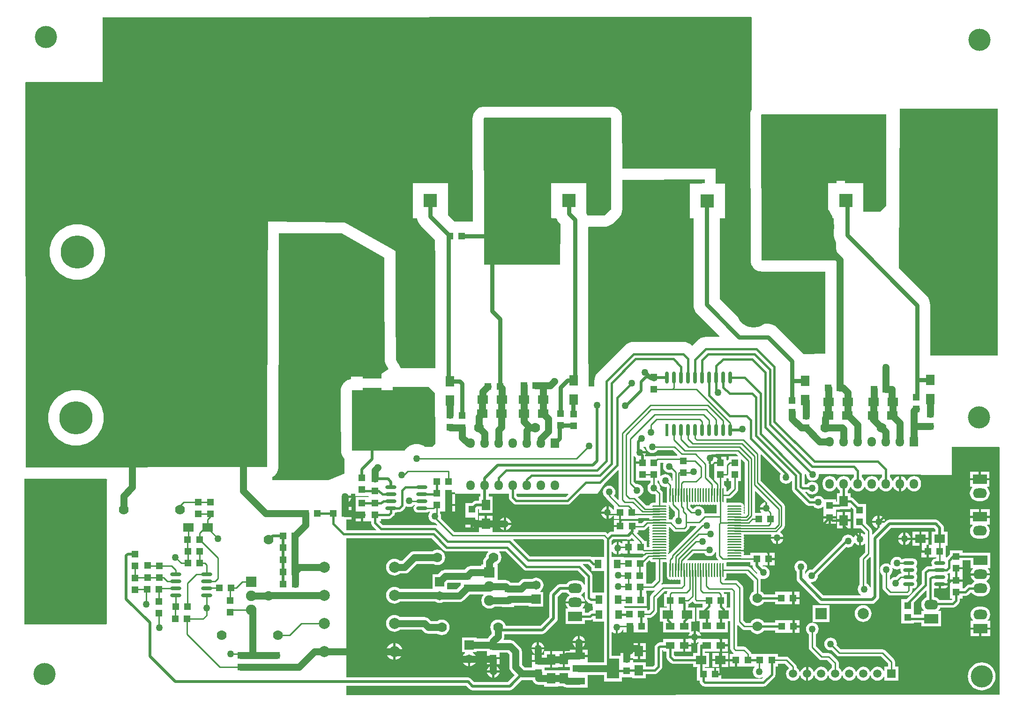
<source format=gtl>
%FSLAX25Y25*%
%MOIN*%
G70*
G01*
G75*
G04 Layer_Physical_Order=1*
G04 Layer_Color=255*
%ADD10R,0.05000X0.05000*%
%ADD11R,0.07520X0.05903*%
%ADD12O,0.08000X0.02400*%
%ADD13R,0.05000X0.05000*%
%ADD14O,0.10039X0.01000*%
%ADD15O,0.01000X0.10039*%
%ADD16R,0.05000X0.06000*%
%ADD17R,0.08800X0.14200*%
%ADD18R,0.08800X0.04800*%
%ADD19R,0.05903X0.07520*%
%ADD20R,0.06000X0.05000*%
%ADD21R,0.02400X0.08600*%
%ADD22O,0.02400X0.08600*%
%ADD23C,0.05000*%
%ADD24C,0.01000*%
%ADD25C,0.01500*%
%ADD26C,0.02000*%
%ADD27C,0.03000*%
%ADD28C,0.07874*%
%ADD29R,0.23622X0.23622*%
%ADD30C,0.23622*%
%ADD31C,0.39370*%
%ADD32O,0.10000X0.07000*%
%ADD33R,0.10000X0.07000*%
%ADD34C,0.07000*%
%ADD35R,0.06500X0.06500*%
%ADD36C,0.06500*%
%ADD37C,0.07500*%
%ADD38R,0.07500X0.07500*%
%ADD39C,0.15748*%
%ADD40C,0.05906*%
%ADD41R,0.05906X0.05906*%
%ADD42C,0.07873*%
%ADD43R,0.07873X0.07873*%
%ADD44R,0.13780X0.13780*%
%ADD45O,0.06000X0.07000*%
%ADD46R,0.06000X0.07000*%
%ADD47C,0.09200*%
%ADD48R,0.09200X0.09200*%
%ADD49C,0.05000*%
G36*
X5411483Y2385948D02*
Y2383500D01*
X5411483Y2383500D01*
X5411483D01*
X5411675Y2382537D01*
X5412220Y2381720D01*
X5412957Y2380984D01*
X5413156Y2380685D01*
X5412878Y2380270D01*
X5412543Y2380337D01*
X5411580Y2380145D01*
X5411558Y2380131D01*
X5411537Y2380145D01*
X5410574Y2380337D01*
X5409611Y2380145D01*
X5409590Y2380131D01*
X5409569Y2380145D01*
X5408606Y2380337D01*
X5407642Y2380145D01*
X5407621Y2380131D01*
X5407600Y2380145D01*
X5406637Y2380337D01*
X5405674Y2380145D01*
X5405653Y2380131D01*
X5405632Y2380145D01*
X5404668Y2380337D01*
X5403705Y2380145D01*
X5403684Y2380131D01*
X5403663Y2380145D01*
X5402700Y2380337D01*
X5401737Y2380145D01*
X5401716Y2380131D01*
X5401695Y2380145D01*
X5400732Y2380337D01*
X5399768Y2380145D01*
X5399747Y2380131D01*
X5399726Y2380145D01*
X5398763Y2380337D01*
X5397800Y2380145D01*
X5397779Y2380131D01*
X5397758Y2380145D01*
X5396795Y2380337D01*
X5395831Y2380145D01*
X5395810Y2380131D01*
X5395789Y2380145D01*
X5394826Y2380337D01*
X5393863Y2380145D01*
X5393842Y2380131D01*
X5393821Y2380145D01*
X5392858Y2380337D01*
X5391895Y2380145D01*
X5391873Y2380131D01*
X5391852Y2380145D01*
X5390889Y2380337D01*
X5390857Y2380397D01*
X5395543Y2385083D01*
X5403099D01*
X5403613Y2384413D01*
X5404546Y2383697D01*
X5405634Y2383246D01*
X5406800Y2383093D01*
X5407967Y2383246D01*
X5409053Y2383697D01*
X5409987Y2384413D01*
X5410703Y2385346D01*
X5410993Y2386045D01*
X5411483Y2385948D01*
D02*
G37*
G36*
X5364271Y2403905D02*
X5364260Y2403889D01*
X5364069Y2402926D01*
X5364260Y2401963D01*
X5364275Y2401942D01*
X5364260Y2401921D01*
X5364069Y2400957D01*
X5364260Y2399994D01*
X5364275Y2399973D01*
X5364260Y2399952D01*
X5364069Y2398989D01*
X5364260Y2398026D01*
X5364275Y2398005D01*
X5364260Y2397984D01*
X5364069Y2397020D01*
X5364260Y2396057D01*
X5364275Y2396036D01*
X5364260Y2396015D01*
X5364069Y2395052D01*
X5364260Y2394089D01*
X5364275Y2394068D01*
X5364260Y2394047D01*
X5364069Y2393083D01*
X5364260Y2392120D01*
X5364275Y2392099D01*
X5364260Y2392078D01*
X5364069Y2391115D01*
X5364260Y2390152D01*
X5364271Y2390136D01*
X5364036Y2389695D01*
X5362268D01*
Y2393969D01*
X5360587D01*
X5360579Y2394010D01*
X5360033Y2394827D01*
X5355290Y2399570D01*
X5355481Y2400031D01*
X5356268D01*
Y2401683D01*
X5359800D01*
X5360763Y2401875D01*
X5361580Y2402420D01*
X5363506Y2404346D01*
X5364036D01*
X5364271Y2403905D01*
D02*
G37*
G36*
X5353310Y2394430D02*
X5353119Y2393969D01*
X5350150D01*
Y2389499D01*
Y2385032D01*
X5358891D01*
X5359159Y2384853D01*
X5360122Y2384661D01*
X5360749D01*
X5360940Y2384199D01*
X5359109Y2382368D01*
X5345768D01*
Y2382668D01*
X5337342D01*
Y2386231D01*
X5337815Y2386392D01*
X5338413Y2385613D01*
X5339346Y2384897D01*
X5340434Y2384447D01*
X5340850Y2384392D01*
Y2388799D01*
Y2393208D01*
X5340434Y2393154D01*
X5339346Y2392703D01*
X5338413Y2391987D01*
X5337815Y2391208D01*
X5337342Y2391369D01*
Y2394164D01*
X5338336Y2395158D01*
X5348162D01*
X5348525Y2395008D01*
X5349300Y2394906D01*
X5350075Y2395008D01*
X5350797Y2395307D01*
X5351417Y2395783D01*
X5351688Y2396053D01*
X5353310Y2394430D01*
D02*
G37*
G36*
X5537946Y2374297D02*
X5539034Y2373846D01*
X5540200Y2373693D01*
X5541367Y2373846D01*
X5542395Y2374273D01*
X5542582Y2374130D01*
X5542780Y2373872D01*
X5542704Y2373300D01*
X5542813Y2372473D01*
X5543132Y2371702D01*
X5543467Y2371265D01*
X5543246Y2370817D01*
X5543000D01*
X5542037Y2370625D01*
X5541220Y2370080D01*
X5539519Y2368378D01*
X5539300Y2368407D01*
X5538134Y2368254D01*
X5537046Y2367803D01*
X5536113Y2367087D01*
X5535590Y2366406D01*
X5535117Y2366566D01*
Y2369699D01*
X5535787Y2370213D01*
X5536503Y2371147D01*
X5536953Y2372234D01*
X5537107Y2373400D01*
X5536967Y2374466D01*
X5537400Y2374716D01*
X5537946Y2374297D01*
D02*
G37*
G36*
X5436031Y2376731D02*
X5437506D01*
Y2376100D01*
X5437608Y2375325D01*
X5437695Y2375114D01*
X5437907Y2374603D01*
X5438383Y2373983D01*
X5440725Y2371641D01*
X5440693Y2371400D01*
X5440763Y2370866D01*
X5440315Y2370645D01*
X5435880Y2375080D01*
X5435063Y2375625D01*
X5434100Y2375817D01*
X5418996D01*
Y2377820D01*
X5418887Y2378369D01*
X5419204Y2378756D01*
X5436031D01*
Y2376731D01*
D02*
G37*
G36*
X5331858Y2394483D02*
Y2382668D01*
X5323079D01*
X5323071Y2382675D01*
X5322410Y2382948D01*
X5321700Y2383042D01*
X5279136D01*
X5267356Y2394821D01*
X5267548Y2395283D01*
X5331057D01*
X5331858Y2394483D01*
D02*
G37*
G36*
X5432083Y2449758D02*
Y2413543D01*
X5431936Y2413395D01*
X5431441Y2413468D01*
X5431286Y2413758D01*
X5431297Y2413774D01*
X5431488Y2414737D01*
X5431297Y2415700D01*
X5431283Y2415721D01*
X5431297Y2415742D01*
X5431488Y2416705D01*
X5431297Y2417669D01*
X5431283Y2417690D01*
X5431297Y2417711D01*
X5431488Y2418674D01*
X5431297Y2419637D01*
X5430751Y2420454D01*
X5429935Y2420999D01*
X5428972Y2421191D01*
X5419932D01*
X5419205Y2421046D01*
X5418852Y2421400D01*
X5418996Y2422127D01*
Y2424129D01*
X5420746D01*
X5421709Y2424321D01*
X5422526Y2424867D01*
X5426680Y2429020D01*
X5427225Y2429837D01*
X5427417Y2430800D01*
Y2436732D01*
X5429369D01*
Y2445131D01*
Y2451819D01*
X5429831Y2452010D01*
X5432083Y2449758D01*
D02*
G37*
G36*
X5447277Y2421763D02*
X5447200Y2421607D01*
X5447469Y2421572D01*
X5447950Y2421090D01*
Y2417099D01*
X5447201D01*
Y2416350D01*
X5442792D01*
X5442847Y2415933D01*
X5443297Y2414846D01*
X5443703Y2414317D01*
X5443482Y2413869D01*
X5439217D01*
Y2429170D01*
X5439679Y2429362D01*
X5447277Y2421763D01*
D02*
G37*
G36*
X5197126Y2419418D02*
X5197168Y2419335D01*
X5196832Y2418898D01*
X5196513Y2418127D01*
X5196404Y2417300D01*
X5196513Y2416473D01*
X5196832Y2415702D01*
X5197340Y2415040D01*
X5198002Y2414532D01*
X5198773Y2414213D01*
X5199600Y2414104D01*
X5205200D01*
X5206027Y2414213D01*
X5206798Y2414532D01*
X5207125Y2414783D01*
X5207822D01*
X5208043Y2414335D01*
X5207597Y2413754D01*
X5207146Y2412667D01*
X5206993Y2411500D01*
X5207146Y2410333D01*
X5207597Y2409246D01*
X5208313Y2408313D01*
X5209246Y2407597D01*
X5210334Y2407146D01*
X5211500Y2406993D01*
X5211631Y2407010D01*
X5213181Y2405460D01*
X5212903Y2405044D01*
X5212410Y2405248D01*
X5211700Y2405342D01*
X5174236D01*
X5172108Y2407470D01*
X5172300Y2407932D01*
X5173368D01*
Y2409658D01*
X5178800D01*
X5179510Y2409752D01*
X5180171Y2410025D01*
X5180739Y2410461D01*
X5182339Y2412061D01*
X5182775Y2412629D01*
X5183049Y2413290D01*
X5183142Y2414000D01*
Y2414104D01*
X5183200D01*
X5184027Y2414213D01*
X5184798Y2414532D01*
X5184831Y2414558D01*
X5186300D01*
X5187010Y2414651D01*
X5187671Y2414925D01*
X5188239Y2415361D01*
X5190239Y2417361D01*
X5190675Y2417929D01*
X5190880Y2418424D01*
X5191342Y2418616D01*
X5192234Y2418246D01*
X5193400Y2418093D01*
X5194566Y2418246D01*
X5195654Y2418697D01*
X5196587Y2419413D01*
X5196629Y2419467D01*
X5197126Y2419418D01*
D02*
G37*
G36*
X5397562Y2404121D02*
X5378820Y2385380D01*
X5378640Y2385110D01*
X5378142Y2385209D01*
X5377993Y2384459D01*
X5377780D01*
X5377405Y2385021D01*
X5377123Y2385209D01*
X5377405Y2385398D01*
X5377780Y2385959D01*
X5377993D01*
X5377951Y2386173D01*
X5377937Y2386194D01*
X5377951Y2386215D01*
X5378142Y2387178D01*
X5377951Y2388141D01*
X5377937Y2388162D01*
X5377951Y2388183D01*
X5378142Y2389146D01*
X5377951Y2390110D01*
X5377937Y2390131D01*
X5377951Y2390152D01*
X5378142Y2391115D01*
X5377951Y2392078D01*
X5377937Y2392099D01*
X5377951Y2392120D01*
X5378142Y2393083D01*
X5377951Y2394047D01*
X5377937Y2394068D01*
X5377951Y2394089D01*
X5378142Y2395052D01*
X5377951Y2396015D01*
X5377937Y2396036D01*
X5377951Y2396057D01*
X5378142Y2397020D01*
X5377951Y2397984D01*
X5377937Y2398005D01*
X5377951Y2398026D01*
X5378142Y2398989D01*
X5377951Y2399952D01*
X5377937Y2399973D01*
X5377951Y2399994D01*
X5378142Y2400957D01*
X5377951Y2401921D01*
X5377937Y2401942D01*
X5377951Y2401963D01*
X5378142Y2402926D01*
X5378030Y2403492D01*
X5378383Y2403845D01*
X5378648Y2403793D01*
X5381220Y2401220D01*
X5382037Y2400675D01*
X5383000Y2400483D01*
X5389000D01*
X5389963Y2400675D01*
X5390780Y2401220D01*
X5392080Y2402520D01*
X5392625Y2403337D01*
X5392817Y2404300D01*
Y2404583D01*
X5397371D01*
X5397562Y2404121D01*
D02*
G37*
G36*
X5155032Y2425932D02*
X5163969D01*
Y2425932D01*
X5164078D01*
X5164431Y2425578D01*
Y2425368D01*
X5164169D01*
Y2425368D01*
X5155231D01*
Y2416431D01*
Y2413250D01*
X5159701D01*
Y2412501D01*
X5160450D01*
Y2408031D01*
X5164169D01*
Y2408031D01*
X5164331D01*
X5164431Y2407932D01*
Y2407932D01*
X5166158D01*
Y2406800D01*
X5166251Y2406090D01*
X5166525Y2405429D01*
X5166961Y2404861D01*
X5169818Y2402004D01*
X5169627Y2401542D01*
X5148700D01*
Y2409232D01*
X5152169D01*
Y2412950D01*
X5147699D01*
Y2414450D01*
X5152169D01*
Y2418168D01*
X5148700D01*
Y2421025D01*
X5148867Y2421046D01*
X5149953Y2421497D01*
X5150887Y2422213D01*
X5151603Y2423146D01*
X5152053Y2424233D01*
X5152108Y2424650D01*
X5147699D01*
Y2426150D01*
X5152108D01*
X5152053Y2426567D01*
X5151797Y2427184D01*
X5152076Y2427600D01*
X5155032D01*
Y2425932D01*
D02*
G37*
G36*
X5378603Y2419383D02*
X5378721Y2418790D01*
X5379267Y2417974D01*
X5382283Y2414957D01*
Y2411901D01*
X5381613Y2411387D01*
X5380897Y2410453D01*
X5380447Y2409366D01*
X5380444Y2409344D01*
X5380100Y2409188D01*
X5379137Y2409380D01*
X5378175D01*
X5377940Y2409821D01*
X5377951Y2409837D01*
X5378142Y2410800D01*
X5377951Y2411763D01*
X5377937Y2411784D01*
X5377951Y2411805D01*
X5378142Y2412768D01*
X5377951Y2413732D01*
X5377937Y2413753D01*
X5377951Y2413774D01*
X5378142Y2414737D01*
X5377951Y2415700D01*
X5377937Y2415721D01*
X5377951Y2415742D01*
X5378142Y2416705D01*
X5377951Y2417669D01*
X5377937Y2417690D01*
X5377951Y2417711D01*
X5378142Y2418674D01*
X5377998Y2419401D01*
X5378125Y2419528D01*
X5378603Y2419383D01*
D02*
G37*
G36*
X5367968Y2358428D02*
X5365420Y2355880D01*
X5364875Y2355063D01*
X5364683Y2354100D01*
Y2345443D01*
X5363657Y2344417D01*
X5362669D01*
Y2346368D01*
X5346569D01*
Y2346668D01*
X5346348D01*
Y2347132D01*
X5346348D01*
X5346348Y2347532D01*
X5362368D01*
Y2356469D01*
X5361969D01*
Y2356731D01*
X5361969D01*
Y2358683D01*
X5366800D01*
X5367733Y2358869D01*
X5367968Y2358428D01*
D02*
G37*
G36*
X5421683Y2357458D02*
Y2346620D01*
X5419160D01*
X5418839Y2347039D01*
X5418919Y2347231D01*
X5419368D01*
Y2356169D01*
X5417383D01*
X5417357Y2356300D01*
X5417225Y2356963D01*
X5417036Y2357247D01*
X5417162Y2357483D01*
X5421658D01*
X5421683Y2357458D01*
D02*
G37*
G36*
X5318258Y2357664D02*
Y2353600D01*
X5318351Y2352890D01*
X5318625Y2352229D01*
X5319061Y2351661D01*
X5320561Y2350161D01*
X5321129Y2349725D01*
X5321790Y2349451D01*
X5322500Y2349358D01*
X5323632D01*
Y2347132D01*
X5323852D01*
Y2346668D01*
X5323852D01*
Y2344442D01*
X5323200D01*
X5322490Y2344349D01*
X5321829Y2344075D01*
X5321261Y2343639D01*
X5320664Y2343042D01*
X5318369D01*
Y2345769D01*
X5316755D01*
X5316594Y2346242D01*
X5316800Y2346400D01*
X5317677Y2347542D01*
X5318228Y2348872D01*
X5318317Y2349550D01*
X5304483D01*
X5304572Y2348872D01*
X5305123Y2347542D01*
X5306000Y2346400D01*
X5306205Y2346242D01*
X5306045Y2345769D01*
X5304432D01*
Y2334831D01*
X5318369D01*
Y2337558D01*
X5321800D01*
X5322510Y2337651D01*
X5323171Y2337925D01*
X5323404Y2338104D01*
X5323852Y2337883D01*
Y2336732D01*
X5331858D01*
Y2312169D01*
X5331831D01*
Y2307607D01*
X5320169D01*
Y2307731D01*
X5320169D01*
Y2311350D01*
X5313799D01*
Y2312099D01*
X5313050D01*
Y2316468D01*
X5307431D01*
Y2315628D01*
X5304050D01*
Y2309899D01*
Y2304172D01*
X5307431D01*
Y2302028D01*
X5298380D01*
Y2301829D01*
X5289568D01*
Y2303971D01*
X5293550D01*
Y2309699D01*
Y2315429D01*
X5289380D01*
Y2312968D01*
X5286577D01*
X5286479Y2313459D01*
X5287054Y2313697D01*
X5287987Y2314413D01*
X5288703Y2315347D01*
X5289154Y2316434D01*
X5289208Y2316850D01*
X5280392D01*
X5280447Y2316434D01*
X5280897Y2315347D01*
X5281613Y2314413D01*
X5282547Y2313697D01*
X5283121Y2313459D01*
X5283023Y2312968D01*
X5280632D01*
Y2309250D01*
X5285101D01*
Y2307750D01*
X5280632D01*
Y2304032D01*
Y2304007D01*
X5275467D01*
X5273507Y2305967D01*
Y2315100D01*
X5273354Y2316266D01*
X5273090Y2316903D01*
X5272903Y2317353D01*
X5272187Y2318287D01*
X5268287Y2322187D01*
X5267353Y2322903D01*
X5266267Y2323354D01*
X5265100Y2323507D01*
X5260796D01*
X5260518Y2323923D01*
X5260854Y2324734D01*
X5261007Y2325900D01*
Y2327706D01*
X5287900D01*
X5288675Y2327808D01*
X5288886Y2327896D01*
X5289397Y2328107D01*
X5290017Y2328583D01*
X5298117Y2336683D01*
X5298593Y2337303D01*
X5298804Y2337814D01*
X5298892Y2338025D01*
X5298994Y2338800D01*
Y2354360D01*
X5301940Y2357306D01*
X5305305D01*
X5306000Y2356400D01*
X5307107Y2355550D01*
Y2355050D01*
X5306000Y2354200D01*
X5305123Y2353058D01*
X5304572Y2351728D01*
X5304483Y2351050D01*
X5318317D01*
X5318228Y2351728D01*
X5317677Y2353058D01*
X5316800Y2354200D01*
X5315658Y2355077D01*
Y2355523D01*
X5316800Y2356400D01*
X5317677Y2357542D01*
X5317768Y2357762D01*
X5318258Y2357664D01*
D02*
G37*
G36*
X4978700Y2437500D02*
X4978100Y2436900D01*
Y2379300D01*
Y2335000D01*
X4977900Y2334800D01*
X4977700Y2334600D01*
X4919600D01*
Y2438200D01*
X4978000D01*
X4978700Y2437500D01*
D02*
G37*
G36*
X5376995Y2357742D02*
X5376675Y2357263D01*
X5376483Y2356300D01*
Y2356068D01*
X5374532D01*
Y2347132D01*
X5376483D01*
Y2346520D01*
X5371672D01*
Y2336680D01*
X5374031D01*
Y2328911D01*
X5383968D01*
Y2328911D01*
X5383968D01*
X5383968Y2328911D01*
X5384032D01*
Y2328911D01*
X5392666D01*
X5392887Y2328463D01*
X5392497Y2327954D01*
X5392046Y2326867D01*
X5391992Y2326450D01*
X5395650D01*
Y2330108D01*
X5395234Y2330054D01*
X5394384Y2329702D01*
X5393969Y2329980D01*
Y2336680D01*
X5396729D01*
Y2346520D01*
X5391742D01*
Y2347132D01*
X5391869D01*
Y2349117D01*
X5392203Y2349183D01*
X5392663Y2349275D01*
X5393480Y2349820D01*
X5393480Y2349820D01*
X5393480Y2349820D01*
X5394484Y2350825D01*
X5394982Y2350776D01*
X5395015Y2350726D01*
X5395820Y2349920D01*
X5396637Y2349375D01*
X5397600Y2349183D01*
X5402031D01*
Y2347231D01*
X5402031Y2347231D01*
X5402031D01*
X5402126Y2347004D01*
X5401743Y2346620D01*
X5397572D01*
Y2336780D01*
X5399931D01*
Y2329188D01*
X5399483Y2328967D01*
X5398653Y2329603D01*
X5397567Y2330054D01*
X5397150Y2330108D01*
Y2326450D01*
X5400808D01*
X5400753Y2326867D01*
X5400303Y2327954D01*
X5399836Y2328563D01*
X5400057Y2329011D01*
X5409869D01*
Y2329011D01*
X5409869D01*
X5409869Y2329011D01*
X5409932D01*
Y2329011D01*
X5419868D01*
Y2336780D01*
X5421683D01*
Y2317400D01*
X5421683Y2317400D01*
X5421683D01*
X5421875Y2316437D01*
X5422420Y2315620D01*
X5423520Y2314520D01*
X5424079Y2314147D01*
X5423934Y2313668D01*
X5421231D01*
Y2309950D01*
X5425701D01*
Y2309201D01*
X5426450D01*
Y2304732D01*
X5438232D01*
Y2304631D01*
X5438945D01*
X5439106Y2304158D01*
X5439013Y2304087D01*
X5438297Y2303153D01*
X5437846Y2302066D01*
X5437693Y2300900D01*
X5437846Y2299734D01*
X5438297Y2298647D01*
X5439013Y2297713D01*
X5439946Y2296997D01*
X5441034Y2296547D01*
X5442200Y2296393D01*
X5443367Y2296547D01*
X5444453Y2296997D01*
X5444711Y2297194D01*
X5445041Y2296819D01*
X5444064Y2295842D01*
X5415369D01*
Y2298450D01*
X5410899D01*
Y2299199D01*
X5410150D01*
Y2303669D01*
X5403642D01*
Y2304280D01*
X5406628D01*
Y2314120D01*
X5403642D01*
Y2315232D01*
X5409869D01*
X5409869Y2315232D01*
Y2315232D01*
X5409869D01*
X5409932D01*
X5410222Y2315232D01*
X5410222Y2315232D01*
Y2315232D01*
X5414150D01*
Y2319699D01*
Y2324169D01*
X5410222D01*
X5410222Y2324169D01*
Y2324169D01*
X5409932Y2324169D01*
X5409900D01*
X5409869D01*
X5409578Y2324169D01*
X5409578Y2324169D01*
Y2324169D01*
X5401085D01*
X5400755Y2324544D01*
X5400808Y2324950D01*
X5397150D01*
Y2321292D01*
X5397567Y2321346D01*
X5398653Y2321797D01*
X5398911Y2321994D01*
X5399241Y2321618D01*
X5398961Y2321339D01*
X5398525Y2320771D01*
X5398251Y2320110D01*
X5398158Y2319400D01*
Y2314120D01*
X5395171D01*
Y2311942D01*
X5382436D01*
X5381742Y2312636D01*
Y2315132D01*
X5383968D01*
Y2315132D01*
X5383968D01*
X5383968Y2315132D01*
X5384032D01*
Y2315132D01*
X5388250D01*
Y2319599D01*
Y2324068D01*
X5384032D01*
D01*
D01*
X5384032Y2324068D01*
X5383968D01*
Y2324068D01*
X5374031D01*
Y2321742D01*
X5371500D01*
X5370790Y2321648D01*
X5370597Y2321568D01*
X5370129Y2321375D01*
X5369561Y2320939D01*
X5368661Y2320039D01*
X5368225Y2319471D01*
X5367952Y2318810D01*
X5367858Y2318100D01*
Y2305836D01*
X5366664Y2304642D01*
X5361620D01*
Y2307628D01*
X5352468D01*
Y2309150D01*
X5347999D01*
Y2309899D01*
X5347250D01*
Y2314368D01*
X5343531D01*
Y2312169D01*
X5337342D01*
Y2329033D01*
X5337790Y2329254D01*
X5338646Y2328597D01*
X5339734Y2328147D01*
X5340150Y2328092D01*
Y2332501D01*
X5341650D01*
Y2328092D01*
X5342067Y2328147D01*
X5343153Y2328597D01*
X5344087Y2329313D01*
X5344803Y2330247D01*
X5345141Y2331062D01*
X5345631Y2330965D01*
Y2328831D01*
X5349350D01*
Y2333301D01*
X5350850D01*
Y2328831D01*
X5362968D01*
Y2337769D01*
X5362669D01*
Y2339383D01*
X5364700D01*
X5365663Y2339575D01*
X5366480Y2340120D01*
X5366480Y2340120D01*
X5366480Y2340120D01*
X5368980Y2342620D01*
X5369525Y2343437D01*
X5369717Y2344400D01*
Y2353057D01*
X5374842Y2358183D01*
X5376759D01*
X5376995Y2357742D01*
D02*
G37*
G36*
X5561258Y2358427D02*
Y2353897D01*
X5560242Y2353477D01*
X5559100Y2352600D01*
X5558223Y2351458D01*
X5557672Y2350128D01*
X5557484Y2348700D01*
X5557672Y2347272D01*
X5558223Y2345942D01*
X5559100Y2344800D01*
X5559306Y2344642D01*
X5559145Y2344168D01*
X5557531D01*
Y2341442D01*
X5552269D01*
Y2343531D01*
Y2350091D01*
X5560796Y2358618D01*
X5561258Y2358427D01*
D02*
G37*
G36*
X5218061Y2387361D02*
X5218629Y2386925D01*
X5219290Y2386651D01*
X5220000Y2386558D01*
X5249209D01*
X5249430Y2386110D01*
X5248623Y2385058D01*
X5248072Y2383728D01*
X5247954Y2382828D01*
X5247213Y2382087D01*
X5246497Y2381153D01*
X5246046Y2380066D01*
X5245893Y2378900D01*
Y2377319D01*
X5244682D01*
Y2376107D01*
X5237200D01*
X5236034Y2375953D01*
X5234946Y2375503D01*
X5234013Y2374787D01*
X5232633Y2373407D01*
X5218900D01*
X5217733Y2373253D01*
X5217097Y2372990D01*
X5216647Y2372803D01*
X5215713Y2372087D01*
X5213845Y2370218D01*
X5209782D01*
Y2359807D01*
X5186617D01*
X5186097Y2360234D01*
X5185071Y2360782D01*
X5183958Y2361120D01*
X5182800Y2361234D01*
X5181642Y2361120D01*
X5180529Y2360782D01*
X5179503Y2360234D01*
X5178604Y2359496D01*
X5177866Y2358597D01*
X5177317Y2357571D01*
X5176980Y2356458D01*
X5176866Y2355300D01*
X5176980Y2354142D01*
X5177317Y2353029D01*
X5177866Y2352003D01*
X5178604Y2351104D01*
X5179503Y2350366D01*
X5180529Y2349818D01*
X5181642Y2349480D01*
X5182800Y2349366D01*
X5183958Y2349480D01*
X5185071Y2349818D01*
X5186097Y2350366D01*
X5186617Y2350793D01*
X5211910D01*
X5212368Y2350442D01*
X5213638Y2349916D01*
X5215000Y2349737D01*
X5216362Y2349916D01*
X5217632Y2350442D01*
X5217699Y2350493D01*
X5229000D01*
X5230167Y2350647D01*
X5231253Y2351097D01*
X5232187Y2351813D01*
X5236367Y2355993D01*
X5245998D01*
X5246219Y2355544D01*
X5245405Y2354484D01*
X5244829Y2353093D01*
X5244632Y2351600D01*
X5244829Y2350107D01*
X5245405Y2348716D01*
X5246321Y2347522D01*
X5247516Y2346605D01*
X5248907Y2346029D01*
X5250400Y2345832D01*
X5251893Y2346029D01*
X5253284Y2346605D01*
X5253920Y2347093D01*
X5259132D01*
Y2346931D01*
X5263307D01*
X5263600Y2346893D01*
X5263893Y2346931D01*
X5268068D01*
Y2347993D01*
X5278281D01*
Y2347281D01*
X5288718D01*
Y2357718D01*
X5286619D01*
X5286458Y2358192D01*
X5287222Y2358778D01*
X5288058Y2359868D01*
X5288584Y2361138D01*
X5288763Y2362500D01*
X5288584Y2363862D01*
X5288058Y2365132D01*
X5287222Y2366222D01*
X5286132Y2367058D01*
X5284862Y2367584D01*
X5283500Y2367764D01*
X5282138Y2367584D01*
X5280868Y2367058D01*
X5280801Y2367007D01*
X5275500D01*
X5274334Y2366854D01*
X5273246Y2366403D01*
X5272313Y2365687D01*
X5270933Y2364307D01*
X5265467D01*
X5264987Y2364787D01*
X5264053Y2365503D01*
X5262967Y2365953D01*
X5261800Y2366107D01*
X5256118D01*
Y2377319D01*
X5256118Y2377319D01*
X5256118D01*
X5256084Y2377493D01*
X5256158Y2377523D01*
X5257300Y2378400D01*
X5258177Y2379542D01*
X5258728Y2380872D01*
X5258916Y2382300D01*
X5258728Y2383728D01*
X5258177Y2385058D01*
X5257300Y2386200D01*
X5257422Y2386558D01*
X5261864D01*
X5274661Y2373761D01*
X5275229Y2373325D01*
X5275697Y2373132D01*
X5275890Y2373051D01*
X5276600Y2372958D01*
X5313164D01*
X5318258Y2367864D01*
Y2362936D01*
X5317768Y2362838D01*
X5317677Y2363058D01*
X5316800Y2364200D01*
X5315658Y2365077D01*
X5314328Y2365628D01*
X5312900Y2365816D01*
X5309900D01*
X5308472Y2365628D01*
X5307142Y2365077D01*
X5306000Y2364200D01*
X5305305Y2363294D01*
X5300700D01*
X5299925Y2363192D01*
X5299564Y2363042D01*
X5299203Y2362893D01*
X5298583Y2362417D01*
X5293883Y2357717D01*
X5293407Y2357097D01*
X5293195Y2356586D01*
X5293108Y2356375D01*
X5293006Y2355600D01*
Y2340040D01*
X5286660Y2333694D01*
X5261858D01*
X5261828Y2333928D01*
X5261277Y2335258D01*
X5260400Y2336400D01*
X5259258Y2337277D01*
X5257928Y2337828D01*
X5256500Y2338016D01*
X5255072Y2337828D01*
X5253742Y2337277D01*
X5252600Y2336400D01*
X5251723Y2335258D01*
X5251172Y2333928D01*
X5250984Y2332500D01*
X5251172Y2331072D01*
X5251723Y2329742D01*
X5251993Y2329391D01*
Y2327767D01*
X5249813Y2325587D01*
X5249097Y2324653D01*
X5249036Y2324507D01*
X5241219D01*
Y2325219D01*
X5230782D01*
Y2314782D01*
X5232881D01*
X5233042Y2314308D01*
X5232278Y2313722D01*
X5231441Y2312632D01*
X5230916Y2311362D01*
X5230835Y2310750D01*
X5241165D01*
X5241084Y2311362D01*
X5240558Y2312632D01*
X5239722Y2313722D01*
X5238632Y2314558D01*
X5238676Y2314782D01*
X5241219D01*
Y2315493D01*
X5248531D01*
Y2314532D01*
Y2311350D01*
X5257468D01*
Y2314493D01*
X5263233D01*
X5264493Y2313233D01*
Y2304100D01*
X5264647Y2302934D01*
X5265097Y2301847D01*
X5265813Y2300913D01*
X5268296Y2298430D01*
X5263560Y2293694D01*
X5239540D01*
X5237317Y2295917D01*
X5236697Y2296393D01*
X5236186Y2296605D01*
X5235975Y2296692D01*
X5235200Y2296794D01*
X5148700D01*
Y2396058D01*
X5209364D01*
X5218061Y2387361D01*
D02*
G37*
G36*
X5376561Y2378548D02*
Y2377820D01*
Y2373300D01*
Y2368780D01*
X5376753Y2367817D01*
X5377298Y2367001D01*
X5378115Y2366455D01*
X5379078Y2366264D01*
X5380041Y2366455D01*
X5380062Y2366469D01*
X5380083Y2366455D01*
X5381047Y2366264D01*
X5382010Y2366455D01*
X5382031Y2366469D01*
X5382052Y2366455D01*
X5383015Y2366264D01*
X5383978Y2366455D01*
X5383999Y2366469D01*
X5384020Y2366455D01*
X5384983Y2366264D01*
X5385947Y2366455D01*
X5385963Y2366466D01*
X5386404Y2366230D01*
Y2363563D01*
X5386058Y2363217D01*
X5373800D01*
X5372868Y2363031D01*
X5372632Y2363472D01*
X5372885Y2363726D01*
X5373431Y2364542D01*
X5373623Y2365506D01*
Y2378756D01*
X5375625D01*
X5376175Y2378865D01*
X5376561Y2378548D01*
D02*
G37*
G36*
X5364443Y2380037D02*
X5364806Y2379493D01*
X5365623Y2378947D01*
X5366586Y2378756D01*
X5368589D01*
Y2366548D01*
X5365757Y2363717D01*
X5361969D01*
Y2365668D01*
X5361869D01*
Y2373432D01*
X5362069D01*
Y2378209D01*
X5363945Y2380086D01*
X5364443Y2380037D01*
D02*
G37*
G36*
X5322361Y2375761D02*
X5322929Y2375325D01*
X5323052Y2375274D01*
Y2372732D01*
X5331858D01*
Y2357068D01*
X5323742D01*
Y2369000D01*
X5323648Y2369710D01*
X5323375Y2370371D01*
X5322939Y2370939D01*
X5316782Y2377096D01*
X5316973Y2377558D01*
X5320564D01*
X5322361Y2375761D01*
D02*
G37*
G36*
X5230032Y2362405D02*
X5227133Y2359507D01*
X5220219D01*
Y2359781D01*
X5220219D01*
Y2363845D01*
X5220767Y2364393D01*
X5230032D01*
Y2362405D01*
D02*
G37*
G36*
X5521606Y2382393D02*
Y2360956D01*
X5521115Y2360858D01*
X5520703Y2361853D01*
X5519987Y2362787D01*
X5519054Y2363503D01*
X5518717Y2363643D01*
Y2380157D01*
X5521144Y2382585D01*
X5521606Y2382393D01*
D02*
G37*
G36*
X5353913Y2453813D02*
X5354631Y2453262D01*
Y2450450D01*
X5359101D01*
Y2448950D01*
X5354631D01*
Y2445231D01*
Y2436831D01*
X5364883D01*
Y2435378D01*
X5364113Y2434787D01*
X5363397Y2433854D01*
X5362946Y2432767D01*
X5362793Y2431600D01*
X5362946Y2430433D01*
X5363397Y2429346D01*
X5364113Y2428413D01*
X5365046Y2427697D01*
X5366133Y2427246D01*
X5367300Y2427093D01*
X5368137Y2427203D01*
X5368589Y2426752D01*
Y2421191D01*
X5366586D01*
X5365623Y2420999D01*
X5364806Y2420454D01*
X5364260Y2419637D01*
X5364178Y2419222D01*
X5361837D01*
X5355947Y2425113D01*
X5356107Y2425586D01*
X5356567Y2425647D01*
X5357653Y2426097D01*
X5358587Y2426813D01*
X5359303Y2427747D01*
X5359753Y2428834D01*
X5359907Y2430000D01*
X5359753Y2431166D01*
X5359303Y2432253D01*
X5358587Y2433187D01*
X5357653Y2433903D01*
X5356567Y2434353D01*
X5355400Y2434507D01*
X5354651Y2434409D01*
X5353017Y2436043D01*
Y2454203D01*
X5353490Y2454364D01*
X5353913Y2453813D01*
D02*
G37*
G36*
X5374361Y2449167D02*
X5373946Y2448166D01*
X5373793Y2447000D01*
X5373946Y2445834D01*
X5374397Y2444747D01*
X5375113Y2443813D01*
X5376046Y2443097D01*
X5377134Y2442646D01*
X5378300Y2442493D01*
X5379467Y2442646D01*
X5379698Y2442743D01*
X5380498Y2441942D01*
Y2436992D01*
X5379999Y2436960D01*
X5379853Y2438066D01*
X5379403Y2439153D01*
X5378687Y2440087D01*
X5377753Y2440803D01*
X5376667Y2441253D01*
X5375500Y2441407D01*
X5374334Y2441253D01*
X5373246Y2440803D01*
X5372317Y2440090D01*
X5371869Y2440311D01*
Y2445231D01*
Y2449583D01*
X5374083D01*
X5374361Y2449167D01*
D02*
G37*
G36*
X5613399Y2460646D02*
Y2284800D01*
X5613399Y2284800D01*
X5613399Y2284800D01*
X5613239Y2284500D01*
X5149054Y2284300D01*
X5148700Y2284654D01*
Y2290806D01*
X5233960D01*
X5236183Y2288583D01*
X5236803Y2288107D01*
X5237102Y2287983D01*
X5237525Y2287808D01*
X5238300Y2287706D01*
X5264800D01*
X5265575Y2287808D01*
X5265786Y2287896D01*
X5266297Y2288107D01*
X5266917Y2288583D01*
X5273359Y2295025D01*
X5273600Y2294993D01*
X5280846D01*
X5281197Y2294147D01*
X5281913Y2293213D01*
X5282213Y2292913D01*
X5283147Y2292197D01*
X5283597Y2292010D01*
X5284233Y2291747D01*
X5285400Y2291593D01*
X5289380D01*
Y2290372D01*
X5299220D01*
Y2290572D01*
X5302758D01*
X5303247Y2290197D01*
X5304333Y2289746D01*
X5305500Y2289593D01*
X5313800D01*
X5314853Y2289731D01*
X5320169D01*
Y2298469D01*
D01*
Y2298469D01*
X5320293Y2298593D01*
X5331831D01*
Y2294032D01*
X5344569D01*
Y2297032D01*
X5351780D01*
Y2296172D01*
X5361620D01*
Y2299158D01*
X5367800D01*
X5368510Y2299252D01*
X5369171Y2299525D01*
X5369739Y2299961D01*
X5372539Y2302761D01*
X5372975Y2303329D01*
X5373249Y2303990D01*
X5373342Y2304700D01*
Y2316258D01*
X5374031D01*
Y2315132D01*
X5376258D01*
Y2311500D01*
X5376352Y2310790D01*
X5376625Y2310129D01*
X5377061Y2309561D01*
X5379361Y2307261D01*
X5379929Y2306825D01*
X5380590Y2306552D01*
X5381300Y2306458D01*
X5395171D01*
Y2304280D01*
X5398158D01*
Y2303669D01*
X5398032D01*
Y2294732D01*
X5399758D01*
Y2294100D01*
X5399852Y2293390D01*
X5400126Y2292729D01*
X5400561Y2292161D01*
X5401561Y2291161D01*
X5402129Y2290725D01*
X5402597Y2290532D01*
X5402790Y2290451D01*
X5403500Y2290358D01*
X5445200D01*
X5445910Y2290451D01*
X5446571Y2290725D01*
X5447139Y2291161D01*
X5453039Y2297061D01*
X5453474Y2297629D01*
X5453748Y2298290D01*
X5453842Y2299000D01*
Y2304631D01*
X5455568D01*
Y2306583D01*
X5460558D01*
X5463280Y2303860D01*
X5463248Y2303361D01*
X5462790Y2303010D01*
X5462001Y2301982D01*
X5461506Y2300785D01*
X5461336Y2299500D01*
X5461506Y2298215D01*
X5462001Y2297018D01*
X5462790Y2295990D01*
X5463818Y2295201D01*
X5465015Y2294705D01*
X5466300Y2294536D01*
X5467585Y2294705D01*
X5468782Y2295201D01*
X5469810Y2295990D01*
X5470599Y2297018D01*
X5471050Y2298108D01*
X5471550D01*
X5472001Y2297018D01*
X5472790Y2295990D01*
X5473818Y2295201D01*
X5475015Y2294705D01*
X5475550Y2294635D01*
Y2299499D01*
Y2304365D01*
X5475015Y2304295D01*
X5473818Y2303799D01*
X5472790Y2303010D01*
X5472001Y2301982D01*
X5471550Y2300892D01*
X5471050D01*
X5470599Y2301982D01*
X5469810Y2303010D01*
X5468817Y2303772D01*
Y2304400D01*
X5468625Y2305363D01*
X5468080Y2306180D01*
X5463380Y2310880D01*
X5462563Y2311425D01*
X5461600Y2311617D01*
X5455568D01*
Y2313568D01*
X5438568D01*
Y2313668D01*
X5436583D01*
X5436425Y2314463D01*
X5435880Y2315280D01*
X5433080Y2318080D01*
X5432263Y2318625D01*
X5431300Y2318817D01*
X5426717D01*
Y2333871D01*
X5427179Y2334062D01*
X5429820Y2331420D01*
X5429820Y2331420D01*
X5429820D01*
X5429820Y2331420D01*
X5429820D01*
X5429820Y2331420D01*
Y2331420D01*
Y2331420D01*
D01*
D01*
X5429820D01*
Y2331420D01*
X5430637Y2330875D01*
X5431600Y2330683D01*
X5436023D01*
X5436123Y2330442D01*
X5437000Y2329300D01*
X5438142Y2328423D01*
X5439473Y2327872D01*
X5440900Y2327684D01*
X5442327Y2327872D01*
X5443658Y2328423D01*
X5444800Y2329300D01*
X5445612Y2330358D01*
X5453732D01*
Y2328632D01*
X5465850D01*
Y2333099D01*
Y2337568D01*
X5453732D01*
Y2335842D01*
X5445725D01*
X5445677Y2335958D01*
X5444800Y2337100D01*
X5443658Y2337977D01*
X5442327Y2338528D01*
X5440900Y2338716D01*
X5439473Y2338528D01*
X5438142Y2337977D01*
X5437000Y2337100D01*
X5436123Y2335958D01*
X5436023Y2335717D01*
X5432642D01*
X5430817Y2337543D01*
Y2360700D01*
X5430625Y2361663D01*
X5430080Y2362480D01*
X5427280Y2365280D01*
X5426463Y2365825D01*
X5425500Y2366017D01*
X5417648D01*
X5417503Y2366495D01*
X5418259Y2367001D01*
X5418805Y2367817D01*
X5418996Y2368780D01*
Y2370783D01*
X5433057D01*
X5438383Y2365458D01*
Y2358077D01*
X5438142Y2357977D01*
X5437000Y2357100D01*
X5436123Y2355958D01*
X5435572Y2354628D01*
X5435384Y2353200D01*
X5435572Y2351772D01*
X5436123Y2350442D01*
X5437000Y2349300D01*
X5438142Y2348423D01*
X5439473Y2347872D01*
X5440900Y2347684D01*
X5442327Y2347872D01*
X5443658Y2348423D01*
X5444800Y2349300D01*
X5445677Y2350442D01*
X5445725Y2350558D01*
X5453532D01*
Y2348832D01*
X5465650D01*
Y2353299D01*
Y2357768D01*
X5453532D01*
Y2356042D01*
X5445612D01*
X5444800Y2357100D01*
X5443658Y2357977D01*
X5443417Y2358077D01*
Y2366500D01*
X5443346Y2366854D01*
X5443733Y2367171D01*
X5444033Y2367047D01*
X5445200Y2366893D01*
X5446367Y2367047D01*
X5447454Y2367497D01*
X5448387Y2368213D01*
X5449103Y2369147D01*
X5449554Y2370234D01*
X5449707Y2371400D01*
X5449554Y2372566D01*
X5449103Y2373653D01*
X5448387Y2374587D01*
X5447454Y2375303D01*
X5446367Y2375754D01*
X5445200Y2375907D01*
X5444959Y2375875D01*
X5444565Y2376270D01*
X5444756Y2376731D01*
X5448150D01*
Y2381199D01*
Y2385669D01*
X5436031D01*
Y2383789D01*
X5431522D01*
X5431286Y2384230D01*
X5431297Y2384246D01*
X5431488Y2385209D01*
X5431297Y2386173D01*
X5431283Y2386194D01*
X5431297Y2386215D01*
X5431339Y2386428D01*
X5431126D01*
X5430751Y2386989D01*
X5430469Y2387178D01*
X5430751Y2387367D01*
X5431127Y2387928D01*
X5431339D01*
X5431297Y2388141D01*
X5431283Y2388162D01*
X5431297Y2388183D01*
X5431488Y2389146D01*
X5431297Y2390110D01*
X5431283Y2390131D01*
X5431297Y2390152D01*
X5431488Y2391115D01*
X5431297Y2392078D01*
X5431283Y2392099D01*
X5431297Y2392120D01*
X5431488Y2393083D01*
X5431297Y2394047D01*
X5431283Y2394068D01*
X5431297Y2394089D01*
X5431488Y2395052D01*
X5431297Y2396015D01*
X5431283Y2396036D01*
X5431297Y2396057D01*
X5431488Y2397020D01*
X5431297Y2397984D01*
X5431283Y2398005D01*
X5431297Y2398026D01*
X5431379Y2398441D01*
X5450641D01*
X5450919Y2398025D01*
X5450647Y2397367D01*
X5450592Y2396950D01*
X5459408D01*
X5459354Y2397367D01*
X5458903Y2398454D01*
X5458187Y2399387D01*
X5457254Y2400103D01*
X5457186Y2400443D01*
X5459780Y2403036D01*
X5460325Y2403853D01*
X5460517Y2404816D01*
Y2418400D01*
X5460517Y2418400D01*
X5460517Y2418400D01*
Y2418400D01*
X5460517D01*
X5460517Y2418400D01*
X5460325Y2419363D01*
X5459780Y2420180D01*
X5443417Y2436543D01*
Y2455252D01*
X5443879Y2455444D01*
X5457602Y2441721D01*
X5457397Y2441454D01*
X5456947Y2440367D01*
X5456793Y2439200D01*
X5456947Y2438033D01*
X5457397Y2436946D01*
X5458113Y2436013D01*
X5459047Y2435297D01*
X5460133Y2434846D01*
X5461300Y2434693D01*
X5462466Y2434846D01*
X5463554Y2435297D01*
X5464487Y2436013D01*
X5464985Y2436662D01*
X5465458Y2436501D01*
Y2431250D01*
X5465551Y2430541D01*
X5465825Y2429879D01*
X5466261Y2429311D01*
X5471996Y2423577D01*
X5472102Y2423439D01*
X5472161Y2423361D01*
X5475961Y2419561D01*
X5476529Y2419125D01*
X5477190Y2418851D01*
X5477900Y2418758D01*
X5480772D01*
X5481113Y2418313D01*
X5482047Y2417597D01*
X5483133Y2417146D01*
X5484300Y2416993D01*
X5485466Y2417146D01*
X5486554Y2417597D01*
X5487483Y2418310D01*
X5487931Y2418089D01*
Y2414631D01*
Y2411450D01*
X5496869D01*
Y2414631D01*
Y2416358D01*
X5499200D01*
X5499910Y2416451D01*
X5500200Y2416571D01*
X5507320D01*
Y2417649D01*
X5507782Y2417840D01*
X5509232Y2416391D01*
Y2411332D01*
Y2402932D01*
X5514609D01*
X5517483Y2400057D01*
Y2398825D01*
X5517035Y2398604D01*
X5516254Y2399203D01*
X5515166Y2399653D01*
X5514750Y2399708D01*
Y2395299D01*
Y2390892D01*
X5515166Y2390947D01*
X5516254Y2391397D01*
X5517035Y2391996D01*
X5517483Y2391775D01*
Y2386043D01*
X5514420Y2382980D01*
X5513875Y2382163D01*
X5513683Y2381200D01*
Y2362841D01*
X5513613Y2362787D01*
X5512897Y2361853D01*
X5512447Y2360766D01*
X5512293Y2359600D01*
X5512447Y2358434D01*
X5512897Y2357347D01*
X5513613Y2356413D01*
X5514547Y2355697D01*
X5514576Y2355684D01*
X5514479Y2355194D01*
X5487940D01*
X5478946Y2364188D01*
X5479167Y2364637D01*
X5479500Y2364593D01*
X5480666Y2364746D01*
X5481754Y2365197D01*
X5482687Y2365913D01*
X5483403Y2366846D01*
X5483854Y2367933D01*
X5484007Y2369100D01*
X5483934Y2369656D01*
X5503973Y2389696D01*
X5504333Y2389547D01*
X5505500Y2389393D01*
X5506667Y2389547D01*
X5507753Y2389997D01*
X5508687Y2390713D01*
X5509403Y2391647D01*
X5509832Y2392681D01*
X5510043Y2392709D01*
X5510391Y2392663D01*
X5510813Y2392113D01*
X5511747Y2391397D01*
X5512833Y2390947D01*
X5513250Y2390892D01*
Y2395299D01*
Y2399708D01*
X5512833Y2399653D01*
X5511747Y2399203D01*
X5510813Y2398487D01*
X5510097Y2397553D01*
X5509668Y2396519D01*
X5509457Y2396491D01*
X5509109Y2396537D01*
X5508687Y2397087D01*
X5507753Y2397803D01*
X5506667Y2398253D01*
X5505500Y2398407D01*
X5504333Y2398253D01*
X5503247Y2397803D01*
X5502313Y2397087D01*
X5501597Y2396153D01*
X5501146Y2395066D01*
X5501080Y2394557D01*
X5480056Y2373534D01*
X5479500Y2373607D01*
X5478334Y2373454D01*
X5477246Y2373003D01*
X5476313Y2372287D01*
X5475597Y2371354D01*
X5475285Y2370600D01*
X5474794Y2370697D01*
Y2372165D01*
X5474987Y2372313D01*
X5475703Y2373247D01*
X5476154Y2374334D01*
X5476307Y2375500D01*
X5476154Y2376666D01*
X5475703Y2377753D01*
X5474987Y2378687D01*
X5474054Y2379403D01*
X5472966Y2379853D01*
X5471800Y2380007D01*
X5470633Y2379853D01*
X5469547Y2379403D01*
X5468613Y2378687D01*
X5467897Y2377753D01*
X5467447Y2376666D01*
X5467293Y2375500D01*
X5467447Y2374334D01*
X5467897Y2373247D01*
X5468613Y2372313D01*
X5468806Y2372165D01*
Y2367100D01*
X5468908Y2366325D01*
X5468996Y2366114D01*
X5469207Y2365603D01*
X5469683Y2364983D01*
X5484583Y2350083D01*
X5485203Y2349607D01*
X5485502Y2349483D01*
X5485925Y2349308D01*
X5486700Y2349206D01*
X5522500D01*
X5523275Y2349308D01*
X5523486Y2349396D01*
X5523997Y2349607D01*
X5524617Y2350083D01*
X5526717Y2352183D01*
X5527193Y2352803D01*
X5527404Y2353314D01*
X5527492Y2353525D01*
X5527594Y2354300D01*
Y2373367D01*
X5528093Y2373400D01*
X5528093Y2373400D01*
D01*
X5528247Y2372234D01*
X5528697Y2371147D01*
X5529413Y2370213D01*
X5530083Y2369699D01*
Y2360600D01*
X5530275Y2359637D01*
X5530820Y2358820D01*
X5533720Y2355920D01*
X5534537Y2355375D01*
X5535500Y2355183D01*
X5547500D01*
X5548463Y2355375D01*
X5549280Y2355920D01*
X5550480Y2357120D01*
X5551025Y2357937D01*
X5551217Y2358900D01*
X5551217Y2358900D01*
X5551217Y2358900D01*
Y2358900D01*
Y2360104D01*
X5551500D01*
X5552327Y2360213D01*
X5553098Y2360532D01*
X5553760Y2361040D01*
X5554268Y2361702D01*
X5554587Y2362473D01*
X5554696Y2363300D01*
X5554587Y2364127D01*
X5554268Y2364898D01*
X5553760Y2365560D01*
Y2366040D01*
X5554268Y2366702D01*
X5554587Y2367473D01*
X5554696Y2368300D01*
X5554587Y2369127D01*
X5554268Y2369898D01*
X5553760Y2370560D01*
Y2371040D01*
X5554268Y2371702D01*
X5554587Y2372473D01*
X5554696Y2373300D01*
X5554587Y2374127D01*
X5554268Y2374898D01*
X5553760Y2375560D01*
Y2376040D01*
X5554268Y2376702D01*
X5554587Y2377473D01*
X5554696Y2378300D01*
X5554587Y2379127D01*
X5554268Y2379898D01*
X5553760Y2380560D01*
X5553098Y2381068D01*
X5552327Y2381387D01*
X5551500Y2381496D01*
X5545900D01*
X5545073Y2381387D01*
X5544302Y2381068D01*
X5544161Y2380959D01*
X5543665Y2381025D01*
X5543387Y2381387D01*
X5542453Y2382103D01*
X5541367Y2382553D01*
X5540200Y2382707D01*
X5539034Y2382553D01*
X5537946Y2382103D01*
X5537013Y2381387D01*
X5536297Y2380453D01*
X5535846Y2379366D01*
X5535693Y2378200D01*
X5535833Y2377134D01*
X5535400Y2376884D01*
X5534853Y2377303D01*
X5533767Y2377753D01*
X5532600Y2377907D01*
X5531433Y2377753D01*
X5530347Y2377303D01*
X5529413Y2376587D01*
X5528697Y2375653D01*
X5528247Y2374566D01*
X5528093Y2373400D01*
X5527594Y2373433D01*
Y2394660D01*
X5536040Y2403106D01*
X5566560D01*
X5567606Y2402060D01*
Y2400420D01*
X5564872D01*
Y2391068D01*
X5562850D01*
Y2386599D01*
Y2382132D01*
X5568183D01*
Y2381496D01*
X5567900D01*
X5567073Y2381387D01*
X5566302Y2381068D01*
X5565640Y2380560D01*
X5565132Y2379898D01*
X5564813Y2379127D01*
X5564704Y2378300D01*
X5564813Y2377473D01*
X5565132Y2376702D01*
X5565295Y2376490D01*
X5565074Y2376042D01*
X5562600D01*
X5562600Y2376042D01*
X5561890Y2375949D01*
X5561229Y2375675D01*
X5560661Y2375239D01*
X5558761Y2373339D01*
X5558326Y2372771D01*
X5558052Y2372110D01*
X5557958Y2371400D01*
Y2363536D01*
X5546891Y2352468D01*
X5543332D01*
Y2343531D01*
Y2335131D01*
X5552269D01*
Y2335958D01*
X5557531D01*
Y2333232D01*
X5571468D01*
Y2344168D01*
X5569855D01*
X5569695Y2344642D01*
X5569900Y2344800D01*
X5570777Y2345942D01*
X5570990Y2346458D01*
X5580000D01*
X5580710Y2346552D01*
X5581371Y2346825D01*
X5581939Y2347261D01*
X5584239Y2349561D01*
X5584674Y2350129D01*
X5584948Y2350790D01*
X5585042Y2351500D01*
Y2353032D01*
X5586768D01*
Y2354758D01*
X5589000D01*
X5589710Y2354852D01*
X5590371Y2355125D01*
X5590939Y2355561D01*
X5592780Y2357402D01*
X5593279Y2357370D01*
X5594100Y2356300D01*
X5595242Y2355423D01*
X5596572Y2354872D01*
X5598000Y2354684D01*
X5601000D01*
X5602428Y2354872D01*
X5603758Y2355423D01*
X5604900Y2356300D01*
X5605777Y2357442D01*
X5606328Y2358772D01*
X5606516Y2360200D01*
X5606328Y2361628D01*
X5605777Y2362958D01*
X5604900Y2364100D01*
X5603758Y2364977D01*
Y2365423D01*
X5604900Y2366300D01*
X5605777Y2367442D01*
X5606328Y2368772D01*
X5606417Y2369450D01*
X5592583D01*
X5592672Y2368772D01*
X5593223Y2367442D01*
X5594100Y2366300D01*
X5595207Y2365450D01*
Y2364950D01*
X5594100Y2364100D01*
X5593223Y2362958D01*
X5593217Y2362942D01*
X5591700D01*
X5590990Y2362848D01*
X5590329Y2362575D01*
X5589761Y2362139D01*
X5587864Y2360242D01*
X5586768D01*
Y2361432D01*
Y2365150D01*
X5577832D01*
Y2361432D01*
Y2353032D01*
X5579301D01*
X5579492Y2352570D01*
X5578864Y2351942D01*
X5570405D01*
X5569900Y2352600D01*
X5568758Y2353477D01*
X5567427Y2354028D01*
X5566742Y2354118D01*
Y2359878D01*
X5567118Y2360207D01*
X5567900Y2360104D01*
X5569950D01*
Y2363301D01*
X5570699D01*
Y2364050D01*
X5576597D01*
X5576587Y2364127D01*
X5576268Y2364898D01*
X5575760Y2365560D01*
Y2366040D01*
X5576268Y2366702D01*
X5576587Y2367473D01*
X5576696Y2368300D01*
X5576587Y2369127D01*
X5576268Y2369898D01*
X5575760Y2370560D01*
X5575765Y2370580D01*
X5576310Y2370651D01*
X5576971Y2370925D01*
X5577383Y2371242D01*
X5577832Y2371020D01*
Y2370032D01*
Y2366650D01*
X5586768D01*
Y2370032D01*
Y2373750D01*
X5582299D01*
Y2375250D01*
X5586768D01*
Y2378432D01*
Y2380158D01*
X5592532D01*
Y2374731D01*
X5594145D01*
X5594305Y2374258D01*
X5594100Y2374100D01*
X5593223Y2372958D01*
X5592672Y2371628D01*
X5592583Y2370950D01*
X5606417D01*
X5606328Y2371628D01*
X5605777Y2372958D01*
X5604900Y2374100D01*
X5604694Y2374258D01*
X5604855Y2374731D01*
X5606469D01*
Y2385669D01*
X5592532D01*
Y2385642D01*
X5586768D01*
Y2387369D01*
X5577832D01*
Y2384609D01*
X5575430Y2382208D01*
X5574968Y2382400D01*
Y2390580D01*
X5576329D01*
Y2400420D01*
X5573594D01*
Y2403300D01*
X5573492Y2404075D01*
X5573404Y2404286D01*
X5573193Y2404797D01*
X5572717Y2405417D01*
X5569917Y2408217D01*
X5569297Y2408693D01*
X5568786Y2408904D01*
X5568575Y2408992D01*
X5567800Y2409094D01*
X5534800D01*
X5534025Y2408992D01*
X5533813Y2408904D01*
X5533303Y2408693D01*
X5532683Y2408217D01*
X5532060Y2407594D01*
X5531587Y2407755D01*
X5531607Y2407600D01*
X5531538Y2407072D01*
X5531315Y2406850D01*
X5527850D01*
Y2403385D01*
X5527628Y2403162D01*
X5527100Y2403093D01*
X5526945Y2403113D01*
X5527106Y2402640D01*
X5522979Y2398513D01*
X5522517Y2398705D01*
Y2401100D01*
X5522325Y2402063D01*
X5521780Y2402880D01*
X5518169Y2406491D01*
Y2411332D01*
Y2420268D01*
X5513109D01*
X5509139Y2424239D01*
X5508571Y2424675D01*
X5507910Y2424949D01*
X5507320Y2425026D01*
Y2428028D01*
X5505142D01*
Y2430041D01*
X5505944Y2430656D01*
X5506740Y2431694D01*
X5507150Y2432684D01*
X5507650D01*
X5508060Y2431694D01*
X5508857Y2430656D01*
X5509894Y2429860D01*
X5511103Y2429359D01*
X5512400Y2429189D01*
X5513697Y2429359D01*
X5514906Y2429860D01*
X5515944Y2430656D01*
X5516740Y2431694D01*
X5517150Y2432684D01*
X5517650D01*
X5518060Y2431694D01*
X5518856Y2430656D01*
X5519894Y2429860D01*
X5521103Y2429359D01*
X5522400Y2429189D01*
X5523697Y2429359D01*
X5524906Y2429860D01*
X5525944Y2430656D01*
X5526740Y2431694D01*
X5527150Y2432684D01*
X5527650D01*
X5528060Y2431694D01*
X5528856Y2430656D01*
X5529894Y2429860D01*
X5531103Y2429359D01*
X5532400Y2429189D01*
X5533697Y2429359D01*
X5534906Y2429860D01*
X5535944Y2430656D01*
X5536740Y2431694D01*
X5537150Y2432684D01*
X5537650D01*
X5538060Y2431694D01*
X5538857Y2430656D01*
X5539894Y2429860D01*
X5541103Y2429359D01*
X5541650Y2429287D01*
Y2434699D01*
Y2440113D01*
X5541103Y2440041D01*
X5539894Y2439540D01*
X5538857Y2438744D01*
X5538060Y2437706D01*
X5537650Y2436716D01*
X5537150D01*
X5536740Y2437706D01*
X5535944Y2438744D01*
X5535142Y2439359D01*
Y2440877D01*
X5535497Y2441229D01*
X5579400Y2441000D01*
Y2460900D01*
X5613045Y2460999D01*
X5613399Y2460646D01*
D02*
G37*
G36*
X5427310Y2454530D02*
X5427119Y2454069D01*
X5420432D01*
Y2451922D01*
X5419620Y2451380D01*
X5419530Y2451290D01*
X5419069Y2451481D01*
Y2453968D01*
X5415350D01*
Y2449499D01*
X5414601D01*
Y2448750D01*
X5410131D01*
Y2445032D01*
Y2436981D01*
X5409669Y2436790D01*
X5406517Y2439943D01*
Y2448091D01*
X5406893Y2448420D01*
X5406517Y2448470D01*
Y2448700D01*
X5406350Y2449540D01*
Y2452901D01*
X5407850D01*
Y2448492D01*
X5408266Y2448546D01*
X5409354Y2448997D01*
X5409683Y2449250D01*
X5410131Y2449029D01*
Y2450250D01*
X5413850D01*
Y2453968D01*
X5411466D01*
X5411454Y2454066D01*
X5411003Y2455153D01*
X5410864Y2455335D01*
X5411086Y2455783D01*
X5426057D01*
X5427310Y2454530D01*
D02*
G37*
G36*
X5529658Y2441260D02*
Y2439359D01*
X5528856Y2438744D01*
X5528060Y2437706D01*
X5527650Y2436716D01*
X5527150D01*
X5526740Y2437706D01*
X5525944Y2438744D01*
X5524906Y2439540D01*
X5523697Y2440041D01*
X5522400Y2440211D01*
X5521103Y2440041D01*
X5519894Y2439540D01*
X5518856Y2438744D01*
X5518060Y2437706D01*
X5517650Y2436716D01*
X5517150D01*
X5516740Y2437706D01*
X5515944Y2438744D01*
X5515142Y2439359D01*
Y2440981D01*
X5515496Y2441334D01*
X5529658Y2441260D01*
D02*
G37*
G36*
X5306560Y2427138D02*
X5304664Y2425242D01*
X5270536D01*
X5269742Y2426036D01*
Y2427600D01*
X5306369D01*
X5306560Y2427138D01*
D02*
G37*
G36*
X5420432Y2438394D02*
Y2436732D01*
X5422383D01*
Y2431842D01*
X5419704Y2429163D01*
X5418996D01*
Y2431166D01*
X5418805Y2432129D01*
X5418259Y2432946D01*
X5417443Y2433491D01*
X5417117Y2433556D01*
Y2436632D01*
X5419069D01*
Y2438583D01*
X5419400D01*
X5420045Y2438711D01*
X5420432Y2438394D01*
D02*
G37*
G36*
X5475516Y2441543D02*
X5475728Y2441300D01*
X5475881Y2440133D01*
X5476332Y2439046D01*
X5477048Y2438113D01*
X5477981Y2437397D01*
X5479068Y2436946D01*
X5480235Y2436793D01*
X5481401Y2436946D01*
X5482488Y2437397D01*
X5483422Y2438113D01*
X5484138Y2439046D01*
X5484588Y2440133D01*
X5484742Y2441300D01*
X5484913Y2441494D01*
X5509658Y2441364D01*
Y2439359D01*
X5508857Y2438744D01*
X5508060Y2437706D01*
X5507650Y2436716D01*
X5507150D01*
X5506740Y2437706D01*
X5505944Y2438744D01*
X5504906Y2439540D01*
X5503697Y2440041D01*
X5502400Y2440211D01*
X5501103Y2440041D01*
X5499894Y2439540D01*
X5498856Y2438744D01*
X5498060Y2437706D01*
X5497650Y2436716D01*
X5497150D01*
X5496740Y2437706D01*
X5495943Y2438744D01*
X5494906Y2439540D01*
X5493697Y2440041D01*
X5492400Y2440211D01*
X5491103Y2440041D01*
X5489894Y2439540D01*
X5488857Y2438744D01*
X5488060Y2437706D01*
X5487560Y2436497D01*
X5487389Y2435200D01*
Y2434200D01*
X5487560Y2432903D01*
X5488060Y2431694D01*
X5488857Y2430656D01*
X5489894Y2429860D01*
X5491103Y2429359D01*
X5492400Y2429189D01*
X5493697Y2429359D01*
X5494906Y2429860D01*
X5495943Y2430656D01*
X5496740Y2431694D01*
X5497150Y2432684D01*
X5497650D01*
X5498060Y2431694D01*
X5498856Y2430656D01*
X5499658Y2430041D01*
Y2428028D01*
X5497480D01*
Y2421842D01*
X5496869D01*
Y2423569D01*
X5488280D01*
X5488203Y2423754D01*
X5487487Y2424687D01*
X5486554Y2425403D01*
X5485466Y2425854D01*
X5484300Y2426007D01*
X5483133Y2425854D01*
X5482047Y2425403D01*
X5481113Y2424687D01*
X5480772Y2424242D01*
X5479036D01*
X5476255Y2427023D01*
X5476089Y2427239D01*
X5474932Y2428396D01*
X5475123Y2428858D01*
X5476372D01*
X5476713Y2428413D01*
X5477647Y2427697D01*
X5478733Y2427246D01*
X5479067Y2427203D01*
X5479190Y2427151D01*
X5479900Y2427058D01*
X5480610Y2427151D01*
X5480733Y2427203D01*
X5481067Y2427246D01*
X5482153Y2427697D01*
X5483087Y2428413D01*
X5483803Y2429346D01*
X5484253Y2430433D01*
X5484407Y2431600D01*
X5484253Y2432767D01*
X5483803Y2433854D01*
X5483087Y2434787D01*
X5482153Y2435503D01*
X5481067Y2435954D01*
X5479900Y2436107D01*
X5478733Y2435954D01*
X5477647Y2435503D01*
X5476713Y2434787D01*
X5476372Y2434342D01*
X5474442D01*
Y2441194D01*
X5474796Y2441547D01*
X5475516Y2441543D01*
D02*
G37*
G36*
X5361701Y2460936D02*
X5361847Y2459834D01*
X5362297Y2458747D01*
X5363013Y2457813D01*
X5363947Y2457097D01*
X5365033Y2456647D01*
X5366200Y2456493D01*
X5367366Y2456647D01*
X5368454Y2457097D01*
X5369387Y2457813D01*
X5369901Y2458483D01*
X5380957D01*
X5383931Y2455509D01*
X5383831Y2455268D01*
X5383831D01*
X5383831Y2455268D01*
Y2454617D01*
X5369800D01*
X5368837Y2454425D01*
X5368452Y2454169D01*
X5361125D01*
X5360904Y2454617D01*
X5361003Y2454746D01*
X5361454Y2455833D01*
X5361508Y2456250D01*
X5357099D01*
Y2457750D01*
X5361508D01*
X5361454Y2458167D01*
X5361003Y2459254D01*
X5360287Y2460187D01*
X5359916Y2460472D01*
X5360078Y2460945D01*
X5361701Y2460936D01*
D02*
G37*
G36*
X5336778Y2695065D02*
X5336813Y2694711D01*
X5336900Y2630007D01*
X5336882Y2629877D01*
X5336877Y2629735D01*
X5336777Y2629635D01*
X5336694Y2629533D01*
X5332659Y2625781D01*
X5332452Y2625623D01*
X5332364Y2625541D01*
X5332244Y2625542D01*
X5331986Y2625517D01*
X5321005Y2625561D01*
X5321005D01*
X5320036Y2625565D01*
X5319902Y2626005D01*
X5319274Y2627180D01*
Y2648574D01*
X5294326D01*
Y2623626D01*
X5297967D01*
X5298098Y2623195D01*
X5298968Y2621567D01*
X5300140Y2620140D01*
X5300829Y2619450D01*
X5300608Y2590500D01*
X5246648Y2590679D01*
X5246544Y2621655D01*
Y2621655D01*
X5246302Y2693920D01*
X5246301Y2694294D01*
X5246326Y2694499D01*
X5246328Y2694594D01*
X5246381Y2694674D01*
X5246458Y2694820D01*
X5246621Y2695009D01*
X5246663Y2695071D01*
X5246738D01*
X5247037Y2695100D01*
X5336424D01*
X5336778Y2695065D01*
D02*
G37*
G36*
X5532600Y2632512D02*
X5528159Y2628316D01*
X5516274Y2628364D01*
Y2648574D01*
X5503555D01*
X5503204Y2648930D01*
X5503223Y2650283D01*
X5497416D01*
X5497403Y2648574D01*
X5491326D01*
Y2623626D01*
X5495381D01*
Y2611400D01*
X5495381Y2611400D01*
X5495381D01*
X5495562Y2609562D01*
X5496098Y2607795D01*
X5496968Y2606167D01*
X5497084Y2606026D01*
X5496989Y2593400D01*
X5444041Y2593579D01*
X5443700Y2697205D01*
X5444041Y2697700D01*
X5532515D01*
X5532600Y2632512D01*
D02*
G37*
G36*
X5403452Y2651079D02*
X5403453D01*
Y2651079D01*
X5403453Y2651079D01*
X5403473Y2648729D01*
D01*
X5399567Y2648374D01*
X5392926D01*
Y2623426D01*
X5395481D01*
Y2562100D01*
X5395662Y2560262D01*
X5396198Y2558495D01*
X5397068Y2556867D01*
X5398240Y2555440D01*
X5414051Y2539628D01*
X5413860Y2539166D01*
X5404367D01*
X5402677Y2538999D01*
X5401051Y2538506D01*
X5399553Y2537705D01*
X5398240Y2536628D01*
X5394484Y2532871D01*
X5394228Y2533128D01*
X5392915Y2534205D01*
X5391416Y2535006D01*
X5389791Y2535499D01*
X5388100Y2535666D01*
X5352909D01*
X5351218Y2535499D01*
X5349593Y2535006D01*
X5348095Y2534205D01*
X5346781Y2533128D01*
X5327472Y2513819D01*
X5326395Y2512506D01*
X5325594Y2511007D01*
X5325101Y2509382D01*
X5324934Y2507691D01*
Y2503800D01*
X5320926D01*
Y2506234D01*
Y2519834D01*
X5320620D01*
Y2617296D01*
X5320974Y2617649D01*
X5332343Y2617604D01*
X5332988Y2617665D01*
X5333636Y2617705D01*
X5333760Y2617738D01*
X5333887Y2617750D01*
X5334508Y2617936D01*
X5335136Y2618101D01*
X5335250Y2618157D01*
X5335373Y2618194D01*
X5335946Y2618498D01*
X5336529Y2618782D01*
X5336631Y2618860D01*
X5336744Y2618920D01*
X5337247Y2619329D01*
X5337763Y2619722D01*
X5342289Y2623931D01*
X5342387Y2624043D01*
X5342502Y2624138D01*
X5342900Y2624623D01*
X5343315Y2625094D01*
X5343390Y2625223D01*
X5343484Y2625338D01*
X5343780Y2625892D01*
X5344095Y2626434D01*
X5344144Y2626575D01*
X5344214Y2626707D01*
X5344395Y2627308D01*
X5344599Y2627901D01*
X5344619Y2628049D01*
X5344662Y2628192D01*
X5344723Y2628816D01*
X5344807Y2629438D01*
X5344798Y2629587D01*
X5344812Y2629736D01*
X5344784Y2651010D01*
D01*
Y2651010D01*
D01*
D01*
D01*
X5344784Y2651010D01*
X5403452Y2651079D01*
X5403452Y2651079D01*
D02*
G37*
G36*
X5145277Y2612807D02*
D01*
X5175606Y2595584D01*
X5175678Y2576939D01*
D01*
Y2576939D01*
X5175886Y2523415D01*
Y2523415D01*
X5175887Y2523358D01*
X5175895Y2523277D01*
X5175895Y2523276D01*
X5175895Y2523218D01*
X5175890Y2523146D01*
X5175895Y2523106D01*
X5175896Y2523063D01*
Y2523063D01*
X5175896Y2523058D01*
X5175896Y2523055D01*
X5175896Y2523053D01*
X5175925Y2522768D01*
X5175925Y2522608D01*
X5175925Y2522606D01*
X5175927Y2522595D01*
X5175927Y2522583D01*
X5175932Y2522535D01*
X5175933Y2522533D01*
X5175933Y2522532D01*
X5175936Y2522500D01*
X5175938Y2522490D01*
X5175938Y2522479D01*
X5175938Y2522479D01*
X5175963Y2522358D01*
X5175971Y2522037D01*
X5176023Y2521804D01*
X5176053Y2521515D01*
X5176054Y2521512D01*
X5176054Y2521510D01*
X5176070Y2521432D01*
X5176208Y2520983D01*
X5176311Y2520524D01*
X5176336Y2520448D01*
X5176336Y2520448D01*
X5176336Y2520447D01*
X5176455Y2520180D01*
X5176526Y2519950D01*
X5176674Y2519675D01*
X5176709Y2519566D01*
X5176709Y2519566D01*
X5176719Y2519548D01*
X5176725Y2519529D01*
X5176759Y2519455D01*
X5176810Y2519363D01*
X5176818Y2519342D01*
X5176818Y2519342D01*
X5176856Y2519276D01*
X5176965Y2519031D01*
X5176965Y2519030D01*
X5176965Y2519029D01*
X5177074Y2518836D01*
X5177108Y2518761D01*
X5177149Y2518689D01*
Y2518689D01*
X5177149Y2518688D01*
X5177783Y2517570D01*
X5177783Y2517570D01*
X5178100Y2517010D01*
X5178100Y2517010D01*
X5178100Y2517010D01*
X5178572Y2516177D01*
X5178572Y2516177D01*
D01*
X5170556Y2510864D01*
X5152036D01*
Y2509176D01*
X5151984Y2509171D01*
X5151772Y2509128D01*
X5151448Y2509096D01*
X5151436Y2509093D01*
X5151424Y2509091D01*
X5151292Y2509065D01*
X5151240Y2509060D01*
X5150859Y2508944D01*
X5150486Y2508870D01*
X5150477Y2508866D01*
X5150464Y2508864D01*
X5150120Y2508720D01*
X5149756Y2508609D01*
X5149408Y2508423D01*
X5149053Y2508276D01*
X5149043Y2508270D01*
X5149033Y2508266D01*
X5148725Y2508059D01*
X5148388Y2507878D01*
X5148085Y2507630D01*
X5147763Y2507415D01*
X5147582Y2507266D01*
X5147563Y2507247D01*
X5147541Y2507232D01*
X5147288Y2506976D01*
X5147189Y2506894D01*
X5147188Y2506893D01*
X5147095Y2506780D01*
X5147015Y2506699D01*
X5146946Y2506630D01*
X5146835Y2506539D01*
X5146834Y2506537D01*
X5146833Y2506536D01*
X5146831Y2506534D01*
X5146748Y2506432D01*
X5146485Y2506169D01*
X5146471Y2506147D01*
X5146452Y2506128D01*
X5146304Y2505946D01*
X5146097Y2505631D01*
X5145855Y2505334D01*
X5145854Y2505332D01*
X5145853Y2505330D01*
X5145669Y2504982D01*
X5145462Y2504671D01*
X5145459Y2504663D01*
X5145451Y2504651D01*
X5145310Y2504304D01*
X5145130Y2503963D01*
X5145129Y2503961D01*
X5145128Y2503959D01*
X5145017Y2503584D01*
X5144874Y2503236D01*
X5144871Y2503224D01*
X5144867Y2503214D01*
X5144797Y2502849D01*
X5144686Y2502477D01*
X5144686Y2502475D01*
X5144685Y2502472D01*
X5144651Y2502106D01*
X5144648Y2502097D01*
X5144646Y2502071D01*
X5144576Y2501714D01*
X5144542Y2501355D01*
X5144543Y2500961D01*
X5144541Y2500933D01*
X5144541Y2500930D01*
X5144541Y2500928D01*
X5144541Y2500926D01*
X5144541Y2500925D01*
X5144507Y2500553D01*
X5144612Y2484697D01*
X5144783Y2459011D01*
X5144783Y2459010D01*
X5144786Y2458637D01*
X5144825Y2458262D01*
X5144825Y2458248D01*
X5144825Y2458247D01*
X5144826Y2458241D01*
X5144829Y2457860D01*
X5144866Y2457504D01*
X5144944Y2457127D01*
X5144979Y2456770D01*
X5144983Y2456758D01*
X5144984Y2456741D01*
X5144985Y2456740D01*
X5144985Y2456738D01*
X5144988Y2456722D01*
X5145104Y2456350D01*
X5145179Y2455985D01*
X5145205Y2455923D01*
X5145317Y2455657D01*
X5145429Y2455286D01*
X5145436Y2455273D01*
X5145441Y2455258D01*
X5145441Y2455256D01*
X5145446Y2455249D01*
X5145448Y2455241D01*
X5145640Y2454888D01*
X5145785Y2454542D01*
X5145987Y2454243D01*
X5146161Y2453918D01*
X5146166Y2453910D01*
X5146173Y2453901D01*
X5146178Y2453892D01*
X5146185Y2453884D01*
X5146188Y2453878D01*
X5146430Y2453587D01*
X5146653Y2453256D01*
X5146916Y2452996D01*
X5147150Y2452711D01*
X5147167Y2452697D01*
X5147167Y2452697D01*
X5147177Y2452689D01*
X5147179Y2452685D01*
X5147276Y2452607D01*
X5147327Y2441800D01*
X5135792Y2437300D01*
X5096072D01*
X5096061Y2439482D01*
X5096300Y2439642D01*
X5096643Y2439826D01*
X5096704Y2439877D01*
X5096707Y2439878D01*
X5096737Y2439903D01*
X5096839Y2439962D01*
X5096839Y2439962D01*
X5096958Y2440066D01*
X5097091Y2440149D01*
X5097160Y2440215D01*
X5097239Y2440267D01*
X5097240Y2440269D01*
X5097255Y2440282D01*
X5097271Y2440293D01*
X5097544Y2440568D01*
X5097841Y2440812D01*
X5097874Y2440852D01*
X5097897Y2440871D01*
X5097941Y2440925D01*
X5098006Y2440983D01*
X5098103Y2441108D01*
X5098217Y2441216D01*
X5098271Y2441292D01*
X5098341Y2441361D01*
X5098352Y2441378D01*
X5098366Y2441391D01*
X5098381Y2441410D01*
X5098599Y2441737D01*
X5098824Y2442012D01*
X5098835Y2442033D01*
X5098872Y2442078D01*
X5098918Y2442166D01*
X5098953Y2442212D01*
X5099023Y2442353D01*
X5099114Y2442482D01*
X5099150Y2442564D01*
X5099207Y2442648D01*
X5099210Y2442655D01*
X5099241Y2442701D01*
X5099399Y2443085D01*
X5099592Y2443452D01*
X5099628Y2443576D01*
X5099641Y2443602D01*
X5099682Y2443755D01*
X5099746Y2443898D01*
X5099760Y2443960D01*
X5099832Y2444135D01*
X5099913Y2444542D01*
X5100030Y2444940D01*
X5100043Y2445011D01*
X5100072Y2445334D01*
X5100090Y2445410D01*
X5100091Y2445435D01*
X5100143Y2445693D01*
X5100171Y2445974D01*
Y2445975D01*
X5100171Y2445976D01*
X5100173Y2445992D01*
X5100174Y2446354D01*
X5100211Y2446701D01*
X5100209Y2446726D01*
X5100213Y2446766D01*
X5100219Y2448860D01*
X5100619Y2588630D01*
X5100688Y2612861D01*
D01*
D01*
D01*
X5139421Y2612861D01*
X5139422Y2612861D01*
Y2612861D01*
X5145277Y2612807D01*
D02*
G37*
G36*
X5210900Y2499700D02*
X5211474Y2499126D01*
Y2495766D01*
Y2482166D01*
X5211800D01*
Y2463200D01*
X5209515Y2460914D01*
X5204721D01*
X5204716Y2460919D01*
X5203324Y2461772D01*
X5201816Y2462397D01*
X5200228Y2462778D01*
X5198600Y2462906D01*
X5196972Y2462778D01*
X5195384Y2462397D01*
X5193876Y2461772D01*
X5192484Y2460919D01*
X5191242Y2459858D01*
X5190181Y2458616D01*
X5189987Y2458300D01*
X5152756D01*
X5152741Y2458312D01*
X5152737Y2458322D01*
X5152735Y2458333D01*
X5152697Y2458688D01*
D01*
Y2458688D01*
X5152695Y2459061D01*
Y2459061D01*
X5152695Y2459062D01*
X5152695Y2459064D01*
X5152587Y2475326D01*
X5152470Y2492874D01*
X5152420Y2500457D01*
X5152419Y2500604D01*
X5152422Y2500632D01*
X5152453Y2500963D01*
X5152541Y2501035D01*
X5152610Y2501105D01*
X5152626Y2501125D01*
X5152647Y2501142D01*
X5152726Y2501222D01*
X5152789Y2501300D01*
X5152792Y2501300D01*
X5152837Y2501305D01*
X5152992Y2501336D01*
X5181564D01*
Y2503400D01*
X5207200D01*
X5210900Y2499700D01*
D02*
G37*
G36*
X5611900Y2701400D02*
X5611800Y2525900D01*
X5563919D01*
Y2561700D01*
X5563738Y2563538D01*
X5563202Y2565305D01*
X5562889Y2565890D01*
X5562600Y2567000D01*
X5541600Y2588300D01*
X5542300Y2701600D01*
X5611900Y2701400D01*
D02*
G37*
G36*
X5437000Y2766546D02*
Y2701377D01*
X5436776Y2700956D01*
X5436435Y2700338D01*
X5436414Y2700271D01*
X5436380Y2700208D01*
X5436178Y2699533D01*
X5435963Y2698861D01*
X5435955Y2698790D01*
X5435935Y2698722D01*
X5435868Y2698021D01*
X5435789Y2697320D01*
X5435794Y2697249D01*
X5435788Y2697178D01*
X5436129Y2593553D01*
X5436206Y2592806D01*
X5436276Y2592061D01*
X5436284Y2592036D01*
X5436287Y2592009D01*
X5436507Y2591293D01*
X5436721Y2590575D01*
X5436734Y2590552D01*
X5436742Y2590527D01*
X5437097Y2589868D01*
X5437448Y2589205D01*
X5437465Y2589185D01*
X5437477Y2589161D01*
X5437954Y2588584D01*
X5438428Y2588003D01*
X5438448Y2587986D01*
X5438465Y2587966D01*
X5439046Y2587492D01*
X5439624Y2587015D01*
X5439647Y2587002D01*
X5439668Y2586986D01*
X5440329Y2586635D01*
X5440989Y2586279D01*
X5441014Y2586271D01*
X5441038Y2586259D01*
X5441756Y2586044D01*
X5442472Y2585824D01*
X5442498Y2585821D01*
X5442524Y2585814D01*
X5443270Y2585742D01*
X5444015Y2585666D01*
X5489094Y2585514D01*
Y2527096D01*
X5473537Y2527036D01*
X5473432Y2527233D01*
X5472261Y2528661D01*
X5455260Y2545661D01*
X5453833Y2546832D01*
X5452205Y2547702D01*
X5450438Y2548238D01*
X5448600Y2548419D01*
X5431902D01*
X5414319Y2566002D01*
Y2623426D01*
X5417874D01*
Y2648374D01*
X5411388D01*
X5411385Y2648795D01*
X5411385Y2648795D01*
X5411366Y2651144D01*
X5411366Y2651144D01*
X5411300Y2659000D01*
X5403453Y2658991D01*
D01*
X5403453D01*
X5403453D01*
X5403444Y2658991D01*
X5403444D01*
X5344775Y2658922D01*
X5344775D01*
X5344773D01*
X5344725Y2695111D01*
X5344649Y2695877D01*
X5344573Y2696644D01*
X5344572Y2696649D01*
X5344571Y2696654D01*
X5344347Y2697391D01*
X5344123Y2698128D01*
X5344120Y2698133D01*
X5344119Y2698138D01*
X5343756Y2698815D01*
X5343392Y2699496D01*
X5343388Y2699500D01*
X5343386Y2699504D01*
X5342897Y2700098D01*
X5342408Y2700695D01*
X5342403Y2700698D01*
X5342400Y2700702D01*
X5341803Y2701191D01*
X5341209Y2701679D01*
X5341204Y2701681D01*
X5341200Y2701685D01*
X5340519Y2702047D01*
X5339841Y2702410D01*
X5339836Y2702411D01*
X5339831Y2702414D01*
X5339094Y2702636D01*
X5338356Y2702860D01*
X5338351Y2702861D01*
X5338346Y2702862D01*
X5337580Y2702937D01*
X5336813Y2703012D01*
X5246648D01*
X5245963Y2702945D01*
X5245276Y2702892D01*
X5245192Y2702869D01*
X5245105Y2702860D01*
X5244446Y2702660D01*
X5243782Y2702475D01*
X5243704Y2702435D01*
X5243620Y2702410D01*
X5243013Y2702085D01*
X5242399Y2701774D01*
X5242330Y2701720D01*
X5242252Y2701679D01*
X5241720Y2701242D01*
X5241178Y2700817D01*
X5241121Y2700750D01*
X5241053Y2700695D01*
X5240617Y2700163D01*
X5240168Y2699640D01*
X5239820Y2699143D01*
X5239771Y2699055D01*
X5239706Y2698977D01*
X5239390Y2698380D01*
X5239059Y2697792D01*
X5239027Y2697696D01*
X5238980Y2697606D01*
X5238786Y2696959D01*
X5238576Y2696318D01*
X5238564Y2696217D01*
X5238535Y2696121D01*
X5238471Y2695448D01*
X5238390Y2694778D01*
X5238398Y2694677D01*
X5238388Y2694577D01*
X5238632Y2621628D01*
X5238279Y2621274D01*
X5225247D01*
X5220774Y2625747D01*
Y2648574D01*
X5195826D01*
Y2623626D01*
X5199006D01*
X5199062Y2623062D01*
X5199598Y2621295D01*
X5200468Y2619667D01*
X5201640Y2618240D01*
X5211726Y2608153D01*
Y2600526D01*
X5211814D01*
Y2517094D01*
X5211459Y2516743D01*
X5187200Y2517000D01*
X5185456Y2520078D01*
X5185456Y2520078D01*
X5184984Y2520911D01*
X5184983Y2520911D01*
X5184811Y2521216D01*
X5184667Y2521470D01*
X5184667Y2521470D01*
X5184667Y2521471D01*
X5184666Y2521471D01*
X5184138Y2522403D01*
X5184033Y2522589D01*
Y2522589D01*
X5184033Y2522589D01*
X5184033Y2522589D01*
X5184033Y2522589D01*
X5183992Y2522662D01*
X5183992Y2522662D01*
X5183958Y2522736D01*
X5183958Y2522737D01*
X5183958Y2522737D01*
X5183958Y2522738D01*
X5183958Y2522738D01*
X5183958Y2522738D01*
X5183957Y2522739D01*
X5183867Y2522900D01*
X5183831Y2523008D01*
X5183808Y2523122D01*
X5183807Y2523306D01*
Y2523307D01*
X5183801Y2523366D01*
X5183799Y2523387D01*
X5183799Y2523387D01*
X5183799Y2523389D01*
Y2523389D01*
Y2523389D01*
X5183798Y2523446D01*
Y2523446D01*
Y2523446D01*
Y2523446D01*
X5183678Y2554305D01*
X5183550Y2587368D01*
X5183518Y2595615D01*
Y2595615D01*
X5183500Y2600200D01*
X5179513Y2602464D01*
X5179513Y2602464D01*
X5149184Y2619687D01*
D01*
X5147400Y2620700D01*
X5092800Y2621200D01*
X5092776Y2612883D01*
Y2612883D01*
X5092707Y2588653D01*
X5092307Y2448883D01*
D01*
X5092301Y2446789D01*
D01*
X5092300Y2446773D01*
Y2446773D01*
X5092300Y2446772D01*
X5092274Y2446521D01*
X5092255Y2446421D01*
X5092250Y2446412D01*
X5092241Y2446400D01*
X5092240Y2446400D01*
X4920700Y2446200D01*
X4920201Y2720346D01*
X4920554Y2720700D01*
X4975100D01*
Y2766500D01*
X5436646Y2766900D01*
X5437000Y2766546D01*
D02*
G37*
G36*
X5407642Y2419801D02*
X5408606Y2419610D01*
X5409569Y2419801D01*
X5409590Y2419815D01*
X5409611Y2419801D01*
X5410574Y2419610D01*
X5411537Y2419801D01*
X5411553Y2419812D01*
X5411994Y2419576D01*
Y2413617D01*
X5403723D01*
X5403393Y2413993D01*
X5403407Y2414100D01*
X5403254Y2415266D01*
X5402803Y2416353D01*
X5402087Y2417287D01*
X5401154Y2418003D01*
X5400066Y2418453D01*
X5398900Y2418607D01*
X5397734Y2418453D01*
X5396646Y2418003D01*
X5395713Y2417287D01*
X5395362Y2416829D01*
X5394863Y2416796D01*
X5393406Y2418254D01*
Y2419576D01*
X5393847Y2419812D01*
X5393863Y2419801D01*
X5394826Y2419610D01*
X5395789Y2419801D01*
X5395810Y2419816D01*
X5395831Y2419801D01*
X5396795Y2419610D01*
X5397758Y2419801D01*
X5397779Y2419815D01*
X5397800Y2419801D01*
X5398763Y2419610D01*
X5399726Y2419801D01*
X5399747Y2419816D01*
X5399768Y2419801D01*
X5400732Y2419610D01*
X5401695Y2419801D01*
X5401716Y2419815D01*
X5401737Y2419801D01*
X5402700Y2419610D01*
X5403663Y2419801D01*
X5403684Y2419816D01*
X5403705Y2419801D01*
X5404668Y2419610D01*
X5405632Y2419801D01*
X5405653Y2419815D01*
X5405674Y2419801D01*
X5406637Y2419610D01*
X5407600Y2419801D01*
X5407621Y2419816D01*
X5407642Y2419801D01*
D02*
G37*
G36*
X5342283Y2444352D02*
Y2423529D01*
X5341821Y2423338D01*
X5339060Y2426099D01*
X5339403Y2426546D01*
X5339854Y2427633D01*
X5340007Y2428800D01*
X5339854Y2429967D01*
X5339403Y2431054D01*
X5338687Y2431987D01*
X5337754Y2432703D01*
X5336666Y2433154D01*
X5335500Y2433307D01*
X5334333Y2433154D01*
X5333247Y2432703D01*
X5332313Y2431987D01*
X5331597Y2431054D01*
X5331147Y2429967D01*
X5330993Y2428800D01*
X5331147Y2427633D01*
X5331597Y2426546D01*
X5332313Y2425613D01*
X5333247Y2424897D01*
X5333369Y2424846D01*
X5333720Y2424320D01*
X5338990Y2419051D01*
X5338831Y2418669D01*
X5338831D01*
X5338831Y2418669D01*
Y2416360D01*
X5338341Y2416262D01*
X5338303Y2416353D01*
X5337587Y2417287D01*
X5336654Y2418003D01*
X5335566Y2418453D01*
X5335150Y2418508D01*
Y2414099D01*
Y2409692D01*
X5335566Y2409747D01*
X5336654Y2410197D01*
X5337587Y2410913D01*
X5338303Y2411847D01*
X5338341Y2411938D01*
X5338831Y2411840D01*
Y2409731D01*
X5342550D01*
Y2414201D01*
X5344050D01*
Y2409731D01*
X5356168D01*
Y2410251D01*
X5364036D01*
X5364268Y2409816D01*
X5364036Y2409380D01*
X5362463D01*
X5361500Y2409188D01*
X5360683Y2408643D01*
X5358757Y2406717D01*
X5356268D01*
Y2408969D01*
X5344150D01*
Y2404499D01*
X5343401D01*
Y2403750D01*
X5338932D01*
Y2400642D01*
X5337200D01*
X5337200Y2400642D01*
X5336490Y2400549D01*
X5335829Y2400275D01*
X5335261Y2399839D01*
X5334441Y2399018D01*
X5333880Y2399580D01*
X5333063Y2400125D01*
X5332100Y2400317D01*
X5252720D01*
Y2400317D01*
Y2400372D01*
X5252720Y2400670D01*
X5252720Y2400670D01*
X5252720D01*
Y2405350D01*
X5242880D01*
Y2400670D01*
X5242880Y2400670D01*
X5242880D01*
X5242880Y2400372D01*
X5242825Y2400317D01*
X5225443D01*
X5215728Y2410031D01*
X5215854Y2410333D01*
X5216007Y2411500D01*
X5215854Y2412667D01*
X5215417Y2413721D01*
Y2415031D01*
X5220550D01*
Y2419501D01*
X5221299D01*
Y2420250D01*
X5225769D01*
Y2423432D01*
Y2427150D01*
X5221299D01*
Y2428650D01*
X5225769D01*
Y2427600D01*
X5244006D01*
Y2425429D01*
X5242880D01*
Y2422694D01*
X5241000D01*
X5240225Y2422592D01*
X5239802Y2422417D01*
X5239503Y2422293D01*
X5238883Y2421817D01*
X5238034Y2420968D01*
X5233332D01*
Y2412032D01*
Y2408850D01*
X5242268D01*
Y2412032D01*
Y2416706D01*
X5242880D01*
Y2413972D01*
X5252720D01*
Y2425429D01*
X5249994D01*
Y2427600D01*
X5264258D01*
Y2424900D01*
X5264352Y2424190D01*
X5264626Y2423529D01*
X5265061Y2422961D01*
X5267461Y2420561D01*
X5267461D01*
X5267461Y2420561D01*
X5267461Y2420561D01*
Y2420561D01*
X5268029Y2420125D01*
X5268497Y2419932D01*
X5268690Y2419851D01*
X5269400Y2419758D01*
X5305800D01*
X5306510Y2419851D01*
X5307171Y2420125D01*
X5307739Y2420561D01*
X5307739Y2420561D01*
X5307739Y2420561D01*
X5314778Y2427600D01*
X5327394D01*
X5332510Y2435232D01*
X5341821Y2444543D01*
X5342283Y2444352D01*
D02*
G37*
G36*
X5371146Y2435733D02*
X5371597Y2434646D01*
X5372313Y2433713D01*
X5373246Y2432997D01*
X5374334Y2432546D01*
X5375500Y2432393D01*
X5376185Y2432483D01*
X5376561Y2432154D01*
Y2431166D01*
X5376561Y2431166D01*
X5376561D01*
Y2426646D01*
Y2422127D01*
X5376706Y2421400D01*
X5376352Y2421046D01*
X5375625Y2421191D01*
X5373623D01*
Y2427794D01*
X5373431Y2428758D01*
X5372885Y2429574D01*
X5371697Y2430763D01*
X5371807Y2431600D01*
X5371653Y2432767D01*
X5371203Y2433854D01*
X5370487Y2434787D01*
X5369917Y2435224D01*
Y2436831D01*
X5371002D01*
X5371146Y2435733D01*
D02*
G37*
%LPC*%
G36*
X5284050Y2322008D02*
X5283633Y2321954D01*
X5282547Y2321503D01*
X5281613Y2320787D01*
X5280897Y2319854D01*
X5280447Y2318767D01*
X5280392Y2318350D01*
X5284050D01*
Y2322008D01*
D02*
G37*
G36*
X5285550D02*
Y2318350D01*
X5289208D01*
X5289154Y2318767D01*
X5288703Y2319854D01*
X5287987Y2320787D01*
X5287054Y2321503D01*
X5285966Y2321954D01*
X5285550Y2322008D01*
D02*
G37*
G36*
X5313250Y2326408D02*
X5312833Y2326353D01*
X5311747Y2325903D01*
X5310813Y2325187D01*
X5310097Y2324253D01*
X5309647Y2323166D01*
X5309592Y2322750D01*
X5313250D01*
Y2326408D01*
D02*
G37*
G36*
X5395650Y2324950D02*
X5391992D01*
X5392046Y2324533D01*
X5392067Y2324484D01*
X5391789Y2324068D01*
X5389750D01*
Y2320350D01*
X5393969D01*
Y2321420D01*
X5394384Y2321698D01*
X5395234Y2321346D01*
X5395650Y2321292D01*
Y2324950D01*
D02*
G37*
G36*
X5419868Y2324169D02*
X5415650D01*
Y2320450D01*
X5419868D01*
Y2324169D01*
D02*
G37*
G36*
X5355950Y2321228D02*
X5351780D01*
Y2316250D01*
X5355950D01*
Y2321228D01*
D02*
G37*
G36*
X5183550Y2321160D02*
Y2316050D01*
X5188660D01*
X5188620Y2316458D01*
X5188282Y2317571D01*
X5187734Y2318597D01*
X5186996Y2319496D01*
X5186097Y2320234D01*
X5185071Y2320782D01*
X5183958Y2321120D01*
X5183550Y2321160D01*
D02*
G37*
G36*
X5361620Y2321228D02*
X5357450D01*
Y2316250D01*
X5361620D01*
Y2321228D01*
D02*
G37*
G36*
X5318408Y2321250D02*
X5314750D01*
Y2317592D01*
X5315166Y2317646D01*
X5316254Y2318097D01*
X5317187Y2318813D01*
X5317903Y2319747D01*
X5318354Y2320834D01*
X5318408Y2321250D01*
D02*
G37*
G36*
X5313250D02*
X5309592D01*
X5309647Y2320834D01*
X5310097Y2319747D01*
X5310813Y2318813D01*
X5311747Y2318097D01*
X5312833Y2317646D01*
X5313250Y2317592D01*
Y2321250D01*
D02*
G37*
G36*
X5516200Y2348234D02*
X5515042Y2348120D01*
X5513929Y2347782D01*
X5512903Y2347234D01*
X5512004Y2346496D01*
X5511266Y2345597D01*
X5510718Y2344571D01*
X5510380Y2343458D01*
X5510266Y2342300D01*
X5510380Y2341142D01*
X5510718Y2340029D01*
X5511266Y2339003D01*
X5512004Y2338104D01*
X5512903Y2337366D01*
X5513929Y2336818D01*
X5515042Y2336480D01*
X5516200Y2336366D01*
X5517358Y2336480D01*
X5518471Y2336818D01*
X5519497Y2337366D01*
X5520396Y2338104D01*
X5521134Y2339003D01*
X5521682Y2340029D01*
X5522020Y2341142D01*
X5522134Y2342300D01*
X5522020Y2343458D01*
X5521682Y2344571D01*
X5521134Y2345597D01*
X5520396Y2346496D01*
X5519497Y2347234D01*
X5518471Y2347782D01*
X5517358Y2348120D01*
X5516200Y2348234D01*
D02*
G37*
G36*
X5471069Y2337568D02*
X5467350D01*
Y2333850D01*
X5471069D01*
Y2337568D01*
D02*
G37*
G36*
X5492105Y2348205D02*
X5480295D01*
Y2336395D01*
X5492105D01*
Y2348205D01*
D02*
G37*
G36*
X5225769Y2418750D02*
X5222050D01*
Y2415031D01*
X5225769D01*
Y2418750D01*
D02*
G37*
G36*
X5446450Y2421508D02*
X5446033Y2421453D01*
X5444947Y2421003D01*
X5444013Y2420287D01*
X5443297Y2419353D01*
X5442847Y2418266D01*
X5442792Y2417850D01*
X5446450D01*
Y2421508D01*
D02*
G37*
G36*
X5601000Y2347116D02*
X5598000D01*
X5596572Y2346928D01*
X5595242Y2346377D01*
X5594100Y2345500D01*
X5593223Y2344358D01*
X5592672Y2343028D01*
X5592484Y2341600D01*
X5592672Y2340172D01*
X5593223Y2338842D01*
X5594100Y2337700D01*
X5594305Y2337542D01*
X5594145Y2337069D01*
X5592532D01*
Y2332350D01*
X5606469D01*
Y2337069D01*
X5604855D01*
X5604694Y2337542D01*
X5604900Y2337700D01*
X5605777Y2338842D01*
X5606328Y2340172D01*
X5606516Y2341600D01*
X5606328Y2343028D01*
X5605777Y2344358D01*
X5604900Y2345500D01*
X5603758Y2346377D01*
X5602428Y2346928D01*
X5601000Y2347116D01*
D02*
G37*
G36*
X5598750Y2330850D02*
X5592532D01*
Y2326131D01*
X5598750D01*
Y2330850D01*
D02*
G37*
G36*
X5314750Y2326408D02*
Y2322750D01*
X5318408D01*
X5318354Y2323166D01*
X5317903Y2324253D01*
X5317187Y2325187D01*
X5316254Y2325903D01*
X5315166Y2326353D01*
X5314750Y2326408D01*
D02*
G37*
G36*
X5606469Y2330850D02*
X5600250D01*
Y2326131D01*
X5606469D01*
Y2330850D01*
D02*
G37*
G36*
X5471069Y2332350D02*
X5467350D01*
Y2328632D01*
X5471069D01*
Y2332350D01*
D02*
G37*
G36*
X5182800Y2341234D02*
X5181642Y2341120D01*
X5180529Y2340782D01*
X5179503Y2340234D01*
X5178604Y2339496D01*
X5177866Y2338597D01*
X5177317Y2337571D01*
X5176980Y2336458D01*
X5176866Y2335300D01*
X5176980Y2334142D01*
X5177317Y2333029D01*
X5177866Y2332003D01*
X5178604Y2331104D01*
X5179503Y2330366D01*
X5180529Y2329818D01*
X5181642Y2329480D01*
X5182800Y2329366D01*
X5183958Y2329480D01*
X5185071Y2329818D01*
X5186097Y2330366D01*
X5186617Y2330793D01*
X5202233D01*
X5203713Y2329313D01*
X5204647Y2328597D01*
X5205733Y2328147D01*
X5206900Y2327993D01*
X5213391D01*
X5213742Y2327723D01*
X5215072Y2327172D01*
X5216500Y2326984D01*
X5217928Y2327172D01*
X5219258Y2327723D01*
X5220400Y2328600D01*
X5221277Y2329742D01*
X5221828Y2331072D01*
X5222016Y2332500D01*
X5221828Y2333928D01*
X5221277Y2335258D01*
X5220400Y2336400D01*
X5219258Y2337277D01*
X5217928Y2337828D01*
X5216500Y2338016D01*
X5215072Y2337828D01*
X5213742Y2337277D01*
X5213391Y2337007D01*
X5208767D01*
X5207287Y2338487D01*
X5206353Y2339203D01*
X5205267Y2339654D01*
X5204100Y2339807D01*
X5186617D01*
X5186097Y2340234D01*
X5185071Y2340782D01*
X5183958Y2341120D01*
X5182800Y2341234D01*
D02*
G37*
G36*
X5182050Y2321160D02*
X5181642Y2321120D01*
X5180529Y2320782D01*
X5179503Y2320234D01*
X5178604Y2319496D01*
X5177866Y2318597D01*
X5177317Y2317571D01*
X5176980Y2316458D01*
X5176940Y2316050D01*
X5182050D01*
Y2321160D01*
D02*
G37*
G36*
X5413750Y2308450D02*
X5408772D01*
Y2304280D01*
X5413750D01*
Y2308450D01*
D02*
G37*
G36*
X5302550Y2315628D02*
X5298380D01*
Y2315429D01*
X5295050D01*
Y2309699D01*
Y2303971D01*
X5299220D01*
Y2304172D01*
X5302550D01*
Y2309899D01*
Y2315628D01*
D02*
G37*
G36*
X5253850Y2305508D02*
Y2301850D01*
X5257508D01*
X5257454Y2302267D01*
X5257003Y2303354D01*
X5256287Y2304287D01*
X5255354Y2305003D01*
X5254266Y2305453D01*
X5253850Y2305508D01*
D02*
G37*
G36*
X5235250Y2309250D02*
X5230835D01*
X5230916Y2308638D01*
X5231441Y2307368D01*
X5232278Y2306278D01*
X5233368Y2305442D01*
X5234638Y2304916D01*
X5235250Y2304835D01*
Y2309250D01*
D02*
G37*
G36*
X5424950Y2308450D02*
X5421231D01*
Y2304732D01*
X5424950D01*
Y2308450D01*
D02*
G37*
G36*
X5420229D02*
X5415250D01*
Y2304280D01*
X5420229D01*
Y2308450D01*
D02*
G37*
G36*
X5257508Y2300350D02*
X5253850D01*
Y2296692D01*
X5254266Y2296746D01*
X5255354Y2297197D01*
X5256287Y2297913D01*
X5257003Y2298846D01*
X5257454Y2299933D01*
X5257508Y2300350D01*
D02*
G37*
G36*
X5252350D02*
X5248692D01*
X5248746Y2299933D01*
X5249197Y2298846D01*
X5249913Y2297913D01*
X5250846Y2297197D01*
X5251934Y2296746D01*
X5252350Y2296692D01*
Y2300350D01*
D02*
G37*
G36*
X5600500Y2307490D02*
X5598571Y2307300D01*
X5596715Y2306737D01*
X5595005Y2305823D01*
X5593507Y2304593D01*
X5592277Y2303095D01*
X5591363Y2301385D01*
X5590800Y2299529D01*
X5590610Y2297600D01*
X5590800Y2295671D01*
X5591363Y2293815D01*
X5592277Y2292105D01*
X5593507Y2290607D01*
X5595005Y2289377D01*
X5596715Y2288463D01*
X5598571Y2287900D01*
X5600500Y2287710D01*
X5602430Y2287900D01*
X5604285Y2288463D01*
X5605995Y2289377D01*
X5607493Y2290607D01*
X5608723Y2292105D01*
X5609637Y2293815D01*
X5610200Y2295671D01*
X5610390Y2297600D01*
X5610200Y2299529D01*
X5609637Y2301385D01*
X5608723Y2303095D01*
X5607493Y2304593D01*
X5605995Y2305823D01*
X5604285Y2306737D01*
X5602430Y2307300D01*
X5600500Y2307490D01*
D02*
G37*
G36*
X5252350Y2305508D02*
X5251934Y2305453D01*
X5250846Y2305003D01*
X5249913Y2304287D01*
X5249197Y2303354D01*
X5248746Y2302267D01*
X5248692Y2301850D01*
X5252350D01*
Y2305508D01*
D02*
G37*
G36*
X5480000Y2335807D02*
X5478833Y2335653D01*
X5477747Y2335203D01*
X5476813Y2334487D01*
X5476097Y2333554D01*
X5475647Y2332467D01*
X5475493Y2331300D01*
X5475647Y2330133D01*
X5476097Y2329046D01*
X5476813Y2328113D01*
X5477483Y2327599D01*
Y2318300D01*
X5477675Y2317337D01*
X5478220Y2316520D01*
X5484820Y2309920D01*
X5485637Y2309375D01*
X5486600Y2309183D01*
X5490657D01*
X5493783Y2306058D01*
Y2303772D01*
X5492790Y2303010D01*
X5492001Y2301982D01*
X5491550Y2300892D01*
X5491050D01*
X5490599Y2301982D01*
X5489810Y2303010D01*
X5488782Y2303799D01*
X5487585Y2304295D01*
X5486300Y2304464D01*
X5485015Y2304295D01*
X5483818Y2303799D01*
X5482790Y2303010D01*
X5482001Y2301982D01*
X5481550Y2300892D01*
X5481050D01*
X5480599Y2301982D01*
X5479810Y2303010D01*
X5478782Y2303799D01*
X5477585Y2304295D01*
X5477050Y2304365D01*
Y2299499D01*
Y2294635D01*
X5477585Y2294705D01*
X5478782Y2295201D01*
X5479810Y2295990D01*
X5480599Y2297018D01*
X5481050Y2298108D01*
X5481550D01*
X5482001Y2297018D01*
X5482790Y2295990D01*
X5483818Y2295201D01*
X5485015Y2294705D01*
X5486300Y2294536D01*
X5487585Y2294705D01*
X5488782Y2295201D01*
X5489810Y2295990D01*
X5490599Y2297018D01*
X5491050Y2298108D01*
X5491550D01*
X5492001Y2297018D01*
X5492790Y2295990D01*
X5493818Y2295201D01*
X5495015Y2294705D01*
X5496300Y2294536D01*
X5497585Y2294705D01*
X5498782Y2295201D01*
X5499810Y2295990D01*
X5500599Y2297018D01*
X5501050Y2298108D01*
X5501550D01*
X5502001Y2297018D01*
X5502790Y2295990D01*
X5503818Y2295201D01*
X5505015Y2294705D01*
X5506300Y2294536D01*
X5507585Y2294705D01*
X5508782Y2295201D01*
X5509810Y2295990D01*
X5510599Y2297018D01*
X5511050Y2298108D01*
X5511550D01*
X5512001Y2297018D01*
X5512790Y2295990D01*
X5513818Y2295201D01*
X5515015Y2294705D01*
X5516300Y2294536D01*
X5517585Y2294705D01*
X5518782Y2295201D01*
X5519810Y2295990D01*
X5520599Y2297018D01*
X5521050Y2298108D01*
X5521550D01*
X5522001Y2297018D01*
X5522790Y2295990D01*
X5523818Y2295201D01*
X5525015Y2294705D01*
X5526300Y2294536D01*
X5527585Y2294705D01*
X5528782Y2295201D01*
X5529810Y2295990D01*
X5530599Y2297018D01*
X5530888Y2297717D01*
X5531379Y2297620D01*
Y2294579D01*
X5541221D01*
Y2304421D01*
X5538817D01*
Y2308000D01*
X5538625Y2308963D01*
X5538080Y2309780D01*
X5531780Y2316080D01*
X5530963Y2316625D01*
X5530000Y2316817D01*
X5500343D01*
X5497397Y2319763D01*
X5497507Y2320600D01*
X5497353Y2321766D01*
X5496903Y2322853D01*
X5496187Y2323787D01*
X5495253Y2324503D01*
X5494167Y2324953D01*
X5493000Y2325107D01*
X5491833Y2324953D01*
X5490747Y2324503D01*
X5489813Y2323787D01*
X5489097Y2322853D01*
X5488646Y2321766D01*
X5488493Y2320600D01*
X5488646Y2319434D01*
X5489097Y2318346D01*
X5489813Y2317413D01*
X5490747Y2316697D01*
X5491833Y2316246D01*
X5493000Y2316093D01*
X5493837Y2316203D01*
X5497520Y2312520D01*
X5498337Y2311975D01*
X5499300Y2311783D01*
X5528957D01*
X5533783Y2306957D01*
Y2304421D01*
X5531379D01*
Y2301380D01*
X5530888Y2301283D01*
X5530599Y2301982D01*
X5529810Y2303010D01*
X5528782Y2303799D01*
X5527585Y2304295D01*
X5526300Y2304464D01*
X5525015Y2304295D01*
X5523818Y2303799D01*
X5522790Y2303010D01*
X5522001Y2301982D01*
X5521550Y2300892D01*
X5521050D01*
X5520599Y2301982D01*
X5519810Y2303010D01*
X5518782Y2303799D01*
X5517585Y2304295D01*
X5516300Y2304464D01*
X5515015Y2304295D01*
X5513818Y2303799D01*
X5512790Y2303010D01*
X5512001Y2301982D01*
X5511550Y2300892D01*
X5511050D01*
X5510599Y2301982D01*
X5509810Y2303010D01*
X5508782Y2303799D01*
X5507585Y2304295D01*
X5506300Y2304464D01*
X5505015Y2304295D01*
X5503818Y2303799D01*
X5502790Y2303010D01*
X5502001Y2301982D01*
X5501550Y2300892D01*
X5501050D01*
X5500599Y2301982D01*
X5499810Y2303010D01*
X5498817Y2303772D01*
Y2307100D01*
X5498625Y2308063D01*
X5498080Y2308880D01*
X5493480Y2313480D01*
X5492663Y2314025D01*
X5491700Y2314217D01*
X5487643D01*
X5482517Y2319342D01*
Y2327599D01*
X5483187Y2328113D01*
X5483903Y2329046D01*
X5484354Y2330133D01*
X5484507Y2331300D01*
X5484354Y2332467D01*
X5483903Y2333554D01*
X5483187Y2334487D01*
X5482254Y2335203D01*
X5481166Y2335653D01*
X5480000Y2335807D01*
D02*
G37*
G36*
X5415369Y2303669D02*
X5411650D01*
Y2299950D01*
X5415369D01*
Y2303669D01*
D02*
G37*
G36*
X5420229Y2314120D02*
X5415250D01*
Y2309950D01*
X5420229D01*
Y2314120D01*
D02*
G37*
G36*
X5413750D02*
X5408772D01*
Y2309950D01*
X5413750D01*
Y2314120D01*
D02*
G37*
G36*
X5361620Y2314750D02*
X5357450D01*
Y2309772D01*
X5361620D01*
Y2314750D01*
D02*
G37*
G36*
X5419868Y2318950D02*
X5415650D01*
Y2315232D01*
X5419868D01*
Y2318950D01*
D02*
G37*
G36*
X5393969Y2318850D02*
X5389750D01*
Y2315132D01*
X5393969D01*
Y2318850D01*
D02*
G37*
G36*
X5320169Y2316468D02*
X5314550D01*
Y2312850D01*
X5320169D01*
Y2316468D01*
D02*
G37*
G36*
X5257468Y2309850D02*
X5253750D01*
Y2306132D01*
X5257468D01*
Y2309850D01*
D02*
G37*
G36*
X5252250D02*
X5248531D01*
Y2306132D01*
X5252250D01*
Y2309850D01*
D02*
G37*
G36*
X5241165Y2309250D02*
X5236750D01*
Y2304835D01*
X5237362Y2304916D01*
X5238632Y2305442D01*
X5239722Y2306278D01*
X5240558Y2307368D01*
X5241084Y2308638D01*
X5241165Y2309250D01*
D02*
G37*
G36*
X5355950Y2314750D02*
X5351780D01*
Y2314368D01*
X5348750D01*
Y2310650D01*
X5352469D01*
Y2309772D01*
X5355950D01*
Y2314750D01*
D02*
G37*
G36*
X5188660Y2314550D02*
X5183550D01*
Y2309440D01*
X5183958Y2309480D01*
X5185071Y2309818D01*
X5186097Y2310366D01*
X5186996Y2311104D01*
X5187734Y2312003D01*
X5188282Y2313029D01*
X5188620Y2314142D01*
X5188660Y2314550D01*
D02*
G37*
G36*
X5182050D02*
X5176940D01*
X5176980Y2314142D01*
X5177317Y2313029D01*
X5177866Y2312003D01*
X5178604Y2311104D01*
X5179503Y2310366D01*
X5180529Y2309818D01*
X5181642Y2309480D01*
X5182050Y2309440D01*
Y2314550D01*
D02*
G37*
G36*
X5333650Y2418508D02*
X5333234Y2418453D01*
X5332146Y2418003D01*
X5331213Y2417287D01*
X5330497Y2416353D01*
X5330046Y2415266D01*
X5329992Y2414850D01*
X5333650D01*
Y2418508D01*
D02*
G37*
G36*
X5526350Y2412008D02*
X5525933Y2411954D01*
X5524847Y2411503D01*
X5523913Y2410787D01*
X5523197Y2409854D01*
X5522747Y2408767D01*
X5522692Y2408350D01*
X5526350D01*
Y2412008D01*
D02*
G37*
G36*
X5562729Y2400420D02*
X5557750D01*
Y2396250D01*
X5562729D01*
Y2400420D01*
D02*
G37*
G36*
X5158950Y2411750D02*
X5155231D01*
Y2408031D01*
X5158950D01*
Y2411750D01*
D02*
G37*
G36*
X5265808Y2405350D02*
X5262150D01*
Y2401692D01*
X5262566Y2401747D01*
X5263654Y2402197D01*
X5264587Y2402913D01*
X5265303Y2403847D01*
X5265754Y2404934D01*
X5265808Y2405350D01*
D02*
G37*
G36*
X5260650D02*
X5256992D01*
X5257047Y2404934D01*
X5257497Y2403847D01*
X5258213Y2402913D01*
X5259146Y2402197D01*
X5260234Y2401747D01*
X5260650Y2401692D01*
Y2405350D01*
D02*
G37*
G36*
X5556250Y2400420D02*
X5551271D01*
Y2396250D01*
X5556250D01*
Y2400420D01*
D02*
G37*
G36*
X5527850Y2412008D02*
Y2408350D01*
X5531508D01*
X5531453Y2408767D01*
X5531003Y2409854D01*
X5530287Y2410787D01*
X5529353Y2411503D01*
X5528267Y2411954D01*
X5527850Y2412008D01*
D02*
G37*
G36*
X5348650Y2393969D02*
X5344931D01*
Y2392441D01*
X5344483Y2392220D01*
X5343853Y2392703D01*
X5342767Y2393154D01*
X5342350Y2393208D01*
Y2388799D01*
Y2384392D01*
X5342767Y2384447D01*
X5343853Y2384897D01*
X5344483Y2385380D01*
X5344931Y2385159D01*
Y2385032D01*
X5348650D01*
Y2389499D01*
Y2393969D01*
D02*
G37*
G36*
X5606168Y2410350D02*
X5592231D01*
Y2405631D01*
X5593845D01*
X5594006Y2405158D01*
X5593800Y2405000D01*
X5592923Y2403858D01*
X5592372Y2402528D01*
X5592184Y2401100D01*
X5592372Y2399672D01*
X5592923Y2398342D01*
X5593800Y2397200D01*
X5594942Y2396323D01*
X5596272Y2395772D01*
X5597700Y2395584D01*
X5600700D01*
X5602127Y2395772D01*
X5603458Y2396323D01*
X5604600Y2397200D01*
X5605477Y2398342D01*
X5606028Y2399672D01*
X5606216Y2401100D01*
X5606028Y2402528D01*
X5605477Y2403858D01*
X5604600Y2405000D01*
X5604395Y2405158D01*
X5604555Y2405631D01*
X5606168D01*
Y2410350D01*
D02*
G37*
G36*
X5546250Y2399908D02*
Y2396250D01*
X5549908D01*
X5549854Y2396667D01*
X5549403Y2397754D01*
X5548687Y2398687D01*
X5547754Y2399403D01*
X5546666Y2399854D01*
X5546250Y2399908D01*
D02*
G37*
G36*
X5544750D02*
X5544334Y2399854D01*
X5543246Y2399403D01*
X5542313Y2398687D01*
X5541597Y2397754D01*
X5541146Y2396667D01*
X5541092Y2396250D01*
X5544750D01*
Y2399908D01*
D02*
G37*
G36*
X5501650Y2407950D02*
X5497480D01*
Y2402971D01*
X5501650D01*
Y2407950D01*
D02*
G37*
G36*
X5247050Y2411828D02*
X5242880D01*
Y2406850D01*
X5247050D01*
Y2411828D01*
D02*
G37*
G36*
X5496869Y2409950D02*
X5493150D01*
Y2406231D01*
X5496869D01*
Y2409950D01*
D02*
G37*
G36*
X5252720Y2411828D02*
X5248550D01*
Y2406850D01*
X5252720D01*
Y2411828D01*
D02*
G37*
G36*
X5262150Y2410508D02*
Y2406850D01*
X5265808D01*
X5265754Y2407266D01*
X5265303Y2408353D01*
X5264587Y2409287D01*
X5263654Y2410003D01*
X5262566Y2410453D01*
X5262150Y2410508D01*
D02*
G37*
G36*
X5260650D02*
X5260234Y2410453D01*
X5259146Y2410003D01*
X5258213Y2409287D01*
X5257497Y2408353D01*
X5257047Y2407266D01*
X5256992Y2406850D01*
X5260650D01*
Y2410508D01*
D02*
G37*
G36*
X5491650Y2409950D02*
X5487931D01*
Y2406231D01*
X5491650D01*
Y2409950D01*
D02*
G37*
G36*
X5526350Y2406850D02*
X5522692D01*
X5522747Y2406433D01*
X5523197Y2405346D01*
X5523913Y2404413D01*
X5524847Y2403697D01*
X5525933Y2403246D01*
X5526350Y2403192D01*
Y2406850D01*
D02*
G37*
G36*
X5507320Y2407950D02*
X5503150D01*
Y2402971D01*
X5507320D01*
Y2407950D01*
D02*
G37*
G36*
X5237050Y2407350D02*
X5233332D01*
Y2403632D01*
X5237050D01*
Y2407350D01*
D02*
G37*
G36*
X5342650Y2408969D02*
X5338932D01*
Y2405250D01*
X5342650D01*
Y2408969D01*
D02*
G37*
G36*
X5242268Y2407350D02*
X5238550D01*
Y2403632D01*
X5242268D01*
Y2407350D01*
D02*
G37*
G36*
X5459408Y2395450D02*
X5455750D01*
Y2391792D01*
X5456166Y2391846D01*
X5457254Y2392297D01*
X5458187Y2393013D01*
X5458903Y2393946D01*
X5459354Y2395033D01*
X5459408Y2395450D01*
D02*
G37*
G36*
X5598450Y2416569D02*
X5592231D01*
Y2411850D01*
X5598450D01*
Y2416569D01*
D02*
G37*
G36*
X5606168D02*
X5599950D01*
Y2411850D01*
X5606168D01*
Y2416569D01*
D02*
G37*
G36*
X5333650Y2413350D02*
X5329992D01*
X5330046Y2412934D01*
X5330497Y2411847D01*
X5331213Y2410913D01*
X5332146Y2410197D01*
X5333234Y2409747D01*
X5333650Y2409692D01*
Y2413350D01*
D02*
G37*
G36*
X5606068Y2443369D02*
X5599850D01*
Y2438650D01*
X5606068D01*
Y2443369D01*
D02*
G37*
G36*
X5507320Y2414429D02*
X5503150D01*
Y2409450D01*
X5507320D01*
Y2414429D01*
D02*
G37*
G36*
X5576597Y2362550D02*
X5571450D01*
Y2360104D01*
X5573500D01*
X5574327Y2360213D01*
X5575098Y2360532D01*
X5575760Y2361040D01*
X5576268Y2361702D01*
X5576587Y2362473D01*
X5576597Y2362550D01*
D02*
G37*
G36*
X5470869Y2352550D02*
X5467150D01*
Y2348832D01*
X5470869D01*
Y2352550D01*
D02*
G37*
G36*
X4957300Y2619327D02*
X4954725Y2619159D01*
X4952194Y2618655D01*
X4949751Y2617826D01*
X4947437Y2616684D01*
X4945291Y2615251D01*
X4943351Y2613549D01*
X4941649Y2611609D01*
X4940216Y2609464D01*
X4939074Y2607149D01*
X4938245Y2604706D01*
X4937741Y2602175D01*
X4937573Y2599600D01*
X4937741Y2597025D01*
X4938245Y2594494D01*
X4939074Y2592051D01*
X4940216Y2589736D01*
X4941649Y2587591D01*
X4943351Y2585651D01*
X4945291Y2583949D01*
X4947437Y2582516D01*
X4949751Y2581374D01*
X4952194Y2580545D01*
X4954725Y2580042D01*
X4957300Y2579873D01*
X4959875Y2580042D01*
X4962406Y2580545D01*
X4964849Y2581374D01*
X4967163Y2582516D01*
X4969309Y2583949D01*
X4971249Y2585651D01*
X4972951Y2587591D01*
X4974384Y2589736D01*
X4975526Y2592051D01*
X4976355Y2594494D01*
X4976859Y2597025D01*
X4977027Y2599600D01*
X4976859Y2602175D01*
X4976355Y2604706D01*
X4975526Y2607149D01*
X4974384Y2609464D01*
X4972951Y2611609D01*
X4971249Y2613549D01*
X4969309Y2615251D01*
X4967163Y2616684D01*
X4964849Y2617826D01*
X4962406Y2618655D01*
X4959875Y2619159D01*
X4957300Y2619327D01*
D02*
G37*
G36*
X5470869Y2357768D02*
X5467150D01*
Y2354050D01*
X5470869D01*
Y2357768D01*
D02*
G37*
G36*
X4956300Y2501327D02*
X4953725Y2501159D01*
X4951194Y2500655D01*
X4948751Y2499826D01*
X4946436Y2498684D01*
X4944291Y2497251D01*
X4942351Y2495549D01*
X4940649Y2493609D01*
X4939216Y2491464D01*
X4938074Y2489149D01*
X4937245Y2486706D01*
X4936742Y2484175D01*
X4936573Y2481600D01*
X4936742Y2479025D01*
X4937245Y2476494D01*
X4938074Y2474051D01*
X4939216Y2471736D01*
X4940649Y2469591D01*
X4942351Y2467651D01*
X4944291Y2465949D01*
X4946436Y2464516D01*
X4948751Y2463374D01*
X4951194Y2462545D01*
X4953725Y2462041D01*
X4956300Y2461873D01*
X4958875Y2462041D01*
X4961406Y2462545D01*
X4963849Y2463374D01*
X4966164Y2464516D01*
X4968309Y2465949D01*
X4970249Y2467651D01*
X4971951Y2469591D01*
X4973384Y2471736D01*
X4974525Y2474051D01*
X4975355Y2476494D01*
X4975859Y2479025D01*
X4976027Y2481600D01*
X4975859Y2484175D01*
X4975355Y2486706D01*
X4974525Y2489149D01*
X4973384Y2491464D01*
X4971951Y2493609D01*
X4970249Y2495549D01*
X4968309Y2497251D01*
X4966164Y2498684D01*
X4963849Y2499826D01*
X4961406Y2500655D01*
X4958875Y2501159D01*
X4956300Y2501327D01*
D02*
G37*
G36*
X5606068Y2437150D02*
X5592131D01*
Y2432431D01*
X5593745D01*
X5593906Y2431958D01*
X5593700Y2431800D01*
X5592823Y2430658D01*
X5592272Y2429328D01*
X5592084Y2427900D01*
X5592272Y2426472D01*
X5592823Y2425142D01*
X5593700Y2424000D01*
X5594842Y2423123D01*
X5596172Y2422572D01*
X5597600Y2422384D01*
X5600600D01*
X5602028Y2422572D01*
X5603358Y2423123D01*
X5604500Y2424000D01*
X5605377Y2425142D01*
X5605928Y2426472D01*
X5606116Y2427900D01*
X5605928Y2429328D01*
X5605377Y2430658D01*
X5604500Y2431800D01*
X5604295Y2431958D01*
X5604455Y2432431D01*
X5606068D01*
Y2437150D01*
D02*
G37*
G36*
X5598350Y2443369D02*
X5592131D01*
Y2438650D01*
X5598350D01*
Y2443369D01*
D02*
G37*
G36*
X5556250Y2394750D02*
X5551271D01*
Y2390580D01*
X5556250D01*
Y2394750D01*
D02*
G37*
G36*
X5562729D02*
X5557750D01*
Y2390580D01*
X5557632D01*
Y2387350D01*
X5561350D01*
Y2391069D01*
X5562729D01*
Y2394750D01*
D02*
G37*
G36*
X5544750D02*
X5541092D01*
X5541146Y2394333D01*
X5541597Y2393246D01*
X5542313Y2392313D01*
X5543246Y2391597D01*
X5544334Y2391146D01*
X5544750Y2391092D01*
Y2394750D01*
D02*
G37*
G36*
X5454250Y2395450D02*
X5450592D01*
X5450647Y2395033D01*
X5451097Y2393946D01*
X5451813Y2393013D01*
X5452747Y2392297D01*
X5453833Y2391846D01*
X5454250Y2391792D01*
Y2395450D01*
D02*
G37*
G36*
X5549908Y2394750D02*
X5546250D01*
Y2391092D01*
X5546666Y2391146D01*
X5547754Y2391597D01*
X5548687Y2392313D01*
X5549403Y2393246D01*
X5549854Y2394333D01*
X5549908Y2394750D01*
D02*
G37*
G36*
X5552400Y2440211D02*
X5551103Y2440041D01*
X5549894Y2439540D01*
X5548856Y2438744D01*
X5548060Y2437706D01*
X5547650Y2436716D01*
X5547150D01*
X5546740Y2437706D01*
X5545943Y2438744D01*
X5544906Y2439540D01*
X5543697Y2440041D01*
X5543150Y2440113D01*
Y2434699D01*
Y2429287D01*
X5543697Y2429359D01*
X5544906Y2429860D01*
X5545943Y2430656D01*
X5546740Y2431694D01*
X5547150Y2432684D01*
X5547650D01*
X5548060Y2431694D01*
X5548856Y2430656D01*
X5549894Y2429860D01*
X5551103Y2429359D01*
X5552400Y2429189D01*
X5553697Y2429359D01*
X5554906Y2429860D01*
X5555944Y2430656D01*
X5556740Y2431694D01*
X5557241Y2432903D01*
X5557412Y2434200D01*
Y2435200D01*
X5557241Y2436497D01*
X5556740Y2437706D01*
X5555944Y2438744D01*
X5554906Y2439540D01*
X5553697Y2440041D01*
X5552400Y2440211D01*
D02*
G37*
G36*
X5213400Y2387816D02*
X5211972Y2387628D01*
X5210642Y2387077D01*
X5210160Y2386707D01*
X5196900D01*
X5195734Y2386554D01*
X5195097Y2386290D01*
X5194646Y2386103D01*
X5193713Y2385387D01*
X5188133Y2379807D01*
X5186617D01*
X5186097Y2380234D01*
X5185071Y2380782D01*
X5183958Y2381120D01*
X5182800Y2381234D01*
X5181642Y2381120D01*
X5180529Y2380782D01*
X5179503Y2380234D01*
X5178604Y2379496D01*
X5177866Y2378597D01*
X5177317Y2377571D01*
X5176980Y2376458D01*
X5176866Y2375300D01*
X5176980Y2374142D01*
X5177317Y2373029D01*
X5177866Y2372003D01*
X5178604Y2371104D01*
X5179503Y2370366D01*
X5180529Y2369818D01*
X5181642Y2369480D01*
X5182800Y2369366D01*
X5183958Y2369480D01*
X5185071Y2369818D01*
X5186097Y2370366D01*
X5186617Y2370793D01*
X5190000D01*
X5191167Y2370947D01*
X5192253Y2371397D01*
X5193187Y2372113D01*
X5198767Y2377693D01*
X5210421D01*
X5210642Y2377523D01*
X5211972Y2376972D01*
X5213400Y2376784D01*
X5214828Y2376972D01*
X5216158Y2377523D01*
X5217300Y2378400D01*
X5218177Y2379542D01*
X5218728Y2380872D01*
X5218916Y2382300D01*
X5218728Y2383728D01*
X5218177Y2385058D01*
X5217300Y2386200D01*
X5216158Y2387077D01*
X5214828Y2387628D01*
X5213400Y2387816D01*
D02*
G37*
G36*
X5453368Y2380450D02*
X5449650D01*
Y2376731D01*
X5453368D01*
Y2380450D01*
D02*
G37*
G36*
Y2385669D02*
X5449650D01*
Y2381950D01*
X5453368D01*
Y2385669D01*
D02*
G37*
G36*
X5501650Y2414429D02*
X5497480D01*
Y2409450D01*
X5501650D01*
Y2414429D01*
D02*
G37*
G36*
X5561350Y2385850D02*
X5557632D01*
Y2382132D01*
X5561350D01*
Y2385850D01*
D02*
G37*
%LPD*%
D10*
X5499500Y2503000D02*
D03*
X5491100D02*
D03*
X5562100Y2386600D02*
D03*
X5570500D02*
D03*
X5448900Y2381200D02*
D03*
X5440500D02*
D03*
X5450300Y2409400D02*
D03*
X5441900D02*
D03*
X5343400Y2404500D02*
D03*
X5351800D02*
D03*
X5442700Y2309100D02*
D03*
X5451100D02*
D03*
X5410900Y2299200D02*
D03*
X5402500D02*
D03*
X5357600Y2377900D02*
D03*
X5349200D02*
D03*
X5349000Y2369200D02*
D03*
X5357400D02*
D03*
X5387400Y2351600D02*
D03*
X5379000D02*
D03*
X5358200Y2341900D02*
D03*
X5349800D02*
D03*
X5350100Y2333300D02*
D03*
X5358500D02*
D03*
X5283400Y2504500D02*
D03*
X5275000D02*
D03*
X5257800Y2504000D02*
D03*
X5249400D02*
D03*
X5221300Y2419500D02*
D03*
X5212900D02*
D03*
Y2427900D02*
D03*
X5221300D02*
D03*
Y2436200D02*
D03*
X5212900D02*
D03*
X5147700Y2413700D02*
D03*
X5139300D02*
D03*
X5127900Y2413600D02*
D03*
X5119500D02*
D03*
X5103500Y2397700D02*
D03*
X5111900D02*
D03*
X5112000Y2389100D02*
D03*
X5103600D02*
D03*
X5112000Y2380700D02*
D03*
X5103600D02*
D03*
X5112000Y2371900D02*
D03*
X5103600D02*
D03*
X5112100Y2363100D02*
D03*
X5103700D02*
D03*
X5035700Y2395000D02*
D03*
X5044100D02*
D03*
X5044300Y2386600D02*
D03*
X5035900D02*
D03*
X5044300Y2378200D02*
D03*
X5035900D02*
D03*
X5066700Y2360500D02*
D03*
X5058300D02*
D03*
X5027200Y2347300D02*
D03*
X5035600D02*
D03*
X5006900Y2359500D02*
D03*
X5015300D02*
D03*
X5026800Y2338500D02*
D03*
X5035200D02*
D03*
X5357900Y2352000D02*
D03*
X5349500D02*
D03*
X5349100Y2361200D02*
D03*
X5357500D02*
D03*
X5425700Y2309200D02*
D03*
X5434100D02*
D03*
X5343300Y2414200D02*
D03*
X5351700D02*
D03*
X5349400Y2389500D02*
D03*
X5357800D02*
D03*
X5414900Y2351700D02*
D03*
X5406500D02*
D03*
X5466400Y2353300D02*
D03*
X5458000D02*
D03*
X5466600Y2333100D02*
D03*
X5458200D02*
D03*
X5532400Y2502000D02*
D03*
X5524000D02*
D03*
X5222100Y2610900D02*
D03*
X5230500D02*
D03*
D11*
X5570600Y2395500D02*
D03*
X5557000D02*
D03*
X5414500Y2309200D02*
D03*
X5400900D02*
D03*
X5245700Y2494500D02*
D03*
X5259300D02*
D03*
X5036400Y2403600D02*
D03*
X5050000D02*
D03*
X5416900Y2341700D02*
D03*
X5403300D02*
D03*
X5391000Y2341600D02*
D03*
X5377400D02*
D03*
X5491400Y2483200D02*
D03*
X5505000D02*
D03*
X5245400Y2484500D02*
D03*
X5259000D02*
D03*
X5523400Y2483200D02*
D03*
X5537000D02*
D03*
X5523500Y2493000D02*
D03*
X5537100D02*
D03*
X5275000Y2494500D02*
D03*
X5288600D02*
D03*
X5275000Y2484500D02*
D03*
X5288600D02*
D03*
X5491700Y2492800D02*
D03*
X5505300D02*
D03*
D12*
X5570700Y2378300D02*
D03*
Y2373300D02*
D03*
Y2368300D02*
D03*
X5548700Y2363300D02*
D03*
Y2368300D02*
D03*
Y2373300D02*
D03*
Y2378300D02*
D03*
X5570700Y2363300D02*
D03*
X5202400Y2417300D02*
D03*
Y2422300D02*
D03*
Y2427300D02*
D03*
X5180400Y2432300D02*
D03*
Y2427300D02*
D03*
Y2422300D02*
D03*
Y2417300D02*
D03*
X5202400Y2432300D02*
D03*
X5049214Y2370281D02*
D03*
Y2365281D02*
D03*
Y2360281D02*
D03*
X5027214Y2355281D02*
D03*
Y2360281D02*
D03*
Y2365281D02*
D03*
Y2370281D02*
D03*
X5049214Y2355281D02*
D03*
D13*
X5582300Y2357500D02*
D03*
Y2365900D02*
D03*
X5547800Y2348000D02*
D03*
Y2339600D02*
D03*
X5388300Y2442400D02*
D03*
Y2450800D02*
D03*
X5359100Y2441300D02*
D03*
Y2449700D02*
D03*
X5367400Y2441300D02*
D03*
Y2449700D02*
D03*
X5348000Y2309900D02*
D03*
Y2301500D02*
D03*
X5285100Y2308500D02*
D03*
Y2300100D02*
D03*
X5253000Y2319000D02*
D03*
Y2310600D02*
D03*
X5234500Y2368900D02*
D03*
Y2360500D02*
D03*
X5263600Y2351400D02*
D03*
Y2359800D02*
D03*
X5168900Y2438100D02*
D03*
Y2429700D02*
D03*
X5159500Y2430400D02*
D03*
Y2438800D02*
D03*
X5159700Y2420900D02*
D03*
Y2412500D02*
D03*
X5168900Y2420800D02*
D03*
Y2412400D02*
D03*
X5066000Y2351700D02*
D03*
Y2343300D02*
D03*
X5099000Y2312600D02*
D03*
Y2304200D02*
D03*
X5090500Y2312500D02*
D03*
Y2304100D02*
D03*
X5082000Y2312600D02*
D03*
Y2304200D02*
D03*
X5073500Y2312500D02*
D03*
Y2304100D02*
D03*
X5015200Y2350800D02*
D03*
Y2342400D02*
D03*
X5015700Y2376200D02*
D03*
Y2367800D02*
D03*
X5007200Y2368000D02*
D03*
Y2376400D02*
D03*
X4998300Y2359200D02*
D03*
Y2367600D02*
D03*
X4998100Y2376300D02*
D03*
Y2384700D02*
D03*
X5051800Y2421700D02*
D03*
Y2413300D02*
D03*
X5043200Y2421600D02*
D03*
Y2413200D02*
D03*
X5582300Y2374500D02*
D03*
Y2382900D02*
D03*
X5414600Y2449500D02*
D03*
Y2441100D02*
D03*
X5424900Y2441200D02*
D03*
Y2449600D02*
D03*
X5513700Y2407400D02*
D03*
Y2415800D02*
D03*
X5367300Y2502000D02*
D03*
Y2510400D02*
D03*
X5492400Y2410700D02*
D03*
Y2419100D02*
D03*
X5237800Y2408100D02*
D03*
Y2416500D02*
D03*
X5553800Y2496200D02*
D03*
Y2487800D02*
D03*
X5465600Y2494000D02*
D03*
Y2485600D02*
D03*
X5230900Y2474700D02*
D03*
Y2483100D02*
D03*
X5300900Y2476100D02*
D03*
Y2484500D02*
D03*
X5310400Y2475800D02*
D03*
Y2484200D02*
D03*
X5222300Y2475000D02*
D03*
Y2483400D02*
D03*
X5475500Y2482900D02*
D03*
Y2474500D02*
D03*
X5563800Y2484100D02*
D03*
Y2475700D02*
D03*
D14*
X5371106Y2381272D02*
D03*
Y2383241D02*
D03*
Y2385209D02*
D03*
Y2387178D02*
D03*
Y2389146D02*
D03*
Y2391115D02*
D03*
Y2393083D02*
D03*
Y2395052D02*
D03*
Y2397020D02*
D03*
Y2398989D02*
D03*
Y2400957D02*
D03*
Y2402926D02*
D03*
Y2404894D02*
D03*
Y2406863D02*
D03*
Y2408831D02*
D03*
Y2410800D02*
D03*
Y2412768D02*
D03*
Y2414737D02*
D03*
Y2416705D02*
D03*
Y2418674D02*
D03*
X5424452D02*
D03*
Y2416705D02*
D03*
Y2414737D02*
D03*
Y2412768D02*
D03*
Y2410800D02*
D03*
Y2408831D02*
D03*
Y2406863D02*
D03*
Y2404894D02*
D03*
Y2402926D02*
D03*
Y2400957D02*
D03*
Y2398989D02*
D03*
Y2397020D02*
D03*
Y2395052D02*
D03*
Y2393083D02*
D03*
Y2391115D02*
D03*
Y2389146D02*
D03*
Y2387178D02*
D03*
Y2385209D02*
D03*
Y2383241D02*
D03*
Y2381272D02*
D03*
D15*
X5379078Y2426646D02*
D03*
X5381047D02*
D03*
X5383015D02*
D03*
X5384983D02*
D03*
X5386952D02*
D03*
X5388921D02*
D03*
X5390889D02*
D03*
X5392858D02*
D03*
X5394826D02*
D03*
X5396795D02*
D03*
X5398763D02*
D03*
X5400732D02*
D03*
X5402700D02*
D03*
X5404668D02*
D03*
X5406637D02*
D03*
X5408606D02*
D03*
X5410574D02*
D03*
X5412543D02*
D03*
X5414511D02*
D03*
X5416479D02*
D03*
Y2373300D02*
D03*
X5414511D02*
D03*
X5412543D02*
D03*
X5410574D02*
D03*
X5408606D02*
D03*
X5406637D02*
D03*
X5404668D02*
D03*
X5402700D02*
D03*
X5400732D02*
D03*
X5398763D02*
D03*
X5396795D02*
D03*
X5394826D02*
D03*
X5392858D02*
D03*
X5390889D02*
D03*
X5388921D02*
D03*
X5386952D02*
D03*
X5384983D02*
D03*
X5383015D02*
D03*
X5381047D02*
D03*
X5379078D02*
D03*
D16*
X5328100Y2352100D02*
D03*
X5341880D02*
D03*
X5328320Y2341700D02*
D03*
X5342100D02*
D03*
X5327520Y2377700D02*
D03*
X5341300D02*
D03*
D17*
X5338200Y2303100D02*
D03*
D18*
X5313800Y2294100D02*
D03*
Y2303100D02*
D03*
Y2312100D02*
D03*
D19*
X5303300Y2309900D02*
D03*
Y2296300D02*
D03*
X5294300Y2309700D02*
D03*
Y2296100D02*
D03*
X5356700Y2315500D02*
D03*
Y2301900D02*
D03*
X5563800Y2494900D02*
D03*
Y2508500D02*
D03*
X5474900Y2494200D02*
D03*
Y2507800D02*
D03*
X5222300Y2493800D02*
D03*
Y2507400D02*
D03*
X5310100Y2494600D02*
D03*
Y2508200D02*
D03*
X5502400Y2422300D02*
D03*
Y2408700D02*
D03*
X5247800Y2419700D02*
D03*
Y2406100D02*
D03*
D20*
X5379000Y2333380D02*
D03*
Y2319600D02*
D03*
X5404900Y2333479D02*
D03*
Y2319700D02*
D03*
X5414900Y2333479D02*
D03*
Y2319700D02*
D03*
X5389000Y2333380D02*
D03*
Y2319600D02*
D03*
D21*
X5376700Y2472800D02*
D03*
D22*
X5381700D02*
D03*
X5386700D02*
D03*
X5391700D02*
D03*
X5396700D02*
D03*
X5401700D02*
D03*
X5406700D02*
D03*
X5411700D02*
D03*
X5416700D02*
D03*
X5421700D02*
D03*
Y2510300D02*
D03*
X5416700D02*
D03*
X5411700D02*
D03*
X5406700D02*
D03*
X5401700D02*
D03*
X5396700D02*
D03*
X5391700D02*
D03*
X5386700D02*
D03*
X5381700D02*
D03*
X5376700D02*
D03*
D23*
X5250400Y2378900D02*
X5254000Y2382500D01*
X5526300Y2635100D02*
Y2665300D01*
X5481200Y2666000D02*
X5527000D01*
X5476200Y2623500D02*
X5479000Y2620700D01*
X5475900Y2617600D02*
X5499500Y2594000D01*
X5196900Y2382200D02*
X5214000D01*
X5313800Y2303100D02*
X5338200D01*
X5093700Y2355300D02*
X5132800D01*
X5080900Y2354900D02*
X5093300D01*
X5115400Y2375300D02*
X5132800D01*
X5112000Y2371900D02*
X5115400Y2375300D01*
X5112100Y2363100D02*
Y2371800D01*
X5112000Y2371900D02*
X5112100Y2371800D01*
X5112000Y2371900D02*
Y2380700D01*
Y2389100D01*
Y2397600D01*
X5111900Y2397700D02*
X5112000Y2397600D01*
X5119500Y2405300D02*
Y2413600D01*
X5111900Y2397700D02*
X5119500Y2405300D01*
X5075300Y2429700D02*
X5091400Y2413600D01*
X5119500D01*
X4996300Y2432200D02*
Y2481600D01*
X4990100Y2426000D02*
X4996300Y2432200D01*
X4990100Y2416200D02*
Y2426000D01*
X5126000Y2315300D02*
X5132800D01*
X5114900Y2304200D02*
X5126000Y2315300D01*
X5099000Y2304200D02*
X5114900D01*
X5090600D02*
X5099000D01*
X5082100Y2304100D02*
X5090500D01*
X5082000Y2304200D02*
X5082100Y2304100D01*
X5073600Y2304200D02*
X5082000D01*
X5073500Y2304100D02*
X5073600Y2304200D01*
X5098900Y2312500D02*
X5099000Y2312600D01*
X5090500Y2312500D02*
X5098900D01*
X5082100D02*
X5090500D01*
X5073600Y2312600D02*
X5082000D01*
Y2343800D01*
X5080900Y2344900D02*
X5082000Y2343800D01*
X5132800Y2315300D02*
X5182800D01*
X5208200Y2310000D02*
X5236000D01*
X5203600Y2314600D02*
X5208200Y2310000D01*
X5183500Y2314600D02*
X5203600D01*
X5182800Y2315300D02*
X5183500Y2314600D01*
X5182800Y2335300D02*
X5204100D01*
X5206900Y2332500D01*
X5216500D01*
X5182800Y2355300D02*
X5214700D01*
X5215000Y2355000D01*
X5182800Y2375300D02*
X5190000D01*
X5250400Y2371600D02*
Y2378900D01*
X5237200Y2371600D02*
X5250400D01*
X5234500Y2368900D02*
X5237200Y2371600D01*
X5218900Y2368900D02*
X5234500D01*
X5215000Y2365000D02*
X5218900Y2368900D01*
X5229000Y2355000D02*
X5234500Y2360500D01*
X5215000Y2355000D02*
X5229000D01*
X5234500Y2360500D02*
X5249300D01*
X5250400Y2361600D01*
X5261800D01*
X5263600Y2359800D01*
X5250400Y2351600D02*
X5263400D01*
X5263600Y2351400D01*
Y2359800D02*
X5272800D01*
X5275500Y2362500D01*
X5283500D01*
X5264700Y2352500D02*
X5283500D01*
X5263600Y2351400D02*
X5264700Y2352500D01*
X5256500Y2325900D02*
Y2332500D01*
X5253000Y2322400D02*
X5256500Y2325900D01*
X5253000Y2319000D02*
Y2322400D01*
X5236000Y2320000D02*
X5252000D01*
X5252400Y2310000D02*
X5253000Y2310600D01*
X5236000Y2310000D02*
X5252400D01*
X5253000Y2319000D02*
X5265100D01*
X5269000Y2315100D01*
Y2304100D02*
Y2315100D01*
Y2304100D02*
X5273600Y2299500D01*
X5284500D01*
X5285100Y2300100D01*
Y2296400D02*
Y2300100D01*
Y2296400D02*
X5285400Y2296100D01*
X5294300D01*
X5303100D01*
X5305500Y2294100D02*
X5313800D01*
X5303300Y2296300D02*
X5305500Y2294100D01*
X5348000Y2309900D02*
Y2313900D01*
X5285100Y2308500D02*
X5293100D01*
X5294300Y2309700D01*
X5303100D01*
X5303300Y2309900D01*
X5305500Y2312100D01*
X5313800D01*
X5253000Y2301100D02*
X5253100D01*
X5284800Y2308800D02*
Y2317600D01*
Y2308800D02*
X5285100Y2308500D01*
X5075300Y2483600D02*
X5076300Y2484600D01*
X4996300Y2481600D02*
X5075000D01*
X5075300Y2429700D02*
Y2481900D01*
Y2483600D01*
X5075000Y2481600D02*
X5075300Y2481900D01*
X4996300Y2481600D02*
X4997300Y2482600D01*
Y2599600D02*
X5074300D01*
X5076300Y2597600D01*
X5083000Y2625100D02*
X5161900D01*
X5076300Y2618400D02*
X5083000Y2625100D01*
X5076300Y2597600D02*
Y2618400D01*
X5147700Y2413700D02*
X5152600D01*
X5153800Y2412500D01*
X5159700D01*
X5221300Y2419500D02*
Y2427900D01*
Y2412900D02*
Y2419500D01*
Y2412900D02*
X5226100Y2408100D01*
X5237800D01*
X5239800Y2406100D02*
X5247800D01*
X5237800Y2408100D02*
X5239800Y2406100D01*
X5247800D02*
X5261400D01*
X5367300Y2510400D02*
X5367400Y2510300D01*
X5277000Y2463500D02*
Y2472500D01*
X5279000Y2474500D01*
X5275000Y2478900D02*
Y2484500D01*
X5279400Y2474500D02*
X5283000D01*
X5275000Y2478900D02*
X5279400Y2474500D01*
X5275000Y2484500D02*
Y2494500D01*
Y2504500D01*
X5283400D02*
X5287600D01*
X5288600Y2503500D01*
Y2494500D02*
Y2503500D01*
Y2484500D02*
Y2494500D01*
X5243000Y2482100D02*
X5245400Y2484500D01*
X5243000Y2474500D02*
Y2482100D01*
X5245400Y2484500D02*
Y2494200D01*
X5245700Y2494500D01*
X5259000Y2484500D02*
Y2494200D01*
X5259300Y2494500D01*
Y2502500D01*
X5257800Y2504000D02*
X5259300Y2502500D01*
X5245700Y2500300D02*
X5249400Y2504000D01*
X5245700Y2494500D02*
Y2500300D01*
X5247000Y2463500D02*
Y2470500D01*
X5243000Y2474500D02*
X5247000Y2470500D01*
X5257000Y2463500D02*
Y2473000D01*
X5259000Y2475000D01*
Y2484500D01*
X5235100Y2463500D02*
X5237000D01*
X5230900Y2467700D02*
X5235100Y2463500D01*
X5230900Y2467700D02*
Y2474700D01*
X5489400D02*
X5501200D01*
X5502400Y2473500D01*
Y2464700D02*
Y2473500D01*
X5489400Y2474700D02*
Y2481200D01*
X5491400Y2483200D01*
Y2492500D01*
X5491700Y2492800D01*
Y2502400D01*
X5491100Y2503000D02*
X5491700Y2502400D01*
X5499500Y2503000D02*
X5501900D01*
X5505300Y2499600D01*
Y2492800D02*
Y2499600D01*
Y2483500D02*
Y2492800D01*
X5505000Y2483200D02*
X5505300Y2483500D01*
X5505000Y2483200D02*
X5505600D01*
X5512400Y2476400D01*
Y2464700D02*
Y2476400D01*
X5524000Y2493500D02*
Y2502000D01*
X5523500Y2493000D02*
X5524000Y2493500D01*
X5523500Y2483300D02*
Y2493000D01*
X5523400Y2483200D02*
X5523500Y2483300D01*
X5537100D02*
Y2493000D01*
X5537000Y2483200D02*
X5537100Y2483300D01*
X5532400Y2502000D02*
X5536600D01*
Y2493500D02*
X5537100Y2493000D01*
X5532400Y2464700D02*
Y2471700D01*
X5529400Y2474700D02*
X5532400Y2471700D01*
X5523400Y2480700D02*
X5529400Y2474700D01*
X5523400Y2480700D02*
Y2483200D01*
X5293600Y2504500D02*
X5296500Y2507400D01*
X5287600Y2504500D02*
X5293600D01*
X5552400Y2486400D02*
X5553800Y2487800D01*
X5254000Y2382500D02*
Y2382700D01*
X5190000Y2375300D02*
X5196900Y2382200D01*
X5147700Y2413700D02*
Y2425400D01*
X5168900Y2444100D02*
X5170900Y2446100D01*
X5168900Y2438100D02*
Y2444100D01*
X5532400Y2502000D02*
Y2517500D01*
X5349600Y2315500D02*
X5350100Y2316000D01*
Y2317400D02*
X5354800D01*
X5350100Y2316000D02*
Y2317400D01*
Y2333300D01*
X5313800Y2312100D02*
Y2321800D01*
X5314000Y2322000D01*
X4997300Y2482600D02*
Y2599600D01*
X5076100Y2539300D02*
X5076300Y2539500D01*
Y2484600D02*
Y2539500D01*
Y2597600D01*
X5213600Y2683900D02*
X5235800Y2706100D01*
X5427400Y2568600D02*
X5438400Y2557600D01*
X5476200Y2623500D02*
Y2661000D01*
X5481200Y2666000D01*
X5526300Y2665300D02*
X5527000Y2666000D01*
X5499500Y2503000D02*
Y2594000D01*
X5542400Y2464700D02*
Y2477800D01*
X5537000Y2483200D02*
X5542400Y2477800D01*
X5288600Y2484500D02*
X5292300Y2480800D01*
Y2472000D02*
Y2480800D01*
X5287000Y2466700D02*
X5292300Y2472000D01*
X5287000Y2463500D02*
Y2466700D01*
X5038000Y2539300D02*
X5076100D01*
X5161900Y2625100D02*
Y2663400D01*
Y2625100D02*
X5198762Y2588238D01*
X5161900Y2663400D02*
X5182400Y2683900D01*
X5198762Y2556800D02*
Y2588238D01*
X5230200Y2636100D02*
Y2667300D01*
X5214900Y2682600D02*
X5230200Y2667300D01*
X5182400Y2683900D02*
X5213600D01*
X5427400Y2568600D02*
Y2673300D01*
X5394600Y2706100D02*
X5427400Y2673300D01*
X5235800Y2706100D02*
X5394600D01*
X5222600Y2474700D02*
X5230900D01*
X5222300Y2475000D02*
X5222600Y2474700D01*
X5222300Y2483400D02*
Y2493800D01*
X5536600Y2493500D02*
Y2502000D01*
X5475500Y2482900D02*
Y2493600D01*
X5474900Y2494200D02*
X5475500Y2493600D01*
X5465600Y2481000D02*
Y2485600D01*
Y2481000D02*
X5472100Y2474500D01*
X5475500D01*
X5485300Y2464700D02*
X5492400D01*
X5475500Y2474500D02*
X5485300Y2464700D01*
X5552600Y2475700D02*
X5563800D01*
X5552400Y2464700D02*
Y2475500D01*
Y2486400D01*
Y2475500D02*
X5552600Y2475700D01*
X5563800Y2484100D02*
Y2494900D01*
X5253000Y2301100D02*
Y2310600D01*
D24*
X5397100Y2393400D02*
X5401900D01*
X5367400Y2431500D02*
Y2441300D01*
X5539900Y2378300D02*
X5548700D01*
X5442200Y2308800D02*
X5442600Y2309200D01*
X5358253Y2389047D02*
Y2393047D01*
X5396795Y2352505D02*
Y2373300D01*
Y2352505D02*
X5397600Y2351700D01*
X5406500D01*
X5400732Y2358968D02*
Y2373300D01*
Y2358968D02*
X5402400Y2357300D01*
X5413600D01*
X5414900Y2356000D01*
Y2351700D02*
Y2356000D01*
X5404668Y2361931D02*
Y2373300D01*
Y2361931D02*
X5406600Y2360000D01*
X5422700D01*
X5424200Y2358500D01*
Y2317400D02*
Y2358500D01*
Y2317400D02*
X5425300Y2316300D01*
X5431300D01*
X5434100Y2313500D01*
Y2309200D02*
Y2313500D01*
X5394826Y2354726D02*
Y2373300D01*
X5391700Y2351600D02*
X5394826Y2354726D01*
X5387400Y2351600D02*
X5391700D01*
X5392858Y2359558D02*
Y2373300D01*
X5390600Y2357300D02*
X5392858Y2359558D01*
X5380000Y2357300D02*
X5390600D01*
X5379000Y2356300D02*
X5380000Y2357300D01*
X5379000Y2351600D02*
Y2356300D01*
Y2343200D02*
Y2351600D01*
X5377400Y2341600D02*
X5379000Y2343200D01*
X5357500Y2361200D02*
X5366800D01*
X5371106Y2365506D01*
Y2381272D01*
X5357400Y2369200D02*
Y2377700D01*
X5357600Y2377900D01*
X5363541Y2383241D02*
X5371106D01*
X5358200Y2377900D02*
X5363541Y2383241D01*
X5357600Y2377900D02*
X5358200D01*
X5361609Y2385209D02*
X5371106D01*
X5360700Y2384300D02*
X5361609Y2385209D01*
X5350800Y2384300D02*
X5360700D01*
X5349400Y2385700D02*
X5350800Y2384300D01*
X5349400Y2385700D02*
Y2389500D01*
X5360122Y2387178D02*
X5371106D01*
X5362463Y2406863D02*
X5371106D01*
X5359800Y2404200D02*
X5362463Y2406863D01*
X5351831Y2412768D02*
X5371106D01*
X5343300Y2404600D02*
X5343400Y2404500D01*
X5359100Y2441300D02*
X5367400D01*
Y2431500D02*
X5371106Y2427794D01*
Y2418674D02*
Y2427794D01*
X5414600Y2426735D02*
Y2441100D01*
X5414511Y2426646D02*
X5414600Y2426735D01*
X5424900Y2430800D02*
Y2441200D01*
X5420746Y2426646D02*
X5424900Y2430800D01*
X5416479Y2426646D02*
X5420746D01*
X5386900Y2426698D02*
X5386952Y2426646D01*
X5421400Y2449600D02*
X5424900D01*
X5419700Y2447900D02*
X5421400Y2449600D01*
X5419700Y2441400D02*
Y2447900D01*
X5419400Y2441100D02*
X5419700Y2441400D01*
X5414600Y2441100D02*
X5419400D01*
X5412543Y2426646D02*
Y2434257D01*
X5409500Y2437300D02*
X5412543Y2434257D01*
X5409500Y2437300D02*
Y2448900D01*
X5410100Y2449500D01*
X5414600D01*
X5351700Y2412900D02*
X5351831Y2412768D01*
X5352100Y2404200D02*
X5359800D01*
X5351800Y2404500D02*
X5352100Y2404200D01*
X5359223Y2414737D02*
X5371106D01*
X5344800Y2423382D02*
Y2470618D01*
X5416700Y2472800D02*
Y2479400D01*
X5396700Y2466900D02*
Y2472800D01*
X5391700Y2466526D02*
Y2472800D01*
X5386700Y2466152D02*
Y2472800D01*
X5381700Y2465778D02*
Y2472800D01*
X5431000Y2465800D02*
X5440900Y2455900D01*
X5396700Y2466900D02*
X5397800Y2465800D01*
X5431000D01*
X5391700Y2466526D02*
X5395026Y2463200D01*
X5429800D01*
X5438800Y2454200D01*
X5386700Y2466152D02*
X5392052Y2460800D01*
X5428400D01*
X5436700Y2452500D01*
X5381700Y2465778D02*
X5389178Y2458300D01*
X5427100D01*
X5434600Y2450800D01*
X5424452Y2381272D02*
X5440428D01*
X5440500Y2381200D01*
X5432900Y2410800D02*
X5434600Y2412500D01*
Y2450800D01*
X5424452Y2410800D02*
X5432900D01*
X5436700Y2412054D02*
Y2452500D01*
X5433477Y2408831D02*
X5436700Y2412054D01*
X5424452Y2408831D02*
X5433477D01*
X5456200Y2405561D02*
Y2416400D01*
X5454141Y2400957D02*
X5458000Y2404816D01*
X5424452Y2400957D02*
X5454141D01*
X5424452Y2402926D02*
X5453564D01*
X5456200Y2405561D01*
X5434863Y2406863D02*
X5437400Y2409400D01*
X5441900D01*
X5424452Y2406863D02*
X5434863D01*
X5424452Y2404894D02*
X5448895D01*
X5450300Y2406300D01*
Y2409400D01*
X5351800Y2399500D02*
X5358253Y2393047D01*
Y2389047D02*
X5360122Y2387178D01*
X5357800Y2389500D02*
X5358253Y2389047D01*
X5416479Y2373300D02*
X5434100D01*
X5440900Y2366500D01*
Y2353200D02*
Y2366500D01*
X5414511Y2364889D02*
Y2373300D01*
Y2364889D02*
X5415900Y2363500D01*
X5425500D01*
X5428300Y2360700D01*
Y2336500D02*
Y2360700D01*
Y2336500D02*
X5431600Y2333200D01*
X5440900D01*
X5341980Y2352000D02*
X5349500D01*
X5341880Y2352100D02*
X5341980Y2352000D01*
X5358200Y2341900D02*
X5364700D01*
X5367200Y2344400D01*
Y2354100D01*
X5373800Y2360700D01*
X5387100D01*
X5388921Y2362521D01*
Y2373300D01*
X5341500Y2377900D02*
X5349200D01*
X5341300Y2377700D02*
X5341500Y2377900D01*
X5390889Y2417211D02*
Y2426646D01*
Y2417211D02*
X5394000Y2414100D01*
X5398900D01*
X5381047Y2419753D02*
Y2426646D01*
X5548700Y2368300D02*
Y2373300D01*
X5543000Y2368300D02*
X5548700D01*
X5539300Y2364600D02*
X5543000Y2368300D01*
X5539300Y2363900D02*
Y2364600D01*
X5539900Y2378300D02*
X5540000Y2378200D01*
X5540200D01*
X5532600Y2360600D02*
Y2373400D01*
Y2360600D02*
X5535500Y2357700D01*
X5547500D01*
X5548700Y2358900D01*
Y2363300D01*
X5383015Y2373300D02*
Y2382815D01*
X5384983Y2373300D02*
Y2381284D01*
X5386952Y2373300D02*
Y2380052D01*
X5394500Y2387600D01*
X5406800D01*
X5384983Y2381284D02*
X5397100Y2393400D01*
X5383015Y2382815D02*
X5399200Y2399000D01*
X5379078Y2373300D02*
Y2380678D01*
X5380600Y2382200D01*
Y2383600D01*
X5401800Y2404800D01*
X5404900D01*
X5480000Y2318300D02*
Y2331300D01*
Y2318300D02*
X5486600Y2311700D01*
X5491700D01*
X5496300Y2307100D01*
Y2299500D02*
Y2307100D01*
X5493000Y2320600D02*
X5499300Y2314300D01*
X5530000D01*
X5536300Y2308000D01*
Y2299500D02*
Y2308000D01*
X5442200Y2300900D02*
Y2308800D01*
X5466300Y2299500D02*
Y2304400D01*
X5461600Y2309100D02*
X5466300Y2304400D01*
X5451100Y2309100D02*
X5461600D01*
X5570700Y2378300D02*
Y2386400D01*
X5570500Y2386600D02*
X5570700Y2386400D01*
X5570500Y2386600D02*
Y2395400D01*
X5570600Y2395500D01*
X5367300Y2431600D02*
X5367400Y2431500D01*
X5383015Y2426646D02*
Y2442985D01*
X5375500Y2436900D02*
X5377400D01*
X5379078Y2426646D02*
Y2433722D01*
X5376650Y2436150D02*
X5379078Y2433722D01*
X5376650Y2436150D02*
X5377400Y2436900D01*
X5367400Y2449700D02*
X5369800Y2452100D01*
X5379000Y2447000D02*
X5383015Y2442985D01*
X5378300Y2447000D02*
X5379000D01*
X5365300Y2471100D02*
Y2476600D01*
X5411700Y2472800D02*
Y2480300D01*
X5365300Y2476600D02*
X5369300Y2480600D01*
X5400000D01*
X5401700Y2478900D01*
Y2472800D02*
Y2478900D01*
X5344800Y2470618D02*
X5364782Y2490600D01*
X5405500D01*
X5416700Y2479400D01*
X5347500Y2469500D02*
X5365400Y2487400D01*
X5404600D01*
X5411700Y2480300D01*
X5406700Y2472800D02*
Y2479800D01*
X5402500Y2484000D02*
X5406700Y2479800D01*
X5368000Y2484000D02*
X5402500D01*
X5355400Y2430000D02*
Y2430100D01*
X5335500Y2426100D02*
Y2428800D01*
X5347500Y2426500D02*
Y2469500D01*
Y2426500D02*
X5349800Y2424200D01*
X5353300D01*
X5360794Y2416705D01*
X5371106D01*
X5344800Y2423382D02*
X5346582Y2421600D01*
X5352360D01*
X5359223Y2414737D01*
X5335500Y2426100D02*
X5342700Y2418900D01*
X5349300D01*
X5351700Y2416500D01*
X5384983Y2426646D02*
Y2442184D01*
X5385200Y2442400D01*
X5388300D01*
X5386952Y2426646D02*
Y2435052D01*
X5388100Y2436200D01*
X5369800Y2452100D02*
X5387000D01*
X5388300Y2450800D01*
X5396700D01*
X5400800Y2446700D01*
X5388100Y2436200D02*
X5397300D01*
X5400800Y2439700D01*
Y2446700D01*
X5027214Y2370281D02*
Y2373386D01*
X5024400Y2376200D02*
X5027214Y2373386D01*
X5015700Y2376200D02*
X5024400D01*
X5007400D02*
X5015700D01*
X5007200Y2376400D02*
X5007400Y2376200D01*
X4998300Y2367600D02*
Y2376100D01*
X4998100Y2376300D02*
X4998300Y2376100D01*
X4998700Y2368000D02*
X5007200D01*
X4998300Y2367600D02*
X4998700Y2368000D01*
X5007400Y2367800D02*
X5015700D01*
X5007200Y2368000D02*
X5007400Y2367800D01*
X5021119Y2365281D02*
X5027214D01*
X5018600Y2367800D02*
X5021119Y2365281D01*
X5015700Y2367800D02*
X5018600D01*
X5016081Y2360281D02*
X5027214D01*
X5015300Y2359500D02*
X5016081Y2360281D01*
X5015200Y2350800D02*
X5015300Y2350900D01*
Y2359500D01*
X5026800Y2338500D02*
Y2346900D01*
X5027200Y2347300D01*
Y2355267D01*
X5027214Y2355281D01*
X5049433Y2360500D02*
X5058300D01*
X5049214Y2360281D02*
X5049433Y2360500D01*
X5035600Y2347300D02*
Y2363900D01*
X5041981Y2370281D01*
X5049214D01*
Y2377014D01*
X5048028Y2378200D02*
X5049214Y2377014D01*
X5044300Y2378200D02*
X5048028D01*
X5044300D02*
Y2386600D01*
X5044100Y2395000D02*
X5057100Y2382000D01*
Y2367100D02*
Y2382000D01*
X5055281Y2365281D02*
X5057100Y2367100D01*
X5049214Y2365281D02*
X5055281D01*
X5048200Y2403600D02*
X5050000D01*
X5044100Y2399500D02*
X5048200Y2403600D01*
X5044100Y2395000D02*
Y2399500D01*
X5036400Y2395700D02*
Y2403600D01*
X5035700Y2395000D02*
X5036400Y2395700D01*
X5035700Y2386800D02*
Y2395000D01*
Y2386800D02*
X5035900Y2386600D01*
Y2378200D02*
Y2386600D01*
X4998600Y2359500D02*
X5006900D01*
X4998300Y2359200D02*
X4998600Y2359500D01*
X5035200Y2338500D02*
X5046700D01*
X5049214Y2341014D01*
X5090500Y2304100D02*
X5090600Y2304200D01*
X5081700Y2303900D02*
X5082000Y2304200D01*
X5073500Y2304100D02*
X5073700Y2303900D01*
X5058600Y2304100D02*
X5073500D01*
X5035200Y2327500D02*
X5058600Y2304100D01*
X5035200Y2327500D02*
Y2338500D01*
X5090500Y2312500D02*
X5090600Y2312600D01*
X5082000D02*
X5082100Y2312500D01*
X5073500D02*
X5073600Y2312600D01*
X5090400Y2304200D02*
X5090500Y2304100D01*
X5080300Y2314300D02*
X5082000Y2312600D01*
X5080300Y2344300D02*
X5080900Y2344900D01*
X5116700Y2335300D02*
X5132800D01*
X5108200Y2326800D02*
X5116700Y2335300D01*
X5099800Y2326800D02*
X5108200D01*
X5050000Y2403100D02*
X5057400Y2395700D01*
X5050000Y2403100D02*
Y2403600D01*
Y2409300D01*
X5051800Y2411100D01*
Y2413300D01*
X5043300D02*
X5051800D01*
X5043200Y2413200D02*
X5043300Y2413300D01*
Y2421700D02*
X5051800D01*
X5043200Y2421600D02*
X5043300Y2421700D01*
X5032800Y2421600D02*
X5043200D01*
X5030100Y2418900D02*
X5032800Y2421600D01*
X5030100Y2416200D02*
Y2418900D01*
X5074500Y2364900D02*
X5080900D01*
X5070100Y2360500D02*
X5074500Y2364900D01*
X5066700Y2360500D02*
X5070100D01*
X5066000Y2351700D02*
Y2359800D01*
X5066700Y2360500D01*
X5067600Y2344900D02*
X5080900D01*
X5066000Y2343300D02*
X5067600Y2344900D01*
X5015200Y2332700D02*
Y2342400D01*
Y2332700D02*
X5015700Y2332200D01*
X5066400Y2313700D02*
X5072300D01*
X5073500Y2312500D01*
X5093300Y2354900D02*
X5093700Y2355300D01*
X5408606Y2426646D02*
Y2434294D01*
X5193400Y2422600D02*
X5193700Y2422300D01*
X5202400D01*
Y2417300D02*
X5210700D01*
X5212900Y2419500D01*
X5221300Y2436200D02*
Y2443500D01*
X5212900Y2412900D02*
Y2419500D01*
X5192300Y2443700D02*
X5221100D01*
X5189600Y2441000D02*
X5192300Y2443700D01*
X5312200Y2452500D02*
X5321300Y2461600D01*
X5198600Y2452500D02*
X5312200D01*
X5404000Y2438900D02*
X5408606Y2434294D01*
X5404000Y2438900D02*
Y2448700D01*
X5396800Y2455900D02*
X5404000Y2448700D01*
X5382000Y2461000D02*
X5387100Y2455900D01*
X5396800D01*
X5350500Y2435000D02*
X5355400Y2430100D01*
X5350500Y2435000D02*
Y2466500D01*
X5368000Y2484000D01*
X5366200Y2461000D02*
X5382000D01*
X5334400Y2412900D02*
Y2414100D01*
X5356900Y2457200D02*
X5357100Y2457000D01*
X5342500Y2333300D02*
X5350100D01*
X5340900Y2332500D02*
X5341300Y2332100D01*
X5341800Y2361700D02*
X5348600D01*
X5349100Y2361200D01*
Y2369100D01*
X5349000Y2369200D02*
X5349100Y2369100D01*
X5342300Y2369200D02*
X5349000D01*
X5342000Y2369500D02*
X5342300Y2369200D01*
X5341600Y2388800D02*
X5342300Y2389500D01*
X5349400D01*
X5344231Y2408831D02*
X5371106D01*
X5343300Y2404600D02*
Y2407900D01*
Y2412900D01*
X5351700D02*
Y2414200D01*
Y2416500D01*
X5343300Y2407900D02*
X5344231Y2408831D01*
X5424452Y2387178D02*
X5446622D01*
X5448900Y2384900D01*
Y2381200D02*
Y2384900D01*
X5438800Y2433800D02*
Y2454200D01*
Y2433800D02*
X5456200Y2416400D01*
X5440900Y2435500D02*
Y2455900D01*
Y2435500D02*
X5458000Y2418400D01*
Y2404816D02*
Y2418400D01*
X5450300Y2409400D02*
Y2414000D01*
X5455000Y2381700D02*
Y2396200D01*
Y2381700D02*
X5455500Y2381200D01*
X5447200Y2417100D02*
X5450300Y2414000D01*
X5516200Y2360200D02*
X5516800Y2359600D01*
X5513700Y2407400D02*
X5520000Y2401100D01*
X5516200Y2360200D02*
Y2381200D01*
X5520000Y2385000D01*
Y2401100D01*
X5399200Y2399000D02*
X5407700D01*
X5416228Y2381272D02*
X5424452D01*
X5414000Y2383500D02*
X5416228Y2381272D01*
X5414000Y2383500D02*
Y2406200D01*
X5414663Y2406863D02*
X5424452D01*
X5414000Y2406200D02*
X5414511Y2406711D01*
X5384800Y2408200D02*
Y2416000D01*
X5381047Y2419753D02*
X5384800Y2416000D01*
X5371106Y2406863D02*
X5379137D01*
X5383000Y2403000D02*
X5389000D01*
X5390300Y2404300D01*
X5388400Y2414900D02*
X5390300Y2413000D01*
X5388400Y2414900D02*
Y2417200D01*
X5386952Y2418648D02*
X5388400Y2417200D01*
X5386952Y2418648D02*
Y2426646D01*
X5379137Y2406863D02*
X5383000Y2403000D01*
X5388300Y2442400D02*
X5394700D01*
X5395600Y2443300D01*
X5381700Y2503100D02*
Y2510300D01*
X5367300Y2502000D02*
X5380600D01*
X5381700Y2503100D01*
X5211500Y2410700D02*
Y2411500D01*
Y2410700D02*
X5224400Y2397800D01*
X5332100D01*
X5334600Y2395300D01*
X5049214Y2341014D02*
Y2346100D01*
Y2355281D01*
X5006400Y2348900D02*
Y2359000D01*
X5006900Y2359500D01*
X5031100Y2378200D02*
X5035900D01*
X5027000Y2382300D02*
X5031100Y2378200D01*
X5390300Y2404300D02*
Y2407100D01*
Y2413000D01*
X5399700Y2407100D02*
X5403700Y2411100D01*
X5390300Y2407100D02*
X5399700D01*
X5414511Y2406711D02*
Y2411100D01*
Y2426646D01*
X5403700Y2411100D02*
X5414511D01*
X5380600Y2502000D02*
X5397700D01*
X5421700Y2478000D01*
Y2472800D02*
Y2478000D01*
X5334400Y2412900D02*
X5343300D01*
X5341300Y2332100D02*
X5342500Y2333300D01*
D25*
X5564000Y2349200D02*
X5580000D01*
X5371500Y2319000D02*
X5379000D01*
X5379300D01*
X5356700Y2301900D02*
X5367800D01*
X5370600Y2304700D01*
X5379300Y2319000D02*
X5379400Y2319100D01*
X5370600Y2304700D02*
Y2318100D01*
X5371500Y2319000D01*
X5379000Y2311500D02*
X5381300Y2309200D01*
X5400900D01*
X5379000Y2311500D02*
Y2319000D01*
Y2319600D01*
X5401200Y2319700D02*
X5404900D01*
X5400900Y2319400D02*
X5401200Y2319700D01*
X5400900Y2309200D02*
Y2319400D01*
X5414900Y2309600D02*
Y2319700D01*
X5414500Y2309200D02*
X5414900Y2309600D01*
X5410900Y2299200D02*
X5414200D01*
X5414500Y2299500D01*
Y2309200D01*
X5400900Y2300800D02*
Y2309200D01*
Y2300800D02*
X5402500Y2299200D01*
X5414500Y2309200D02*
X5425700D01*
X5434100D02*
X5442600D01*
X5441000Y2333100D02*
X5458200D01*
X5440900Y2333200D02*
X5441000Y2333100D01*
X5466600D02*
Y2353100D01*
X5466400Y2353300D02*
X5466600Y2353100D01*
X5441000Y2353300D02*
X5458000D01*
X5440900Y2353200D02*
X5441000Y2353300D01*
X5414900Y2333479D02*
Y2339700D01*
X5416900Y2341700D01*
X5404900Y2333479D02*
Y2340100D01*
X5403300Y2341700D02*
X5404900Y2340100D01*
X5406500Y2347500D02*
Y2351700D01*
X5403300Y2344300D02*
X5406500Y2347500D01*
X5403300Y2341700D02*
Y2344300D01*
X5414900Y2347100D02*
Y2351700D01*
Y2347100D02*
X5416900Y2345100D01*
Y2341700D02*
Y2345100D01*
X5377400Y2337600D02*
Y2341600D01*
Y2337600D02*
X5379000Y2336000D01*
Y2333380D02*
Y2336000D01*
X5391000Y2339000D02*
Y2341600D01*
X5389000Y2337000D02*
X5391000Y2339000D01*
X5389000Y2333380D02*
Y2337000D01*
X5358200Y2333600D02*
Y2341900D01*
Y2333600D02*
X5358500Y2333300D01*
X5349600Y2341700D02*
X5349800Y2341900D01*
X5342100Y2341700D02*
X5349600D01*
X5323200D02*
X5328320D01*
X5321800Y2340300D02*
X5323200Y2341700D01*
X5311400Y2340300D02*
X5321800D01*
X5348400Y2301900D02*
X5356700D01*
X5348000Y2301500D02*
X5348400Y2301900D01*
X5339800Y2301500D02*
X5348000D01*
X5338200Y2303100D02*
X5339800Y2301500D01*
X5294300Y2309700D02*
X5294500Y2309900D01*
X5285100Y2300100D02*
X5285500Y2299700D01*
X5303100Y2296100D02*
X5303300Y2296300D01*
X5305700D01*
X5252000Y2320000D02*
X5253000Y2319000D01*
X5451100Y2299000D02*
Y2309100D01*
X5445200Y2293100D02*
X5451100Y2299000D01*
X5403500Y2293100D02*
X5445200D01*
X5402500Y2294100D02*
X5403500Y2293100D01*
X5402500Y2294100D02*
Y2299200D01*
X5389000Y2343600D02*
X5391000Y2341600D01*
X5389000Y2343600D02*
Y2350000D01*
X5387400Y2351600D02*
X5389000Y2350000D01*
X5357900Y2352000D02*
Y2360800D01*
X5357500Y2361200D02*
X5357900Y2360800D01*
X5466600Y2320400D02*
Y2333100D01*
Y2320400D02*
X5476300Y2310700D01*
Y2299500D02*
Y2310700D01*
X5466400Y2353300D02*
Y2370300D01*
X5455500Y2381200D02*
X5466400Y2370300D01*
X5448900Y2381200D02*
X5455500D01*
X5414900Y2319700D02*
Y2324100D01*
X5413300Y2325700D02*
X5414900Y2324100D01*
X5389000Y2324400D02*
X5390300Y2325700D01*
X5389000Y2319600D02*
Y2324400D01*
X5401700Y2522600D02*
X5405900Y2526800D01*
X5396700Y2522833D02*
X5404367Y2530500D01*
X5401700Y2510300D02*
Y2522600D01*
X5405900Y2526800D02*
X5438832D01*
X5396700Y2510300D02*
Y2522833D01*
X5404367Y2530500D02*
X5440365D01*
X5532400Y2434700D02*
Y2444800D01*
X5481500Y2450500D02*
X5526700D01*
X5532400Y2444800D01*
X5479967Y2446800D02*
X5509600D01*
X5512400Y2444000D01*
Y2434700D02*
Y2444000D01*
X5388100Y2527000D02*
X5391700Y2523400D01*
X5352909Y2527000D02*
X5388100D01*
X5337200Y2506200D02*
X5354400Y2523400D01*
X5391700Y2510300D02*
Y2523400D01*
X5333600Y2507691D02*
X5352909Y2527000D01*
X5548700Y2338700D02*
X5564500D01*
X5547800Y2339600D02*
X5548700Y2338700D01*
X5547800Y2348000D02*
Y2349500D01*
X5560700Y2362400D01*
Y2371400D01*
X5562600Y2373300D01*
X5570700D01*
X5565200Y2368300D02*
X5570700D01*
X5564000Y2367100D02*
X5565200Y2368300D01*
X5564000Y2349200D02*
Y2367100D01*
Y2349200D02*
X5564500Y2348700D01*
X5570700Y2363300D02*
X5575900D01*
X5578500Y2365900D01*
X5582300D01*
Y2374500D01*
X5570700Y2373300D02*
X5575600D01*
X5577100Y2374800D01*
Y2380000D01*
X5580000Y2382900D01*
X5582300D01*
X5596800D01*
X5599500Y2380200D01*
X5592700Y2370200D02*
X5599500D01*
X5588400Y2365900D02*
X5592700Y2370200D01*
X5582300Y2365900D02*
X5588400D01*
X5591700Y2360200D02*
X5599500D01*
X5589000Y2357500D02*
X5591700Y2360200D01*
X5582300Y2357500D02*
X5589000D01*
X5582300Y2351500D02*
Y2357500D01*
X5580000Y2349200D02*
X5582300Y2351500D01*
X5557900Y2386600D02*
X5562100D01*
X5557000Y2387500D02*
X5557900Y2386600D01*
X5557000Y2387500D02*
Y2395500D01*
X5502400Y2422300D02*
X5507200D01*
X5513700Y2415800D01*
X5492400Y2419100D02*
X5499200D01*
X5502400Y2422300D01*
Y2434700D01*
X5492400Y2410700D02*
X5494400Y2408700D01*
X5483900Y2344600D02*
X5486200Y2342300D01*
X5474100Y2425300D02*
X5474150D01*
X5468200Y2431250D02*
X5474150Y2425300D01*
X5474100D02*
X5477900Y2421500D01*
X5484300D01*
X5479900Y2429800D02*
Y2431600D01*
X5471700Y2432700D02*
X5472800Y2431600D01*
X5478100D01*
X5411700Y2510300D02*
Y2518400D01*
X5416600Y2523300D02*
X5437100D01*
X5139200Y2413600D02*
X5139300Y2413700D01*
X5127900Y2413600D02*
X5139200D01*
X5168900Y2412400D02*
X5178800D01*
X5180400Y2414000D01*
Y2417300D01*
X5174800Y2422300D02*
X5180400D01*
X5173300Y2420800D02*
X5174800Y2422300D01*
X5168900Y2420800D02*
X5173300D01*
X5159700Y2420900D02*
X5159800Y2420800D01*
X5168900D01*
X5160200Y2429700D02*
X5168900D01*
X5159500Y2430400D02*
X5160200Y2429700D01*
X5202400Y2427300D02*
X5212300D01*
X5212900Y2427900D01*
Y2436200D01*
X5190700Y2432300D02*
X5202400D01*
X5188300Y2429900D02*
X5190700Y2432300D01*
X5188300Y2419300D02*
Y2429900D01*
X5186300Y2417300D02*
X5188300Y2419300D01*
X5180400Y2417300D02*
X5186300D01*
X5386700Y2510300D02*
Y2517900D01*
X5381200Y2523400D02*
X5386700Y2517900D01*
X5354400Y2523400D02*
X5381200D01*
X5267000Y2424900D02*
Y2433500D01*
Y2424900D02*
X5269400Y2422500D01*
X5305800D01*
X5341200Y2447800D02*
Y2495800D01*
X5351500Y2506100D01*
Y2506300D01*
X5277000Y2433500D02*
Y2437400D01*
X5280200Y2440600D01*
X5257000Y2433500D02*
Y2438900D01*
X5262300Y2444200D01*
X5305800Y2422500D02*
X5318800Y2435500D01*
X5328900D01*
X5341200Y2447800D01*
X5411700Y2518400D02*
X5416600Y2523300D01*
X5280200Y2440600D02*
X5328900D01*
X5337200Y2448900D01*
Y2506200D01*
X5262300Y2444200D02*
X5326800D01*
X5333600Y2451000D01*
Y2507691D01*
X5139300Y2406200D02*
Y2413700D01*
X5276600Y2375700D02*
X5314300D01*
X5321000Y2369000D01*
Y2353600D02*
Y2369000D01*
Y2353600D02*
X5322500Y2352100D01*
X5328100D01*
X5324300Y2377700D02*
X5327520D01*
X5168900Y2406800D02*
X5173100Y2402600D01*
X5168900Y2406800D02*
Y2412400D01*
X5139300Y2406200D02*
X5146700Y2398800D01*
X5321700Y2380300D02*
X5324300Y2377700D01*
X5278000Y2380300D02*
X5321700D01*
X5174100Y2427300D02*
X5180400D01*
X5171700Y2429700D02*
X5174100Y2427300D01*
X5168900Y2429700D02*
X5171700D01*
X5390300Y2325700D02*
X5396400D01*
X5413300D01*
X5477900Y2396200D02*
X5492400Y2410700D01*
X5455000Y2396200D02*
X5477900D01*
X5461300Y2440500D02*
X5462000Y2441200D01*
X5461300Y2439200D02*
Y2440500D01*
X5505500Y2393900D02*
Y2395100D01*
X5502400Y2407300D02*
Y2408700D01*
X5494400D02*
X5502400D01*
Y2404900D02*
Y2408700D01*
Y2404900D02*
X5506700Y2400600D01*
X5509700D01*
X5514000Y2396300D01*
Y2395300D02*
Y2396300D01*
X5527100Y2407600D02*
X5542400Y2422900D01*
Y2434700D01*
X5545500Y2395500D02*
X5557000D01*
X5337200Y2397900D02*
X5349300D01*
X5334600Y2395300D02*
X5337200Y2397900D01*
X5334600Y2306700D02*
Y2395300D01*
Y2306700D02*
X5338200Y2303100D01*
X5263000Y2389300D02*
X5276600Y2375700D01*
X5264600Y2393700D02*
X5278000Y2380300D01*
X5146700Y2398800D02*
X5210500D01*
X5220000Y2389300D01*
X5263000D01*
X5173100Y2402600D02*
X5211700D01*
X5220600Y2393700D01*
X5264600D01*
X5421700Y2510300D02*
X5431900D01*
X5416700Y2503200D02*
Y2510300D01*
Y2503200D02*
X5421100Y2498800D01*
X5437300D01*
X5406700Y2497500D02*
Y2510300D01*
Y2497500D02*
X5421200Y2483000D01*
X5433200D01*
X5411700Y2500900D02*
Y2510300D01*
Y2500900D02*
X5412900Y2499700D01*
X5436200Y2467000D02*
X5462000Y2441200D01*
X5436200Y2467000D02*
Y2480000D01*
X5433200Y2483000D02*
X5436200Y2480000D01*
X5479500Y2369100D02*
X5505500Y2395100D01*
X5437300Y2498800D02*
X5439800Y2496300D01*
X5431900Y2510300D02*
X5443200Y2499000D01*
X5437100Y2523300D02*
X5446600Y2513800D01*
X5449800Y2476967D02*
X5479967Y2446800D01*
X5449800Y2476967D02*
Y2515833D01*
X5438832Y2526800D02*
X5449800Y2515833D01*
X5453000Y2479000D02*
X5481500Y2450500D01*
X5453000Y2479000D02*
Y2517865D01*
X5440365Y2530500D02*
X5453000Y2517865D01*
X5439800Y2468800D02*
Y2496300D01*
Y2468800D02*
X5468200Y2440400D01*
Y2431250D02*
Y2440400D01*
X5443200Y2470100D02*
Y2499000D01*
Y2470100D02*
X5471700Y2441600D01*
Y2432700D02*
Y2441600D01*
X5478100Y2431600D02*
X5479000Y2430700D01*
X5446600Y2474935D02*
X5480235Y2441300D01*
X5446600Y2474935D02*
Y2513800D01*
D26*
X4992000Y2352600D02*
X5008800Y2335800D01*
Y2311900D02*
Y2335800D01*
Y2311900D02*
X5026900Y2293800D01*
X4992000Y2352600D02*
Y2383500D01*
X4993200Y2384700D01*
X4998100D01*
X5103700Y2363100D02*
Y2371800D01*
X5103600Y2371900D02*
X5103700Y2371800D01*
X5103600Y2371900D02*
Y2380700D01*
Y2389100D01*
Y2397600D01*
X5103500Y2397700D02*
X5103600Y2397600D01*
X5096100Y2397700D02*
X5103500D01*
X5093300Y2394900D02*
X5096100Y2397700D01*
X5367400Y2510300D02*
X5376700D01*
X5358400Y2507300D02*
X5361500Y2510400D01*
X5358400Y2501000D02*
Y2507300D01*
X5347700Y2490300D02*
X5358400Y2501000D01*
X5247000Y2433500D02*
Y2438700D01*
X5256300Y2448000D01*
X5323900D01*
X5326900Y2451000D01*
Y2490400D01*
X5247000Y2420500D02*
Y2433500D01*
Y2420500D02*
X5247800Y2419700D01*
X5241000D02*
X5247800D01*
X5237800Y2416500D02*
X5241000Y2419700D01*
X5026900Y2293800D02*
X5235200D01*
X5238300Y2290700D01*
X5264800D01*
X5273600Y2299500D01*
X5159500Y2438800D02*
Y2445000D01*
X5166800Y2452300D01*
Y2466100D01*
X5180400Y2432300D02*
Y2436000D01*
X5178300Y2438100D02*
X5180400Y2436000D01*
X5168900Y2438100D02*
X5178300D01*
X5421700Y2472800D02*
X5429600D01*
X5408700Y2454500D02*
X5411900D01*
X5414600Y2451800D01*
Y2449500D02*
Y2451800D01*
X5359100Y2449700D02*
Y2454800D01*
X5356200Y2457700D02*
Y2464400D01*
X5358600Y2466800D01*
X5300700Y2360300D02*
X5311400D01*
X5296000Y2338800D02*
Y2355600D01*
X5287900Y2330700D02*
X5296000Y2338800D01*
X5258300Y2330700D02*
X5287900D01*
X5256500Y2332500D02*
X5258300Y2330700D01*
X5296000Y2355600D02*
X5300700Y2360300D01*
X5570600Y2395500D02*
Y2403300D01*
X5567800Y2406100D02*
X5570600Y2403300D01*
X5534800Y2406100D02*
X5567800D01*
X5522500Y2352200D02*
X5524600Y2354300D01*
X5486700Y2352200D02*
X5522500D01*
X5471800Y2367100D02*
X5486700Y2352200D01*
X5471800Y2367100D02*
Y2375500D01*
X5440500Y2376100D02*
X5445200Y2371400D01*
X5440500Y2376100D02*
Y2381200D01*
X5524600Y2354300D02*
Y2395900D01*
X5534800Y2406100D01*
X5361500Y2510400D02*
X5364400D01*
X5351800Y2400400D02*
Y2404500D01*
X5349300Y2397900D02*
X5351800Y2400400D01*
D27*
X5257800Y2504000D02*
Y2551800D01*
X5252100Y2557500D02*
X5257800Y2551800D01*
X5428000Y2539000D02*
X5448600D01*
X5465600Y2522000D01*
X5553800Y2496200D02*
X5554500Y2496900D01*
X5208300Y2624900D02*
Y2636100D01*
Y2624900D02*
X5221233Y2611967D01*
X5364400Y2510400D02*
X5364500Y2510300D01*
X5361000Y2513800D02*
X5364400Y2510400D01*
X5252100Y2636100D02*
X5264200D01*
X5230500Y2610900D02*
X5251900D01*
X5252100Y2611100D01*
Y2636100D01*
X5264200D02*
Y2640100D01*
X5328600Y2640200D02*
Y2654800D01*
X5264200Y2640100D02*
X5282800Y2658700D01*
X5328600Y2654800D02*
X5332500Y2658700D01*
X5404900Y2562100D02*
X5428000Y2539000D01*
X5404900Y2562100D02*
Y2635100D01*
X5504800Y2611400D02*
X5554500Y2561700D01*
X5504800Y2611400D02*
Y2635100D01*
X5297000Y2463500D02*
X5300300Y2466800D01*
X5310000Y2484600D02*
X5310400Y2484200D01*
X5300900Y2503200D02*
X5305900Y2508200D01*
X5300900Y2484500D02*
Y2503200D01*
Y2476100D02*
X5310100D01*
X5310400Y2475800D01*
X5300300Y2466800D02*
Y2475500D01*
X5300900Y2476100D01*
X5310000Y2484600D02*
Y2494600D01*
X5305900Y2508200D02*
X5310100D01*
X5311200D01*
X5306800Y2626800D02*
Y2636100D01*
Y2626800D02*
X5311200Y2622400D01*
Y2508200D02*
Y2622400D01*
X5230900Y2483100D02*
Y2505800D01*
X5229300Y2507400D02*
X5230900Y2505800D01*
X5222300Y2507400D02*
X5229300D01*
X5221233D02*
Y2611967D01*
X5252100Y2557500D02*
Y2611100D01*
X5332700Y2635600D02*
Y2636100D01*
X5328600Y2640200D02*
X5332700Y2636100D01*
X5282800Y2658700D02*
X5332500D01*
X5364500Y2510300D02*
X5367400D01*
X5465800Y2507800D02*
X5474900D01*
X5465600Y2494000D02*
Y2507600D01*
Y2522000D01*
Y2507600D02*
X5465800Y2507800D01*
X5554600Y2508500D02*
X5563800D01*
X5554500Y2496900D02*
Y2508400D01*
Y2561700D01*
Y2508400D02*
X5554600Y2508500D01*
D28*
X5166000Y2564200D02*
D03*
X5153000Y2570200D02*
D03*
X5116000Y2577200D02*
D03*
X5136500Y2568200D02*
D03*
X5150500Y2551200D02*
D03*
X5168000Y2531700D02*
D03*
X5150500Y2526700D02*
D03*
X5137500Y2538700D02*
D03*
X5125500Y2550700D02*
D03*
X5114500Y2563200D02*
D03*
X5113500Y2543700D02*
D03*
X5131000Y2523200D02*
D03*
X5113500D02*
D03*
X5132000Y2494200D02*
D03*
X5129000Y2507200D02*
D03*
X5112500Y2506200D02*
D03*
X5128500Y2464200D02*
D03*
X5114500Y2461100D02*
D03*
X5360300Y2545800D02*
D03*
X5368500Y2555000D02*
D03*
X5372200Y2571000D02*
D03*
X5355700Y2573300D02*
D03*
X5338300D02*
D03*
X5343800Y2586500D02*
D03*
X5355300Y2590700D02*
D03*
X5371300Y2586500D02*
D03*
X5367200Y2604800D02*
D03*
X5353000Y2610800D02*
D03*
X5361200Y2619500D02*
D03*
X5374900D02*
D03*
X5376300Y2637300D02*
D03*
X5363900Y2636400D02*
D03*
X5011900Y2528900D02*
D03*
X5010900Y2546100D02*
D03*
X5014400Y2563700D02*
D03*
X5034400Y2565600D02*
D03*
X5054500Y2566100D02*
D03*
X5065200Y2552400D02*
D03*
Y2538200D02*
D03*
Y2523100D02*
D03*
X5058900Y2512800D02*
D03*
X5039800Y2511800D02*
D03*
X5022200D02*
D03*
X5007500Y2512300D02*
D03*
X5190300Y2483200D02*
D03*
X5180800Y2464100D02*
D03*
X5187000Y2472600D02*
D03*
X5199300Y2479300D02*
D03*
X5195400Y2491100D02*
D03*
X5182500Y2490000D02*
D03*
X5174000Y2481600D02*
D03*
X5160000D02*
D03*
X4971500Y2370700D02*
D03*
X4967600Y2394400D02*
D03*
X4924300Y2386500D02*
D03*
X4930500Y2430900D02*
D03*
X4954100D02*
D03*
X4971000Y2419700D02*
D03*
X4962000Y2382600D02*
D03*
X4938900Y2377500D02*
D03*
X4929900Y2365100D02*
D03*
X4947900Y2361200D02*
D03*
X4963700Y2358900D02*
D03*
X4963100Y2344300D02*
D03*
X4949000Y2346000D02*
D03*
X4929900Y2345400D02*
D03*
X5292100Y2598000D02*
D03*
X5255600Y2597400D02*
D03*
X5281500Y2646400D02*
D03*
X5259500Y2650900D02*
D03*
X5271300Y2659300D02*
D03*
X5297200Y2662100D02*
D03*
X5322000Y2663200D02*
D03*
X5308500Y2679500D02*
D03*
X5286500D02*
D03*
X5262300D02*
D03*
X5525600Y2671700D02*
D03*
X5492900Y2659300D02*
D03*
X5516600Y2657600D02*
D03*
X5501400Y2669400D02*
D03*
X5513200Y2684000D02*
D03*
X5482800Y2680700D02*
D03*
X5484500Y2643500D02*
D03*
X5493500Y2599100D02*
D03*
X5454100Y2601400D02*
D03*
X5471600Y2666000D02*
D03*
X5455300Y2684000D02*
D03*
X5454700Y2660400D02*
D03*
X5462000Y2646400D02*
D03*
X5575800Y2629200D02*
D03*
X5587500Y2619000D02*
D03*
X5573700Y2603100D02*
D03*
X5563000Y2620000D02*
D03*
X5554300Y2598500D02*
D03*
X5565600Y2583200D02*
D03*
X5580400Y2578600D02*
D03*
X5603400Y2542300D02*
D03*
X5603900Y2563800D02*
D03*
X5602400Y2583700D02*
D03*
X5599300Y2604700D02*
D03*
Y2623100D02*
D03*
Y2643500D02*
D03*
X5584500D02*
D03*
X5562000Y2643000D02*
D03*
X5411200Y2697400D02*
D03*
X5398300Y2707100D02*
D03*
X5397900Y2725800D02*
D03*
X5365800Y2726600D02*
D03*
X5287800Y2727100D02*
D03*
X5322400Y2724500D02*
D03*
X5346900Y2723100D02*
D03*
X5367700Y2710700D02*
D03*
X5387500Y2695900D02*
D03*
X5402000Y2686900D02*
D03*
X5411600Y2676100D02*
D03*
X5426300Y2653500D02*
D03*
X5426700Y2673000D02*
D03*
X5425400Y2694300D02*
D03*
X5422100Y2709600D02*
D03*
X5411000Y2718100D02*
D03*
X5382400Y2721900D02*
D03*
X5379200Y2743100D02*
D03*
X5362400Y2743500D02*
D03*
X5343700Y2743100D02*
D03*
X5322000Y2744000D02*
D03*
X5300200Y2743700D02*
D03*
X5280900Y2743300D02*
D03*
X5266700Y2727700D02*
D03*
X5265900Y2744100D02*
D03*
X5251700Y2732800D02*
D03*
X5249900Y2745200D02*
D03*
X5237200Y2727700D02*
D03*
X5234600Y2747300D02*
D03*
X5217800Y2719300D02*
D03*
X5217100Y2735000D02*
D03*
X5218200Y2747700D02*
D03*
X5197100Y2748400D02*
D03*
X5205100Y2696000D02*
D03*
X5197100Y2711300D02*
D03*
X5196000Y2733500D02*
D03*
X5177400Y2739300D02*
D03*
X5173800Y2720000D02*
D03*
X5174500Y2701400D02*
D03*
X5170100Y2684000D02*
D03*
X5184700Y2680300D02*
D03*
X5200400Y2680000D02*
D03*
X5215700D02*
D03*
X5228800Y2676000D02*
D03*
Y2653400D02*
D03*
X5225500Y2664700D02*
D03*
X5211300D02*
D03*
X5192000Y2664300D02*
D03*
X5174100Y2662100D02*
D03*
X5157000Y2658100D02*
D03*
X5154100Y2674100D02*
D03*
X5155200Y2691600D02*
D03*
Y2710600D02*
D03*
X5156700Y2730200D02*
D03*
X5160700Y2745500D02*
D03*
X5143900Y2744400D02*
D03*
X5136300Y2731300D02*
D03*
Y2709800D02*
D03*
X5135500Y2689800D02*
D03*
X5134800Y2671900D02*
D03*
X5135500Y2654500D02*
D03*
X5135200Y2639900D02*
D03*
X5151200Y2638800D02*
D03*
X5168700Y2639500D02*
D03*
X5181100Y2638100D02*
D03*
X5171200Y2624600D02*
D03*
X5184300Y2622800D02*
D03*
X5192900Y2613700D02*
D03*
X5198700Y2601700D02*
D03*
X5188900Y2604600D02*
D03*
X5193300Y2589700D02*
D03*
X5204000Y2591100D02*
D03*
X5204400Y2578300D02*
D03*
X5193300D02*
D03*
X5182800Y2375300D02*
D03*
Y2355300D02*
D03*
Y2335300D02*
D03*
Y2315300D02*
D03*
X5132800D02*
D03*
Y2335300D02*
D03*
Y2355300D02*
D03*
Y2375300D02*
D03*
D29*
X5075300Y2483600D02*
D03*
X5076300Y2597600D02*
D03*
X4997300Y2599600D02*
D03*
X4996300Y2481600D02*
D03*
D30*
X5115300Y2483600D02*
D03*
X5438400Y2557600D02*
D03*
X5586038D02*
D03*
X5116300Y2597600D02*
D03*
X4957300Y2599600D02*
D03*
X4956300Y2481600D02*
D03*
X5198762Y2556800D02*
D03*
X5346400D02*
D03*
D31*
X5475900Y2617600D02*
D03*
X5275400Y2619700D02*
D03*
X5038000Y2539300D02*
D03*
X4947100Y2407900D02*
D03*
D32*
X5599100Y2427900D02*
D03*
X5599200Y2401100D02*
D03*
X5599500Y2370200D02*
D03*
Y2360200D02*
D03*
Y2341600D02*
D03*
X5311400Y2350300D02*
D03*
Y2360300D02*
D03*
X5564500Y2348700D02*
D03*
D33*
X5599100Y2437900D02*
D03*
X5599200Y2411100D02*
D03*
X5599500Y2380200D02*
D03*
Y2331600D02*
D03*
X5311400Y2340300D02*
D03*
X5564500Y2338700D02*
D03*
D34*
X5440900Y2353200D02*
D03*
Y2333200D02*
D03*
X5216500Y2332500D02*
D03*
X5256500D02*
D03*
X5213400Y2382300D02*
D03*
X5253400D02*
D03*
X5030100Y2416200D02*
D03*
X4990100D02*
D03*
X5093300Y2354900D02*
D03*
Y2394900D02*
D03*
X5099800Y2326800D02*
D03*
X5059800D02*
D03*
X5243000Y2474500D02*
D03*
X5283000D02*
D03*
X5489400Y2474700D02*
D03*
X5529400D02*
D03*
D35*
X5236000Y2320000D02*
D03*
X5215000Y2365000D02*
D03*
X5283500Y2352500D02*
D03*
D36*
X5236000Y2310000D02*
D03*
X5215000Y2355000D02*
D03*
X5283500Y2362500D02*
D03*
D37*
X5250400Y2351600D02*
D03*
Y2361600D02*
D03*
X5080900Y2344900D02*
D03*
Y2354900D02*
D03*
D38*
X5250400Y2371600D02*
D03*
X5080900Y2364900D02*
D03*
D39*
X4934800Y2752500D02*
D03*
X5598900Y2750600D02*
D03*
X5600500Y2297600D02*
D03*
X4933900Y2299200D02*
D03*
X5598600Y2481800D02*
D03*
D40*
X5466300Y2299500D02*
D03*
X5476300D02*
D03*
X5486300D02*
D03*
X5496300D02*
D03*
X5506300D02*
D03*
X5516300D02*
D03*
X5526300D02*
D03*
D41*
X5536300D02*
D03*
D42*
X5516200Y2342300D02*
D03*
D43*
X5486200D02*
D03*
D44*
X5166800Y2546100D02*
D03*
Y2516100D02*
D03*
Y2496100D02*
D03*
Y2466100D02*
D03*
D45*
X5552400Y2434700D02*
D03*
X5542400D02*
D03*
X5532400D02*
D03*
X5522400D02*
D03*
X5512400D02*
D03*
X5502400D02*
D03*
X5492400D02*
D03*
Y2464700D02*
D03*
X5502400D02*
D03*
X5512400D02*
D03*
X5522400D02*
D03*
X5532400D02*
D03*
X5542400D02*
D03*
X5297000Y2433500D02*
D03*
X5287000D02*
D03*
X5277000D02*
D03*
X5267000D02*
D03*
X5257000D02*
D03*
X5247000D02*
D03*
X5237000D02*
D03*
Y2463500D02*
D03*
X5247000D02*
D03*
X5257000D02*
D03*
X5267000D02*
D03*
X5277000D02*
D03*
X5287000D02*
D03*
D46*
X5552400Y2464700D02*
D03*
X5297000Y2463500D02*
D03*
D47*
X5449200Y2635900D02*
D03*
X5427300D02*
D03*
X5252100Y2636100D02*
D03*
X5230200D02*
D03*
X5547600D02*
D03*
X5525700D02*
D03*
X5350600D02*
D03*
X5328700D02*
D03*
D48*
X5405400Y2635900D02*
D03*
X5208300Y2636100D02*
D03*
X5503800D02*
D03*
X5306800D02*
D03*
D49*
X5398900Y2414100D02*
D03*
X5539300Y2363900D02*
D03*
X5540200Y2378200D02*
D03*
X5532600Y2373400D02*
D03*
X5406800Y2387600D02*
D03*
X5401900Y2393500D02*
D03*
X5404900Y2404800D02*
D03*
X5480000Y2331300D02*
D03*
X5493000Y2320600D02*
D03*
X5442200Y2300900D02*
D03*
X5480235Y2441300D02*
D03*
X5367300Y2431600D02*
D03*
X5484300Y2421500D02*
D03*
X5479900Y2431600D02*
D03*
X5375500Y2436900D02*
D03*
X5378300Y2447000D02*
D03*
X5365300Y2471100D02*
D03*
X5355400Y2430000D02*
D03*
X5335500Y2428800D02*
D03*
X5057400Y2395700D02*
D03*
X5015700Y2332200D02*
D03*
X5066400Y2313700D02*
D03*
X5253100Y2301100D02*
D03*
X5284800Y2317600D02*
D03*
X5193400Y2422600D02*
D03*
X5188000Y2441000D02*
D03*
X5211500Y2411500D02*
D03*
X5261400Y2406100D02*
D03*
X5351500Y2506300D02*
D03*
X5346800Y2490300D02*
D03*
X5326900Y2490400D02*
D03*
X5321300Y2461600D02*
D03*
X5198600Y2452500D02*
D03*
X5296500Y2507400D02*
D03*
X5147700Y2425400D02*
D03*
X5170900Y2446100D02*
D03*
X5532400Y2517500D02*
D03*
X5430300Y2473500D02*
D03*
X5407100Y2452900D02*
D03*
X5366200Y2461000D02*
D03*
X5358600Y2466800D02*
D03*
X5334400Y2414100D02*
D03*
X5357100Y2457000D02*
D03*
X5340900Y2332500D02*
D03*
X5341800Y2361700D02*
D03*
X5342000Y2369500D02*
D03*
X5341600Y2388800D02*
D03*
X5396400Y2325700D02*
D03*
X5447200Y2417100D02*
D03*
X5455000Y2396200D02*
D03*
X5461300Y2439200D02*
D03*
X5505500Y2393900D02*
D03*
X5516800Y2359600D02*
D03*
X5479500Y2369100D02*
D03*
X5471800Y2375500D02*
D03*
X5445200Y2371400D02*
D03*
X5514000Y2395300D02*
D03*
X5527100Y2407600D02*
D03*
X5545500Y2395500D02*
D03*
X5407700Y2399000D02*
D03*
X5384800Y2408200D02*
D03*
X5395600Y2443300D02*
D03*
X5361000Y2513800D02*
D03*
X5314000Y2322000D02*
D03*
X5049214Y2346100D02*
D03*
X5006400Y2348900D02*
D03*
X5027000Y2382300D02*
D03*
X5412900Y2499700D02*
D03*
M02*

</source>
